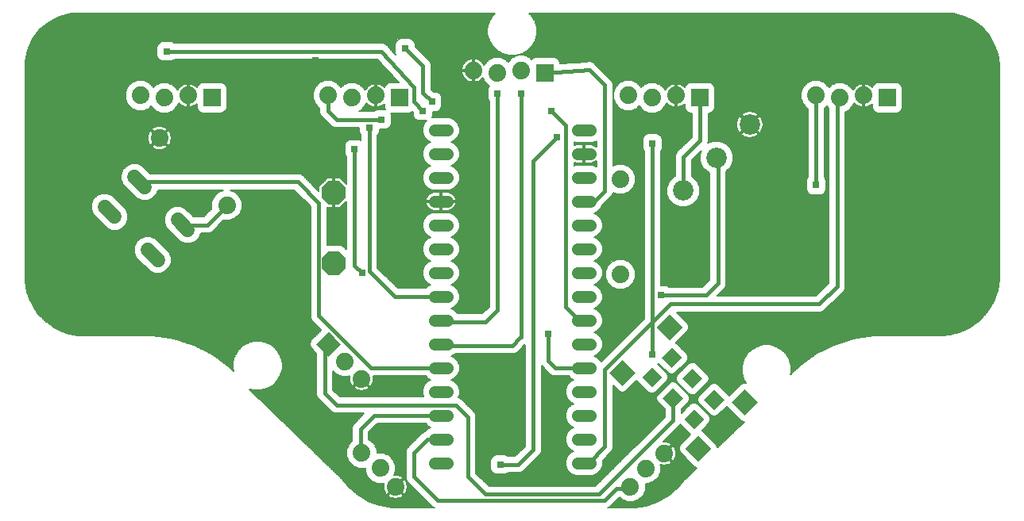
<source format=gbl>
G75*
%MOIN*%
%OFA0B0*%
%FSLAX25Y25*%
%IPPOS*%
%LPD*%
%AMOC8*
5,1,8,0,0,1.08239X$1,22.5*
%
%ADD10C,0.08600*%
%ADD11C,0.07400*%
%ADD12OC8,0.10000*%
%ADD13R,0.07400X0.07400*%
%ADD14C,0.05150*%
%ADD15C,0.06000*%
%ADD16R,0.07400X0.07400*%
%ADD17R,0.07677X0.07677*%
%ADD18R,0.05937X0.05937*%
%ADD19C,0.01600*%
%ADD20R,0.02978X0.02978*%
%ADD21C,0.00600*%
D10*
X0300073Y0171870D03*
X0313993Y0185789D03*
X0327912Y0199708D03*
D11*
X0355690Y0211898D03*
X0365690Y0210898D03*
X0375690Y0211898D03*
X0296950Y0211898D03*
X0286950Y0210898D03*
X0276950Y0211898D03*
X0231989Y0222459D03*
X0221989Y0221459D03*
X0211989Y0222459D03*
X0170965Y0211898D03*
X0160965Y0210898D03*
X0150965Y0211898D03*
X0092225Y0211898D03*
X0082225Y0210898D03*
X0072225Y0211898D03*
X0080209Y0194044D03*
X0108493Y0165760D03*
X0158105Y0100050D03*
X0164988Y0092796D03*
X0165122Y0061585D03*
X0172900Y0055221D03*
X0179264Y0047443D03*
X0277813Y0047300D03*
X0284177Y0055079D03*
X0291955Y0061443D03*
X0273623Y0136743D03*
X0273623Y0176743D03*
D12*
X0153406Y0171080D03*
X0153406Y0141480D03*
D13*
X0180965Y0210898D03*
X0241989Y0221459D03*
X0306950Y0210898D03*
X0385690Y0210898D03*
X0102225Y0210898D03*
D14*
X0195792Y0197359D02*
X0200942Y0197359D01*
X0200942Y0187359D02*
X0195792Y0187359D01*
X0195792Y0177359D02*
X0200942Y0177359D01*
X0200942Y0167359D02*
X0195792Y0167359D01*
X0195792Y0157359D02*
X0200942Y0157359D01*
X0200942Y0147359D02*
X0195792Y0147359D01*
X0195792Y0137359D02*
X0200942Y0137359D01*
X0200942Y0127359D02*
X0195792Y0127359D01*
X0195792Y0117359D02*
X0200942Y0117359D01*
X0200942Y0107359D02*
X0195792Y0107359D01*
X0195792Y0097359D02*
X0200942Y0097359D01*
X0200942Y0087359D02*
X0195792Y0087359D01*
X0195792Y0077359D02*
X0200942Y0077359D01*
X0200942Y0067359D02*
X0195792Y0067359D01*
X0195792Y0057359D02*
X0200942Y0057359D01*
X0255792Y0057359D02*
X0260942Y0057359D01*
X0260942Y0067359D02*
X0255792Y0067359D01*
X0255792Y0077359D02*
X0260942Y0077359D01*
X0260942Y0087359D02*
X0255792Y0087359D01*
X0255792Y0097359D02*
X0260942Y0097359D01*
X0260942Y0107359D02*
X0255792Y0107359D01*
X0255792Y0117359D02*
X0260942Y0117359D01*
X0260942Y0127359D02*
X0255792Y0127359D01*
X0255792Y0137359D02*
X0260942Y0137359D01*
X0260942Y0147359D02*
X0255792Y0147359D01*
X0255792Y0157359D02*
X0260942Y0157359D01*
X0260942Y0167359D02*
X0255792Y0167359D01*
X0255792Y0177359D02*
X0260942Y0177359D01*
X0260942Y0187359D02*
X0255792Y0187359D01*
X0255792Y0197359D02*
X0260942Y0197359D01*
D15*
X0092132Y0155338D02*
X0087889Y0159581D01*
X0075303Y0146994D02*
X0079545Y0142752D01*
X0061443Y0160854D02*
X0057201Y0165096D01*
X0069787Y0177683D02*
X0074030Y0173440D01*
D16*
G36*
X0151085Y0102074D02*
X0145991Y0107440D01*
X0151357Y0112534D01*
X0156451Y0107168D01*
X0151085Y0102074D01*
G37*
D17*
G36*
X0279891Y0095259D02*
X0274464Y0089832D01*
X0269037Y0095259D01*
X0274464Y0100686D01*
X0279891Y0095259D01*
G37*
G36*
X0299690Y0114493D02*
X0294263Y0109066D01*
X0288836Y0114493D01*
X0294263Y0119920D01*
X0299690Y0114493D01*
G37*
G36*
X0331156Y0082885D02*
X0325729Y0077458D01*
X0320302Y0082885D01*
X0325729Y0088312D01*
X0331156Y0082885D01*
G37*
G36*
X0311711Y0063439D02*
X0306284Y0058012D01*
X0300857Y0063439D01*
X0306284Y0068866D01*
X0311711Y0063439D01*
G37*
D18*
G36*
X0308713Y0075814D02*
X0304516Y0071617D01*
X0300319Y0075814D01*
X0304516Y0080011D01*
X0308713Y0075814D01*
G37*
G36*
X0317198Y0084016D02*
X0313001Y0079819D01*
X0308804Y0084016D01*
X0313001Y0088213D01*
X0317198Y0084016D01*
G37*
G36*
X0308147Y0092926D02*
X0303950Y0088729D01*
X0299753Y0092926D01*
X0303950Y0097123D01*
X0308147Y0092926D01*
G37*
G36*
X0299874Y0084653D02*
X0295677Y0080456D01*
X0291480Y0084653D01*
X0295677Y0088850D01*
X0299874Y0084653D01*
G37*
G36*
X0291035Y0093491D02*
X0286838Y0089294D01*
X0282641Y0093491D01*
X0286838Y0097688D01*
X0291035Y0093491D01*
G37*
G36*
X0299379Y0101694D02*
X0295182Y0097497D01*
X0290985Y0101694D01*
X0295182Y0105891D01*
X0299379Y0101694D01*
G37*
D19*
X0287048Y0102983D02*
X0287048Y0191733D01*
X0300073Y0186009D02*
X0307048Y0192983D01*
X0307048Y0210800D01*
X0306950Y0210898D01*
X0300073Y0186009D02*
X0300073Y0171870D01*
X0313993Y0185789D02*
X0314548Y0185234D01*
X0314548Y0132983D01*
X0309548Y0127983D01*
X0290798Y0127983D01*
X0294548Y0124233D02*
X0267048Y0096733D01*
X0267048Y0064233D01*
X0260174Y0057359D01*
X0258367Y0057359D01*
X0272048Y0046733D02*
X0267048Y0041733D01*
X0197048Y0041733D01*
X0187048Y0051733D01*
X0187048Y0061733D01*
X0192674Y0067359D01*
X0198367Y0067359D01*
X0209548Y0076733D02*
X0209548Y0051733D01*
X0217048Y0044233D01*
X0264548Y0044233D01*
X0295677Y0075362D01*
X0295677Y0084653D01*
X0258367Y0097359D02*
X0246422Y0097359D01*
X0243298Y0100483D01*
X0243298Y0111733D01*
X0250798Y0122983D02*
X0256422Y0117359D01*
X0258367Y0117359D01*
X0250798Y0122983D02*
X0250798Y0199233D01*
X0244548Y0205483D01*
X0232048Y0212739D02*
X0232048Y0110483D01*
X0231423Y0109858D01*
X0228298Y0106733D01*
X0198993Y0106733D01*
X0198367Y0107359D01*
X0198993Y0116733D02*
X0198367Y0117359D01*
X0198993Y0116733D02*
X0217048Y0116733D01*
X0220173Y0119858D01*
X0221989Y0121674D01*
X0222048Y0121733D01*
X0222048Y0212739D01*
X0241989Y0221459D02*
X0260524Y0222709D01*
X0267048Y0216186D01*
X0267048Y0171733D01*
X0262674Y0167359D01*
X0258367Y0167359D01*
X0237048Y0184233D02*
X0237048Y0062983D01*
X0230798Y0056733D01*
X0223298Y0056733D01*
X0209548Y0076733D02*
X0204548Y0081733D01*
X0154548Y0081733D01*
X0149548Y0086733D01*
X0149548Y0105631D01*
X0151221Y0107304D01*
X0147048Y0119233D02*
X0168922Y0097359D01*
X0198367Y0097359D01*
X0198367Y0077359D02*
X0170174Y0077359D01*
X0164548Y0071733D01*
X0164548Y0062158D01*
X0165122Y0061585D01*
X0147048Y0119233D02*
X0147048Y0138788D01*
X0147006Y0138829D01*
X0147006Y0166775D01*
X0138220Y0175562D01*
X0071908Y0175562D01*
X0090010Y0157460D02*
X0100193Y0157460D01*
X0108493Y0165760D01*
X0153406Y0141480D02*
X0153659Y0141733D01*
X0162048Y0140483D02*
X0165172Y0137359D01*
X0168298Y0137983D02*
X0168298Y0198227D01*
X0173298Y0201733D02*
X0154548Y0201733D01*
X0150965Y0205316D01*
X0150965Y0211898D01*
X0173298Y0230483D02*
X0083298Y0230483D01*
X0162048Y0189233D02*
X0162048Y0140483D01*
X0168298Y0137983D02*
X0178922Y0127359D01*
X0198367Y0127359D01*
X0237048Y0184233D02*
X0247048Y0194233D01*
X0194548Y0209233D02*
X0190798Y0212983D01*
X0190798Y0224233D01*
X0183298Y0231733D01*
X0173298Y0230483D02*
X0187048Y0215483D01*
X0187048Y0209233D01*
X0190798Y0205483D01*
X0294548Y0124233D02*
X0357048Y0124233D01*
X0364548Y0131733D01*
X0364548Y0209757D01*
X0365690Y0210898D01*
X0355798Y0211790D02*
X0355690Y0211898D01*
X0355798Y0211790D02*
X0355798Y0174233D01*
X0277813Y0047300D02*
X0277246Y0046733D01*
X0272048Y0046733D01*
D20*
X0223298Y0056733D03*
X0287048Y0102983D03*
X0290798Y0127983D03*
X0243298Y0111733D03*
X0165172Y0137359D03*
X0153659Y0141733D03*
X0162048Y0189233D03*
X0168298Y0198227D03*
X0173298Y0201733D03*
X0190798Y0205483D03*
X0194548Y0209233D03*
X0222048Y0212739D03*
X0232048Y0212739D03*
X0244548Y0205483D03*
X0247048Y0194233D03*
X0287048Y0191733D03*
X0355798Y0174233D03*
X0352048Y0226733D03*
X0183298Y0231733D03*
X0145798Y0226733D03*
X0083298Y0230483D03*
X0062048Y0121733D03*
X0142048Y0091733D03*
X0409548Y0114233D03*
D21*
X0151611Y0079720D02*
X0127030Y0079720D01*
X0127643Y0079121D02*
X0152210Y0079121D01*
X0152565Y0078766D02*
X0153852Y0078233D01*
X0166098Y0078233D01*
X0161581Y0073716D01*
X0161048Y0072429D01*
X0161048Y0066562D01*
X0159696Y0065210D01*
X0158722Y0062858D01*
X0158722Y0060312D01*
X0159696Y0057959D01*
X0161496Y0056159D01*
X0163849Y0055185D01*
X0166395Y0055185D01*
X0166500Y0055228D01*
X0166500Y0053948D01*
X0167474Y0051595D01*
X0169274Y0049795D01*
X0171627Y0048821D01*
X0174173Y0048821D01*
X0174498Y0048955D01*
X0174387Y0048613D01*
X0174264Y0047836D01*
X0174264Y0047049D01*
X0174387Y0046272D01*
X0174630Y0045523D01*
X0174987Y0044822D01*
X0175450Y0044185D01*
X0175516Y0044119D01*
X0178839Y0047442D01*
X0179264Y0047018D01*
X0179688Y0047442D01*
X0183011Y0044119D01*
X0183078Y0044185D01*
X0183540Y0044822D01*
X0183897Y0045523D01*
X0184141Y0046272D01*
X0184264Y0047049D01*
X0184264Y0047836D01*
X0184141Y0048613D01*
X0183897Y0049362D01*
X0183540Y0050063D01*
X0183078Y0050700D01*
X0183011Y0050766D01*
X0179688Y0047443D01*
X0179264Y0047867D01*
X0182587Y0051190D01*
X0182521Y0051256D01*
X0181884Y0051719D01*
X0181183Y0052076D01*
X0180435Y0052319D01*
X0179657Y0052442D01*
X0178870Y0052442D01*
X0178663Y0052410D01*
X0179300Y0053948D01*
X0179300Y0056494D01*
X0178325Y0058846D01*
X0176525Y0060646D01*
X0174173Y0061621D01*
X0171627Y0061621D01*
X0171522Y0061577D01*
X0171522Y0062858D01*
X0170547Y0065210D01*
X0168747Y0067010D01*
X0168048Y0067300D01*
X0168048Y0070283D01*
X0171624Y0073859D01*
X0191832Y0073859D01*
X0192804Y0072887D01*
X0194079Y0072359D01*
X0192804Y0071831D01*
X0191730Y0070756D01*
X0190691Y0070326D01*
X0189707Y0069342D01*
X0189707Y0069342D01*
X0185065Y0064700D01*
X0184081Y0063716D01*
X0183548Y0062429D01*
X0183548Y0051037D01*
X0184081Y0049750D01*
X0185065Y0048766D01*
X0185065Y0048766D01*
X0195065Y0038766D01*
X0195623Y0038535D01*
X0181576Y0038535D01*
X0181543Y0038548D01*
X0180722Y0038535D01*
X0180670Y0038535D01*
X0178021Y0038618D01*
X0172769Y0039533D01*
X0167781Y0041415D01*
X0163234Y0044199D01*
X0159290Y0047785D01*
X0157865Y0049505D01*
X0157765Y0049737D01*
X0157395Y0050098D01*
X0157078Y0050521D01*
X0157078Y0050521D01*
X0156899Y0050759D01*
X0156576Y0050897D01*
X0118097Y0088434D01*
X0120068Y0087906D01*
X0122807Y0087906D01*
X0125453Y0088614D01*
X0127825Y0089984D01*
X0129762Y0091921D01*
X0131131Y0094293D01*
X0131840Y0096938D01*
X0131840Y0099677D01*
X0131131Y0102323D01*
X0129762Y0104695D01*
X0127825Y0106632D01*
X0125453Y0108001D01*
X0122807Y0108710D01*
X0120068Y0108710D01*
X0117423Y0108001D01*
X0115051Y0106632D01*
X0113114Y0104695D01*
X0111744Y0102323D01*
X0111035Y0099677D01*
X0111035Y0096938D01*
X0111242Y0096167D01*
X0109564Y0097845D01*
X0102519Y0102962D01*
X0094760Y0106914D01*
X0094760Y0106914D01*
X0086479Y0109604D01*
X0086479Y0109604D01*
X0077879Y0110966D01*
X0077879Y0110966D01*
X0074679Y0110966D01*
X0074678Y0110967D01*
X0072372Y0110967D01*
X0072370Y0110967D01*
X0049286Y0110967D01*
X0049285Y0110967D01*
X0048183Y0110967D01*
X0045766Y0111127D01*
X0040998Y0112163D01*
X0036525Y0114113D01*
X0032521Y0116903D01*
X0029141Y0120423D01*
X0026518Y0124537D01*
X0024751Y0129085D01*
X0023910Y0133892D01*
X0023850Y0136284D01*
X0023850Y0136386D01*
X0023869Y0137189D01*
X0023850Y0137240D01*
X0023850Y0222761D01*
X0023864Y0222796D01*
X0023850Y0223615D01*
X0023850Y0223667D01*
X0023947Y0226155D01*
X0024973Y0231051D01*
X0027058Y0235598D01*
X0030099Y0239571D01*
X0033943Y0242772D01*
X0038402Y0245041D01*
X0043252Y0246267D01*
X0045733Y0246467D01*
X0221007Y0246467D01*
X0219885Y0245345D01*
X0218516Y0242973D01*
X0217807Y0240327D01*
X0217807Y0237588D01*
X0218516Y0234942D01*
X0219885Y0232570D01*
X0221822Y0230634D01*
X0224194Y0229264D01*
X0226840Y0228555D01*
X0229579Y0228555D01*
X0232225Y0229264D01*
X0234597Y0230634D01*
X0236533Y0232570D01*
X0237903Y0234942D01*
X0238612Y0237588D01*
X0238612Y0240327D01*
X0237903Y0242973D01*
X0236533Y0245345D01*
X0235412Y0246467D01*
X0411302Y0246467D01*
X0413437Y0246239D01*
X0417719Y0245132D01*
X0421705Y0243215D01*
X0425243Y0240560D01*
X0428198Y0237269D01*
X0430457Y0233467D01*
X0431936Y0229298D01*
X0432577Y0224922D01*
X0432575Y0223363D01*
X0432569Y0223348D01*
X0432569Y0222600D01*
X0432532Y0221853D01*
X0432569Y0221748D01*
X0432569Y0138257D01*
X0432529Y0138143D01*
X0432569Y0137406D01*
X0432569Y0136667D01*
X0432579Y0136644D01*
X0432588Y0134824D01*
X0431888Y0129952D01*
X0430246Y0125311D01*
X0427726Y0121082D01*
X0424427Y0117429D01*
X0420475Y0114493D01*
X0416025Y0112390D01*
X0411248Y0111199D01*
X0408853Y0110967D01*
X0407845Y0110967D01*
X0407843Y0110967D01*
X0384843Y0110967D01*
X0384841Y0110967D01*
X0382535Y0110967D01*
X0382534Y0110967D01*
X0379488Y0110967D01*
X0371189Y0109661D01*
X0363193Y0107081D01*
X0355697Y0103288D01*
X0348881Y0098376D01*
X0345095Y0094625D01*
X0345313Y0095438D01*
X0345313Y0098177D01*
X0344604Y0100823D01*
X0343234Y0103195D01*
X0341297Y0105132D01*
X0338925Y0106501D01*
X0336280Y0107210D01*
X0333541Y0107210D01*
X0330895Y0106501D01*
X0328523Y0105132D01*
X0326586Y0103195D01*
X0325217Y0100823D01*
X0324508Y0098177D01*
X0324508Y0095438D01*
X0325217Y0092793D01*
X0326244Y0091013D01*
X0325192Y0091013D01*
X0324200Y0090602D01*
X0319316Y0085718D01*
X0314531Y0090503D01*
X0313538Y0090914D01*
X0312464Y0090914D01*
X0311472Y0090503D01*
X0306514Y0085546D01*
X0306103Y0084553D01*
X0306103Y0083479D01*
X0306514Y0082487D01*
X0311472Y0077529D01*
X0312464Y0077118D01*
X0313538Y0077118D01*
X0314531Y0077529D01*
X0318184Y0081183D01*
X0324200Y0075167D01*
X0325192Y0074756D01*
X0325603Y0074756D01*
X0314412Y0063879D01*
X0314412Y0063977D01*
X0314001Y0064969D01*
X0307844Y0071126D01*
X0311003Y0074284D01*
X0311414Y0075277D01*
X0311414Y0076351D01*
X0311003Y0077343D01*
X0306045Y0082301D01*
X0305053Y0082712D01*
X0303979Y0082712D01*
X0302986Y0082301D01*
X0299177Y0078491D01*
X0299177Y0080136D01*
X0302164Y0083123D01*
X0302575Y0084116D01*
X0302575Y0085190D01*
X0302164Y0086182D01*
X0297206Y0091140D01*
X0296214Y0091551D01*
X0295140Y0091551D01*
X0294148Y0091140D01*
X0289190Y0086182D01*
X0288779Y0085190D01*
X0288779Y0084116D01*
X0289190Y0083123D01*
X0292177Y0080136D01*
X0292177Y0076812D01*
X0263098Y0047733D01*
X0218498Y0047733D01*
X0213048Y0053183D01*
X0213048Y0077429D01*
X0212515Y0078716D01*
X0211531Y0079700D01*
X0206531Y0084700D01*
X0205693Y0085047D01*
X0206217Y0086310D01*
X0206217Y0088408D01*
X0205413Y0090347D01*
X0203930Y0091831D01*
X0202654Y0092359D01*
X0203930Y0092887D01*
X0205413Y0094371D01*
X0206217Y0096310D01*
X0206217Y0098408D01*
X0205413Y0100347D01*
X0203930Y0101831D01*
X0202654Y0102359D01*
X0203930Y0102887D01*
X0204275Y0103233D01*
X0228994Y0103233D01*
X0230281Y0103766D01*
X0231265Y0104750D01*
X0233406Y0106891D01*
X0233548Y0107033D01*
X0233548Y0064433D01*
X0229348Y0060233D01*
X0226594Y0060233D01*
X0226316Y0060511D01*
X0225324Y0060922D01*
X0221272Y0060922D01*
X0220280Y0060511D01*
X0219520Y0059751D01*
X0219109Y0058759D01*
X0219109Y0054707D01*
X0219520Y0053715D01*
X0220280Y0052955D01*
X0221272Y0052544D01*
X0225324Y0052544D01*
X0226316Y0052955D01*
X0226594Y0053233D01*
X0231494Y0053233D01*
X0232781Y0053766D01*
X0233765Y0054750D01*
X0239031Y0060016D01*
X0240015Y0061000D01*
X0240548Y0062287D01*
X0240548Y0098283D01*
X0243455Y0095376D01*
X0244439Y0094392D01*
X0245726Y0093859D01*
X0251832Y0093859D01*
X0252804Y0092887D01*
X0254079Y0092359D01*
X0252804Y0091831D01*
X0251320Y0090347D01*
X0250517Y0088408D01*
X0250517Y0086310D01*
X0251320Y0084371D01*
X0252804Y0082887D01*
X0254079Y0082359D01*
X0252804Y0081831D01*
X0251320Y0080347D01*
X0250517Y0078408D01*
X0250517Y0076310D01*
X0251320Y0074371D01*
X0252804Y0072887D01*
X0254079Y0072359D01*
X0252804Y0071831D01*
X0251320Y0070347D01*
X0250517Y0068408D01*
X0250517Y0066310D01*
X0251320Y0064371D01*
X0252804Y0062887D01*
X0254079Y0062359D01*
X0252804Y0061831D01*
X0251320Y0060347D01*
X0250517Y0058408D01*
X0250517Y0056310D01*
X0251320Y0054371D01*
X0252804Y0052887D01*
X0254743Y0052084D01*
X0261991Y0052084D01*
X0263930Y0052887D01*
X0265413Y0054371D01*
X0266217Y0056310D01*
X0266217Y0058408D01*
X0266204Y0058439D01*
X0269031Y0061266D01*
X0270015Y0062250D01*
X0270548Y0063537D01*
X0270548Y0089928D01*
X0272934Y0087542D01*
X0273927Y0087131D01*
X0275001Y0087131D01*
X0275993Y0087542D01*
X0280382Y0091931D01*
X0285309Y0087004D01*
X0286301Y0086593D01*
X0287375Y0086593D01*
X0288368Y0087004D01*
X0293325Y0091962D01*
X0293736Y0092954D01*
X0293736Y0094029D01*
X0293325Y0095021D01*
X0289412Y0098934D01*
X0289775Y0099084D01*
X0293653Y0095207D01*
X0294645Y0094796D01*
X0295719Y0094796D01*
X0296712Y0095207D01*
X0301669Y0100164D01*
X0302080Y0101157D01*
X0302080Y0102231D01*
X0301669Y0103223D01*
X0296955Y0107938D01*
X0301980Y0112963D01*
X0302391Y0113955D01*
X0302391Y0115030D01*
X0301980Y0116022D01*
X0297269Y0120733D01*
X0357744Y0120733D01*
X0359031Y0121266D01*
X0367515Y0129750D01*
X0368048Y0131037D01*
X0368048Y0204948D01*
X0369315Y0205473D01*
X0371115Y0207273D01*
X0371752Y0208811D01*
X0371876Y0208641D01*
X0372432Y0208085D01*
X0373069Y0207622D01*
X0373770Y0207265D01*
X0374519Y0207022D01*
X0375296Y0206898D01*
X0375390Y0206898D01*
X0375390Y0211598D01*
X0375990Y0211598D01*
X0375990Y0206898D01*
X0376083Y0206898D01*
X0376861Y0207022D01*
X0377609Y0207265D01*
X0378310Y0207622D01*
X0378947Y0208085D01*
X0379290Y0208427D01*
X0379290Y0206661D01*
X0379701Y0205669D01*
X0380460Y0204909D01*
X0381453Y0204498D01*
X0389927Y0204498D01*
X0390919Y0204909D01*
X0391679Y0205669D01*
X0392090Y0206661D01*
X0392090Y0215135D01*
X0391679Y0216128D01*
X0390919Y0216887D01*
X0389927Y0217298D01*
X0381453Y0217298D01*
X0380460Y0216887D01*
X0379701Y0216128D01*
X0379358Y0215301D01*
X0378947Y0215712D01*
X0378310Y0216175D01*
X0377609Y0216532D01*
X0376861Y0216775D01*
X0376083Y0216898D01*
X0375990Y0216898D01*
X0375990Y0212198D01*
X0375390Y0212198D01*
X0375390Y0216898D01*
X0375296Y0216898D01*
X0374519Y0216775D01*
X0373770Y0216532D01*
X0373069Y0216175D01*
X0372432Y0215712D01*
X0371876Y0215156D01*
X0371413Y0214519D01*
X0371250Y0214199D01*
X0371115Y0214524D01*
X0369315Y0216324D01*
X0366963Y0217298D01*
X0364417Y0217298D01*
X0362064Y0216324D01*
X0361159Y0215419D01*
X0361115Y0215524D01*
X0359315Y0217324D01*
X0356963Y0218298D01*
X0354417Y0218298D01*
X0352064Y0217324D01*
X0350264Y0215524D01*
X0349290Y0213171D01*
X0349290Y0210625D01*
X0350264Y0208273D01*
X0352064Y0206473D01*
X0352298Y0206376D01*
X0352298Y0177529D01*
X0352020Y0177251D01*
X0351609Y0176259D01*
X0351609Y0172207D01*
X0352020Y0171215D01*
X0352780Y0170455D01*
X0353772Y0170044D01*
X0357824Y0170044D01*
X0358816Y0170455D01*
X0359576Y0171215D01*
X0359987Y0172207D01*
X0359987Y0176259D01*
X0359576Y0177251D01*
X0359298Y0177529D01*
X0359298Y0206466D01*
X0359315Y0206473D01*
X0360221Y0207378D01*
X0360264Y0207273D01*
X0361048Y0206489D01*
X0361048Y0133183D01*
X0355598Y0127733D01*
X0314248Y0127733D01*
X0316531Y0130016D01*
X0317515Y0131000D01*
X0318048Y0132287D01*
X0318048Y0179945D01*
X0319927Y0181824D01*
X0320993Y0184397D01*
X0320993Y0187181D01*
X0319927Y0189754D01*
X0317958Y0191723D01*
X0315385Y0192789D01*
X0312601Y0192789D01*
X0310374Y0191867D01*
X0310548Y0192287D01*
X0310548Y0204498D01*
X0311187Y0204498D01*
X0312179Y0204909D01*
X0312939Y0205669D01*
X0313350Y0206661D01*
X0313350Y0215135D01*
X0312939Y0216128D01*
X0312179Y0216887D01*
X0311187Y0217298D01*
X0302713Y0217298D01*
X0301720Y0216887D01*
X0300961Y0216128D01*
X0300618Y0215301D01*
X0300207Y0215712D01*
X0299570Y0216175D01*
X0298869Y0216532D01*
X0298120Y0216775D01*
X0297343Y0216898D01*
X0297250Y0216898D01*
X0297250Y0212198D01*
X0296650Y0212198D01*
X0296650Y0216898D01*
X0296556Y0216898D01*
X0295779Y0216775D01*
X0295030Y0216532D01*
X0294329Y0216175D01*
X0293692Y0215712D01*
X0293136Y0215156D01*
X0292673Y0214519D01*
X0292510Y0214199D01*
X0292375Y0214524D01*
X0290575Y0216324D01*
X0288223Y0217298D01*
X0285677Y0217298D01*
X0283324Y0216324D01*
X0282419Y0215419D01*
X0282375Y0215524D01*
X0280575Y0217324D01*
X0278223Y0218298D01*
X0275677Y0218298D01*
X0273324Y0217324D01*
X0271524Y0215524D01*
X0270550Y0213171D01*
X0270550Y0210625D01*
X0271524Y0208273D01*
X0273324Y0206473D01*
X0275677Y0205498D01*
X0278223Y0205498D01*
X0280575Y0206473D01*
X0281480Y0207378D01*
X0281524Y0207273D01*
X0283324Y0205473D01*
X0285677Y0204498D01*
X0288223Y0204498D01*
X0290575Y0205473D01*
X0292375Y0207273D01*
X0293012Y0208811D01*
X0293136Y0208641D01*
X0293692Y0208085D01*
X0294329Y0207622D01*
X0295030Y0207265D01*
X0295779Y0207022D01*
X0296556Y0206898D01*
X0296650Y0206898D01*
X0296650Y0211598D01*
X0297250Y0211598D01*
X0297250Y0206898D01*
X0297343Y0206898D01*
X0298120Y0207022D01*
X0298869Y0207265D01*
X0299570Y0207622D01*
X0300207Y0208085D01*
X0300550Y0208427D01*
X0300550Y0206661D01*
X0300961Y0205669D01*
X0301720Y0204909D01*
X0302713Y0204498D01*
X0303548Y0204498D01*
X0303548Y0194433D01*
X0297106Y0187991D01*
X0296573Y0186705D01*
X0296573Y0177997D01*
X0296108Y0177804D01*
X0294139Y0175835D01*
X0293073Y0173262D01*
X0293073Y0170477D01*
X0294139Y0167904D01*
X0296108Y0165935D01*
X0298681Y0164870D01*
X0301466Y0164870D01*
X0304039Y0165935D01*
X0306008Y0167904D01*
X0307073Y0170477D01*
X0307073Y0173262D01*
X0306008Y0175835D01*
X0304039Y0177804D01*
X0303573Y0177997D01*
X0303573Y0184559D01*
X0307556Y0188542D01*
X0306993Y0187181D01*
X0306993Y0184397D01*
X0308059Y0181824D01*
X0310028Y0179855D01*
X0311048Y0179432D01*
X0311048Y0134433D01*
X0308098Y0131483D01*
X0294094Y0131483D01*
X0293816Y0131761D01*
X0292824Y0132172D01*
X0290548Y0132172D01*
X0290548Y0188437D01*
X0290826Y0188715D01*
X0291237Y0189707D01*
X0291237Y0193759D01*
X0290826Y0194751D01*
X0290066Y0195511D01*
X0289074Y0195922D01*
X0285022Y0195922D01*
X0284030Y0195511D01*
X0283270Y0194751D01*
X0282859Y0193759D01*
X0282859Y0189707D01*
X0283270Y0188715D01*
X0283548Y0188437D01*
X0283548Y0118183D01*
X0265501Y0100136D01*
X0265413Y0100347D01*
X0263930Y0101831D01*
X0262654Y0102359D01*
X0263930Y0102887D01*
X0265413Y0104371D01*
X0266217Y0106310D01*
X0266217Y0108408D01*
X0265413Y0110347D01*
X0263930Y0111831D01*
X0262654Y0112359D01*
X0263930Y0112887D01*
X0265413Y0114371D01*
X0266217Y0116310D01*
X0266217Y0118408D01*
X0265413Y0120347D01*
X0263930Y0121831D01*
X0262654Y0122359D01*
X0263930Y0122887D01*
X0265413Y0124371D01*
X0266217Y0126310D01*
X0266217Y0128408D01*
X0265413Y0130347D01*
X0263930Y0131831D01*
X0262654Y0132359D01*
X0263930Y0132887D01*
X0265413Y0134371D01*
X0266217Y0136310D01*
X0266217Y0138408D01*
X0265413Y0140347D01*
X0263930Y0141831D01*
X0262654Y0142359D01*
X0263930Y0142887D01*
X0265413Y0144371D01*
X0266217Y0146310D01*
X0266217Y0148408D01*
X0265413Y0150347D01*
X0263930Y0151831D01*
X0262654Y0152359D01*
X0263930Y0152887D01*
X0265413Y0154371D01*
X0266217Y0156310D01*
X0266217Y0158408D01*
X0265413Y0160347D01*
X0263930Y0161831D01*
X0262654Y0162359D01*
X0263930Y0162887D01*
X0265413Y0164371D01*
X0265963Y0165699D01*
X0269031Y0168766D01*
X0270015Y0169750D01*
X0270548Y0171037D01*
X0270548Y0171089D01*
X0272350Y0170343D01*
X0274896Y0170343D01*
X0277248Y0171317D01*
X0279048Y0173118D01*
X0280023Y0175470D01*
X0280023Y0178016D01*
X0279048Y0180368D01*
X0277248Y0182169D01*
X0274896Y0183143D01*
X0272350Y0183143D01*
X0270548Y0182397D01*
X0270548Y0216882D01*
X0270015Y0218168D01*
X0263405Y0224778D01*
X0263351Y0224887D01*
X0262916Y0225268D01*
X0262507Y0225677D01*
X0262395Y0225723D01*
X0262303Y0225803D01*
X0261755Y0225988D01*
X0261221Y0226209D01*
X0261099Y0226209D01*
X0260984Y0226248D01*
X0260406Y0226209D01*
X0259828Y0226209D01*
X0259716Y0226163D01*
X0248389Y0225399D01*
X0248389Y0225697D01*
X0247978Y0226689D01*
X0247218Y0227448D01*
X0246226Y0227859D01*
X0237752Y0227859D01*
X0236760Y0227448D01*
X0236405Y0227094D01*
X0235614Y0227885D01*
X0233262Y0228859D01*
X0230716Y0228859D01*
X0228364Y0227885D01*
X0226563Y0226085D01*
X0226520Y0225980D01*
X0225614Y0226885D01*
X0223262Y0227859D01*
X0220716Y0227859D01*
X0218364Y0226885D01*
X0216563Y0225085D01*
X0216429Y0224760D01*
X0216265Y0225080D01*
X0215803Y0225717D01*
X0215246Y0226273D01*
X0214610Y0226736D01*
X0213908Y0227093D01*
X0213160Y0227336D01*
X0212382Y0227459D01*
X0212289Y0227459D01*
X0212289Y0222759D01*
X0211689Y0222759D01*
X0211689Y0222159D01*
X0212289Y0222159D01*
X0212289Y0217459D01*
X0212382Y0217459D01*
X0213160Y0217583D01*
X0213908Y0217826D01*
X0214610Y0218183D01*
X0215246Y0218646D01*
X0215803Y0219202D01*
X0215926Y0219372D01*
X0216563Y0217834D01*
X0218364Y0216034D01*
X0218493Y0215980D01*
X0218270Y0215757D01*
X0217859Y0214765D01*
X0217859Y0210713D01*
X0218270Y0209720D01*
X0218548Y0209442D01*
X0218548Y0123183D01*
X0218190Y0122825D01*
X0215598Y0120233D01*
X0205461Y0120233D01*
X0205413Y0120347D01*
X0203930Y0121831D01*
X0202654Y0122359D01*
X0203930Y0122887D01*
X0205413Y0124371D01*
X0206217Y0126310D01*
X0206217Y0128408D01*
X0205413Y0130347D01*
X0203930Y0131831D01*
X0202654Y0132359D01*
X0203930Y0132887D01*
X0205413Y0134371D01*
X0206217Y0136310D01*
X0206217Y0138408D01*
X0205413Y0140347D01*
X0203930Y0141831D01*
X0202654Y0142359D01*
X0203930Y0142887D01*
X0205413Y0144371D01*
X0206217Y0146310D01*
X0206217Y0148408D01*
X0205413Y0150347D01*
X0203930Y0151831D01*
X0202654Y0152359D01*
X0203930Y0152887D01*
X0205413Y0154371D01*
X0206217Y0156310D01*
X0206217Y0158408D01*
X0205413Y0160347D01*
X0203930Y0161831D01*
X0201991Y0162634D01*
X0194743Y0162634D01*
X0192804Y0161831D01*
X0191320Y0160347D01*
X0190517Y0158408D01*
X0190517Y0156310D01*
X0191320Y0154371D01*
X0192804Y0152887D01*
X0194079Y0152359D01*
X0192804Y0151831D01*
X0191320Y0150347D01*
X0190517Y0148408D01*
X0190517Y0146310D01*
X0191320Y0144371D01*
X0192804Y0142887D01*
X0194079Y0142359D01*
X0192804Y0141831D01*
X0191320Y0140347D01*
X0190517Y0138408D01*
X0190517Y0136310D01*
X0191320Y0134371D01*
X0192804Y0132887D01*
X0194079Y0132359D01*
X0192804Y0131831D01*
X0191832Y0130859D01*
X0180372Y0130859D01*
X0171798Y0139433D01*
X0171798Y0194931D01*
X0172076Y0195209D01*
X0172487Y0196201D01*
X0172487Y0197544D01*
X0175324Y0197544D01*
X0176316Y0197955D01*
X0177076Y0198715D01*
X0177487Y0199707D01*
X0177487Y0203759D01*
X0177181Y0204498D01*
X0185202Y0204498D01*
X0186195Y0204909D01*
X0186308Y0205023D01*
X0186609Y0204722D01*
X0186609Y0203457D01*
X0187020Y0202465D01*
X0187780Y0201705D01*
X0188772Y0201294D01*
X0192267Y0201294D01*
X0191320Y0200347D01*
X0190517Y0198408D01*
X0190517Y0196310D01*
X0191320Y0194371D01*
X0192804Y0192887D01*
X0194079Y0192359D01*
X0192804Y0191831D01*
X0191320Y0190347D01*
X0190517Y0188408D01*
X0190517Y0186310D01*
X0191320Y0184371D01*
X0192804Y0182887D01*
X0194079Y0182359D01*
X0192804Y0181831D01*
X0191320Y0180347D01*
X0190517Y0178408D01*
X0190517Y0176310D01*
X0191320Y0174371D01*
X0192804Y0172887D01*
X0194743Y0172084D01*
X0201991Y0172084D01*
X0203930Y0172887D01*
X0205413Y0174371D01*
X0206217Y0176310D01*
X0206217Y0178408D01*
X0205413Y0180347D01*
X0203930Y0181831D01*
X0202654Y0182359D01*
X0203930Y0182887D01*
X0205413Y0184371D01*
X0206217Y0186310D01*
X0206217Y0188408D01*
X0205413Y0190347D01*
X0203930Y0191831D01*
X0202654Y0192359D01*
X0203930Y0192887D01*
X0205413Y0194371D01*
X0206217Y0196310D01*
X0206217Y0198408D01*
X0205413Y0200347D01*
X0203930Y0201831D01*
X0201991Y0202634D01*
X0194743Y0202634D01*
X0194626Y0202585D01*
X0194987Y0203457D01*
X0194987Y0205044D01*
X0196574Y0205044D01*
X0197566Y0205455D01*
X0198326Y0206215D01*
X0198737Y0207207D01*
X0198737Y0211259D01*
X0198326Y0212251D01*
X0197566Y0213011D01*
X0196574Y0213422D01*
X0195309Y0213422D01*
X0194298Y0214433D01*
X0194298Y0224929D01*
X0193765Y0226216D01*
X0187487Y0232494D01*
X0187487Y0233759D01*
X0187076Y0234751D01*
X0186316Y0235511D01*
X0185324Y0235922D01*
X0181272Y0235922D01*
X0180280Y0235511D01*
X0179520Y0234751D01*
X0179109Y0233759D01*
X0179109Y0229707D01*
X0179399Y0229007D01*
X0176295Y0232393D01*
X0176265Y0232466D01*
X0175827Y0232904D01*
X0175408Y0233361D01*
X0175336Y0233395D01*
X0175281Y0233450D01*
X0174708Y0233688D01*
X0174146Y0233950D01*
X0174067Y0233953D01*
X0173994Y0233983D01*
X0173374Y0233983D01*
X0172755Y0234010D01*
X0172681Y0233983D01*
X0086594Y0233983D01*
X0086316Y0234261D01*
X0085324Y0234672D01*
X0081272Y0234672D01*
X0080280Y0234261D01*
X0079520Y0233501D01*
X0079109Y0232509D01*
X0079109Y0228457D01*
X0079520Y0227465D01*
X0080280Y0226705D01*
X0081272Y0226294D01*
X0085324Y0226294D01*
X0086316Y0226705D01*
X0086594Y0226983D01*
X0171758Y0226983D01*
X0180636Y0217298D01*
X0176728Y0217298D01*
X0175736Y0216887D01*
X0174976Y0216128D01*
X0174634Y0215301D01*
X0174223Y0215712D01*
X0173586Y0216175D01*
X0172885Y0216532D01*
X0172136Y0216775D01*
X0171359Y0216898D01*
X0171265Y0216898D01*
X0171265Y0212198D01*
X0170665Y0212198D01*
X0170665Y0216898D01*
X0170572Y0216898D01*
X0169795Y0216775D01*
X0169046Y0216532D01*
X0168345Y0216175D01*
X0167708Y0215712D01*
X0167152Y0215156D01*
X0166689Y0214519D01*
X0166526Y0214199D01*
X0166391Y0214524D01*
X0164591Y0216324D01*
X0162238Y0217298D01*
X0159692Y0217298D01*
X0157340Y0216324D01*
X0156435Y0215419D01*
X0156391Y0215524D01*
X0154591Y0217324D01*
X0152238Y0218298D01*
X0149692Y0218298D01*
X0147340Y0217324D01*
X0145540Y0215524D01*
X0144565Y0213171D01*
X0144565Y0210625D01*
X0145540Y0208273D01*
X0147340Y0206473D01*
X0147465Y0206421D01*
X0147465Y0204620D01*
X0147998Y0203333D01*
X0151581Y0199750D01*
X0152565Y0198766D01*
X0153852Y0198233D01*
X0164109Y0198233D01*
X0164109Y0196201D01*
X0164520Y0195209D01*
X0164798Y0194931D01*
X0164798Y0193122D01*
X0164074Y0193422D01*
X0160022Y0193422D01*
X0159030Y0193011D01*
X0158270Y0192251D01*
X0157859Y0191259D01*
X0157859Y0187207D01*
X0158270Y0186215D01*
X0158548Y0185937D01*
X0158548Y0174848D01*
X0156016Y0177380D01*
X0153706Y0177380D01*
X0153706Y0171380D01*
X0153106Y0171380D01*
X0153106Y0177380D01*
X0150797Y0177380D01*
X0147106Y0173690D01*
X0147106Y0171625D01*
X0140202Y0178529D01*
X0138916Y0179062D01*
X0076469Y0179062D01*
X0073016Y0182515D01*
X0070921Y0183383D01*
X0068653Y0183383D01*
X0066558Y0182515D01*
X0064955Y0180912D01*
X0064087Y0178817D01*
X0064087Y0176549D01*
X0064955Y0174454D01*
X0070801Y0168608D01*
X0072896Y0167740D01*
X0075164Y0167740D01*
X0077259Y0168608D01*
X0078862Y0170211D01*
X0079628Y0172062D01*
X0106982Y0172062D01*
X0104868Y0171186D01*
X0103068Y0169386D01*
X0102093Y0167033D01*
X0102093Y0164487D01*
X0102145Y0164362D01*
X0098743Y0160960D01*
X0094571Y0160960D01*
X0091118Y0164413D01*
X0089023Y0165281D01*
X0086755Y0165281D01*
X0084660Y0164413D01*
X0083057Y0162810D01*
X0082189Y0160715D01*
X0082189Y0158447D01*
X0083057Y0156352D01*
X0088903Y0150506D01*
X0090998Y0149638D01*
X0093265Y0149638D01*
X0095360Y0150506D01*
X0096964Y0152109D01*
X0097730Y0153960D01*
X0100889Y0153960D01*
X0102175Y0154492D01*
X0107095Y0159412D01*
X0107220Y0159360D01*
X0109766Y0159360D01*
X0112119Y0160335D01*
X0113919Y0162135D01*
X0114893Y0164487D01*
X0114893Y0167033D01*
X0113919Y0169386D01*
X0112119Y0171186D01*
X0110005Y0172062D01*
X0136770Y0172062D01*
X0143506Y0165325D01*
X0143506Y0138133D01*
X0143548Y0138032D01*
X0143548Y0118537D01*
X0144081Y0117250D01*
X0148134Y0113197D01*
X0143742Y0109030D01*
X0143305Y0108048D01*
X0143277Y0106975D01*
X0143662Y0105972D01*
X0146048Y0103458D01*
X0146048Y0086037D01*
X0146581Y0084750D01*
X0151581Y0079750D01*
X0152565Y0078766D01*
X0153152Y0078523D02*
X0128257Y0078523D01*
X0128870Y0077924D02*
X0165790Y0077924D01*
X0165191Y0077326D02*
X0129484Y0077326D01*
X0130097Y0076727D02*
X0164593Y0076727D01*
X0163994Y0076129D02*
X0130711Y0076129D01*
X0131324Y0075530D02*
X0163396Y0075530D01*
X0162797Y0074932D02*
X0131938Y0074932D01*
X0132552Y0074333D02*
X0162199Y0074333D01*
X0161600Y0073735D02*
X0133165Y0073735D01*
X0133779Y0073136D02*
X0161341Y0073136D01*
X0161093Y0072538D02*
X0134392Y0072538D01*
X0135006Y0071939D02*
X0161048Y0071939D01*
X0161048Y0071341D02*
X0135619Y0071341D01*
X0136233Y0070742D02*
X0161048Y0070742D01*
X0161048Y0070144D02*
X0136846Y0070144D01*
X0137460Y0069545D02*
X0161048Y0069545D01*
X0161048Y0068947D02*
X0138073Y0068947D01*
X0138687Y0068348D02*
X0161048Y0068348D01*
X0161048Y0067750D02*
X0139300Y0067750D01*
X0139914Y0067151D02*
X0161048Y0067151D01*
X0161039Y0066553D02*
X0140527Y0066553D01*
X0141141Y0065954D02*
X0160440Y0065954D01*
X0159842Y0065356D02*
X0141754Y0065356D01*
X0142368Y0064757D02*
X0159508Y0064757D01*
X0159261Y0064159D02*
X0142981Y0064159D01*
X0143595Y0063560D02*
X0159013Y0063560D01*
X0158765Y0062962D02*
X0144209Y0062962D01*
X0144822Y0062363D02*
X0158722Y0062363D01*
X0158722Y0061765D02*
X0145436Y0061765D01*
X0146049Y0061166D02*
X0158722Y0061166D01*
X0158722Y0060568D02*
X0146663Y0060568D01*
X0147276Y0059969D02*
X0158864Y0059969D01*
X0159111Y0059371D02*
X0147890Y0059371D01*
X0148503Y0058772D02*
X0159359Y0058772D01*
X0159607Y0058174D02*
X0149117Y0058174D01*
X0149730Y0057575D02*
X0160080Y0057575D01*
X0160679Y0056977D02*
X0150344Y0056977D01*
X0150957Y0056378D02*
X0161277Y0056378D01*
X0162412Y0055779D02*
X0151571Y0055779D01*
X0152184Y0055181D02*
X0166500Y0055181D01*
X0166500Y0054582D02*
X0152798Y0054582D01*
X0153411Y0053984D02*
X0166500Y0053984D01*
X0166733Y0053385D02*
X0154025Y0053385D01*
X0154638Y0052787D02*
X0166981Y0052787D01*
X0167228Y0052188D02*
X0155252Y0052188D01*
X0155866Y0051590D02*
X0167480Y0051590D01*
X0168078Y0050991D02*
X0156479Y0050991D01*
X0156899Y0050759D02*
X0156899Y0050759D01*
X0156899Y0050759D01*
X0157174Y0050393D02*
X0168677Y0050393D01*
X0169276Y0049794D02*
X0157706Y0049794D01*
X0158121Y0049196D02*
X0170721Y0049196D01*
X0174384Y0048597D02*
X0158616Y0048597D01*
X0159112Y0047999D02*
X0174290Y0047999D01*
X0174264Y0047400D02*
X0159712Y0047400D01*
X0160371Y0046802D02*
X0174303Y0046802D01*
X0174409Y0046203D02*
X0161029Y0046203D01*
X0161688Y0045605D02*
X0174604Y0045605D01*
X0174893Y0045006D02*
X0162346Y0045006D01*
X0163004Y0044408D02*
X0175288Y0044408D01*
X0175805Y0044408D02*
X0176653Y0044408D01*
X0176403Y0045006D02*
X0177252Y0045006D01*
X0177002Y0045605D02*
X0177850Y0045605D01*
X0177600Y0046203D02*
X0178449Y0046203D01*
X0178199Y0046802D02*
X0179047Y0046802D01*
X0179264Y0047018D02*
X0175940Y0043695D01*
X0176006Y0043629D01*
X0176643Y0043166D01*
X0177344Y0042809D01*
X0178093Y0042566D01*
X0178870Y0042443D01*
X0179657Y0042443D01*
X0180435Y0042566D01*
X0181183Y0042809D01*
X0181884Y0043166D01*
X0182521Y0043629D01*
X0182587Y0043695D01*
X0179264Y0047018D01*
X0179480Y0046802D02*
X0180329Y0046802D01*
X0180079Y0046203D02*
X0180927Y0046203D01*
X0180677Y0045605D02*
X0181526Y0045605D01*
X0181276Y0045006D02*
X0182124Y0045006D01*
X0181874Y0044408D02*
X0182723Y0044408D01*
X0183239Y0044408D02*
X0189424Y0044408D01*
X0190022Y0043809D02*
X0182473Y0043809D01*
X0181946Y0043211D02*
X0190621Y0043211D01*
X0191219Y0042612D02*
X0180578Y0042612D01*
X0177949Y0042612D02*
X0165826Y0042612D01*
X0166803Y0042014D02*
X0191818Y0042014D01*
X0192416Y0041415D02*
X0167781Y0041415D01*
X0169367Y0040817D02*
X0193015Y0040817D01*
X0193613Y0040218D02*
X0170952Y0040218D01*
X0172538Y0039620D02*
X0194212Y0039620D01*
X0194810Y0039021D02*
X0175705Y0039021D01*
X0176582Y0043211D02*
X0164848Y0043211D01*
X0163871Y0043809D02*
X0176055Y0043809D01*
X0178797Y0047400D02*
X0178882Y0047400D01*
X0179646Y0047400D02*
X0179730Y0047400D01*
X0179396Y0047999D02*
X0180244Y0047999D01*
X0179994Y0048597D02*
X0180843Y0048597D01*
X0180593Y0049196D02*
X0181441Y0049196D01*
X0181191Y0049794D02*
X0182040Y0049794D01*
X0181790Y0050393D02*
X0182638Y0050393D01*
X0182388Y0050991D02*
X0183567Y0050991D01*
X0183548Y0051590D02*
X0182062Y0051590D01*
X0180838Y0052188D02*
X0183548Y0052188D01*
X0183548Y0052787D02*
X0178819Y0052787D01*
X0179067Y0053385D02*
X0183548Y0053385D01*
X0183548Y0053984D02*
X0179300Y0053984D01*
X0179300Y0054582D02*
X0183548Y0054582D01*
X0183548Y0055181D02*
X0179300Y0055181D01*
X0179300Y0055779D02*
X0183548Y0055779D01*
X0183548Y0056378D02*
X0179300Y0056378D01*
X0179100Y0056977D02*
X0183548Y0056977D01*
X0183548Y0057575D02*
X0178852Y0057575D01*
X0178604Y0058174D02*
X0183548Y0058174D01*
X0183548Y0058772D02*
X0178356Y0058772D01*
X0177801Y0059371D02*
X0183548Y0059371D01*
X0183548Y0059969D02*
X0177202Y0059969D01*
X0176604Y0060568D02*
X0183548Y0060568D01*
X0183548Y0061166D02*
X0175270Y0061166D01*
X0171522Y0061765D02*
X0183548Y0061765D01*
X0183548Y0062363D02*
X0171522Y0062363D01*
X0171479Y0062962D02*
X0183769Y0062962D01*
X0184016Y0063560D02*
X0171231Y0063560D01*
X0170983Y0064159D02*
X0184524Y0064159D01*
X0185065Y0064700D02*
X0185065Y0064700D01*
X0185122Y0064757D02*
X0170735Y0064757D01*
X0170402Y0065356D02*
X0185721Y0065356D01*
X0186319Y0065954D02*
X0169803Y0065954D01*
X0169205Y0066553D02*
X0186918Y0066553D01*
X0187516Y0067151D02*
X0168407Y0067151D01*
X0168048Y0067750D02*
X0188115Y0067750D01*
X0188713Y0068348D02*
X0168048Y0068348D01*
X0168048Y0068947D02*
X0189312Y0068947D01*
X0189910Y0069545D02*
X0168048Y0069545D01*
X0168048Y0070144D02*
X0190509Y0070144D01*
X0191696Y0070742D02*
X0168507Y0070742D01*
X0169105Y0071341D02*
X0192314Y0071341D01*
X0193066Y0071939D02*
X0169704Y0071939D01*
X0170302Y0072538D02*
X0193648Y0072538D01*
X0192555Y0073136D02*
X0170901Y0073136D01*
X0171500Y0073735D02*
X0191957Y0073735D01*
X0190963Y0085233D02*
X0155998Y0085233D01*
X0153048Y0088183D01*
X0153048Y0096056D01*
X0154479Y0094625D01*
X0156832Y0093650D01*
X0159378Y0093650D01*
X0160109Y0093953D01*
X0159988Y0093190D01*
X0159988Y0092403D01*
X0160111Y0091626D01*
X0160355Y0090877D01*
X0160712Y0090176D01*
X0161152Y0089570D01*
X0164564Y0092807D01*
X0164977Y0092372D01*
X0161572Y0089141D01*
X0161731Y0088983D01*
X0162368Y0088520D01*
X0163069Y0088163D01*
X0163818Y0087920D01*
X0164595Y0087796D01*
X0165382Y0087796D01*
X0166159Y0087920D01*
X0166908Y0088163D01*
X0167609Y0088520D01*
X0168215Y0088960D01*
X0164977Y0092372D01*
X0165412Y0092785D01*
X0168643Y0089381D01*
X0168802Y0089539D01*
X0169265Y0090176D01*
X0169622Y0090877D01*
X0169865Y0091626D01*
X0169988Y0092403D01*
X0169988Y0093190D01*
X0169882Y0093859D01*
X0191832Y0093859D01*
X0192804Y0092887D01*
X0194079Y0092359D01*
X0192804Y0091831D01*
X0191320Y0090347D01*
X0190517Y0088408D01*
X0190517Y0086310D01*
X0190963Y0085233D01*
X0190768Y0085705D02*
X0155526Y0085705D01*
X0154927Y0086304D02*
X0190520Y0086304D01*
X0190517Y0086902D02*
X0154329Y0086902D01*
X0153730Y0087501D02*
X0190517Y0087501D01*
X0190517Y0088099D02*
X0166712Y0088099D01*
X0167853Y0088698D02*
X0190637Y0088698D01*
X0190885Y0089296D02*
X0167896Y0089296D01*
X0168156Y0089895D02*
X0167328Y0089895D01*
X0167588Y0090493D02*
X0166761Y0090493D01*
X0167020Y0091092D02*
X0166193Y0091092D01*
X0166452Y0091690D02*
X0165625Y0091690D01*
X0165884Y0092289D02*
X0165057Y0092289D01*
X0164889Y0092289D02*
X0164017Y0092289D01*
X0164258Y0091690D02*
X0163387Y0091690D01*
X0163628Y0091092D02*
X0162756Y0091092D01*
X0162997Y0090493D02*
X0162125Y0090493D01*
X0162366Y0089895D02*
X0161495Y0089895D01*
X0160916Y0089895D02*
X0153048Y0089895D01*
X0153048Y0090493D02*
X0160550Y0090493D01*
X0160285Y0091092D02*
X0153048Y0091092D01*
X0153048Y0091690D02*
X0160101Y0091690D01*
X0160006Y0092289D02*
X0153048Y0092289D01*
X0153048Y0092887D02*
X0159988Y0092887D01*
X0160035Y0093486D02*
X0153048Y0093486D01*
X0153048Y0094084D02*
X0155784Y0094084D01*
X0154421Y0094683D02*
X0153048Y0094683D01*
X0153048Y0095281D02*
X0153823Y0095281D01*
X0153224Y0095880D02*
X0153048Y0095880D01*
X0153048Y0089296D02*
X0161736Y0089296D01*
X0162123Y0088698D02*
X0153048Y0088698D01*
X0153132Y0088099D02*
X0163265Y0088099D01*
X0169060Y0089895D02*
X0191133Y0089895D01*
X0191467Y0090493D02*
X0169426Y0090493D01*
X0169692Y0091092D02*
X0192065Y0091092D01*
X0192664Y0091690D02*
X0169875Y0091690D01*
X0169970Y0092289D02*
X0193910Y0092289D01*
X0192804Y0092887D02*
X0169988Y0092887D01*
X0169941Y0093486D02*
X0192206Y0093486D01*
X0202824Y0092289D02*
X0233548Y0092289D01*
X0233548Y0092887D02*
X0203929Y0092887D01*
X0204528Y0093486D02*
X0233548Y0093486D01*
X0233548Y0094084D02*
X0205127Y0094084D01*
X0205543Y0094683D02*
X0233548Y0094683D01*
X0233548Y0095281D02*
X0205790Y0095281D01*
X0206038Y0095880D02*
X0233548Y0095880D01*
X0233548Y0096478D02*
X0206217Y0096478D01*
X0206217Y0097077D02*
X0233548Y0097077D01*
X0233548Y0097675D02*
X0206217Y0097675D01*
X0206217Y0098274D02*
X0233548Y0098274D01*
X0233548Y0098872D02*
X0206024Y0098872D01*
X0205776Y0099471D02*
X0233548Y0099471D01*
X0233548Y0100069D02*
X0205529Y0100069D01*
X0205093Y0100668D02*
X0233548Y0100668D01*
X0233548Y0101266D02*
X0204494Y0101266D01*
X0203847Y0101865D02*
X0233548Y0101865D01*
X0233548Y0102463D02*
X0202906Y0102463D01*
X0204104Y0103062D02*
X0233548Y0103062D01*
X0233548Y0103660D02*
X0230026Y0103660D01*
X0230774Y0104259D02*
X0233548Y0104259D01*
X0233548Y0104857D02*
X0231372Y0104857D01*
X0231971Y0105456D02*
X0233548Y0105456D01*
X0233548Y0106054D02*
X0232569Y0106054D01*
X0233168Y0106653D02*
X0233548Y0106653D01*
X0240548Y0098274D02*
X0240558Y0098274D01*
X0240548Y0097675D02*
X0241156Y0097675D01*
X0241755Y0097077D02*
X0240548Y0097077D01*
X0240548Y0096478D02*
X0242353Y0096478D01*
X0242952Y0095880D02*
X0240548Y0095880D01*
X0240548Y0095281D02*
X0243550Y0095281D01*
X0244149Y0094683D02*
X0240548Y0094683D01*
X0240548Y0094084D02*
X0245182Y0094084D01*
X0240548Y0093486D02*
X0252206Y0093486D01*
X0252804Y0092887D02*
X0240548Y0092887D01*
X0240548Y0092289D02*
X0253910Y0092289D01*
X0252664Y0091690D02*
X0240548Y0091690D01*
X0240548Y0091092D02*
X0252065Y0091092D01*
X0251467Y0090493D02*
X0240548Y0090493D01*
X0240548Y0089895D02*
X0251133Y0089895D01*
X0250885Y0089296D02*
X0240548Y0089296D01*
X0240548Y0088698D02*
X0250637Y0088698D01*
X0250517Y0088099D02*
X0240548Y0088099D01*
X0240548Y0087501D02*
X0250517Y0087501D01*
X0250517Y0086902D02*
X0240548Y0086902D01*
X0240548Y0086304D02*
X0250520Y0086304D01*
X0250768Y0085705D02*
X0240548Y0085705D01*
X0240548Y0085107D02*
X0251016Y0085107D01*
X0251264Y0084508D02*
X0240548Y0084508D01*
X0240548Y0083910D02*
X0251782Y0083910D01*
X0252380Y0083311D02*
X0240548Y0083311D01*
X0240548Y0082712D02*
X0253226Y0082712D01*
X0253488Y0082114D02*
X0240548Y0082114D01*
X0240548Y0081515D02*
X0252489Y0081515D01*
X0251890Y0080917D02*
X0240548Y0080917D01*
X0240548Y0080318D02*
X0251309Y0080318D01*
X0251061Y0079720D02*
X0240548Y0079720D01*
X0240548Y0079121D02*
X0250813Y0079121D01*
X0250565Y0078523D02*
X0240548Y0078523D01*
X0240548Y0077924D02*
X0250517Y0077924D01*
X0250517Y0077326D02*
X0240548Y0077326D01*
X0240548Y0076727D02*
X0250517Y0076727D01*
X0250592Y0076129D02*
X0240548Y0076129D01*
X0240548Y0075530D02*
X0250840Y0075530D01*
X0251088Y0074932D02*
X0240548Y0074932D01*
X0240548Y0074333D02*
X0251358Y0074333D01*
X0251957Y0073735D02*
X0240548Y0073735D01*
X0240548Y0073136D02*
X0252555Y0073136D01*
X0253648Y0072538D02*
X0240548Y0072538D01*
X0240548Y0071939D02*
X0253066Y0071939D01*
X0252314Y0071341D02*
X0240548Y0071341D01*
X0240548Y0070742D02*
X0251716Y0070742D01*
X0251236Y0070144D02*
X0240548Y0070144D01*
X0240548Y0069545D02*
X0250988Y0069545D01*
X0250740Y0068947D02*
X0240548Y0068947D01*
X0240548Y0068348D02*
X0250517Y0068348D01*
X0250517Y0067750D02*
X0240548Y0067750D01*
X0240548Y0067151D02*
X0250517Y0067151D01*
X0250517Y0066553D02*
X0240548Y0066553D01*
X0240548Y0065954D02*
X0250665Y0065954D01*
X0250913Y0065356D02*
X0240548Y0065356D01*
X0240548Y0064757D02*
X0251160Y0064757D01*
X0251533Y0064159D02*
X0240548Y0064159D01*
X0240548Y0063560D02*
X0252131Y0063560D01*
X0252730Y0062962D02*
X0240548Y0062962D01*
X0240548Y0062363D02*
X0254070Y0062363D01*
X0252738Y0061765D02*
X0240332Y0061765D01*
X0240084Y0061166D02*
X0252139Y0061166D01*
X0251541Y0060568D02*
X0239582Y0060568D01*
X0238984Y0059969D02*
X0251164Y0059969D01*
X0250916Y0059371D02*
X0238385Y0059371D01*
X0237787Y0058772D02*
X0250668Y0058772D01*
X0250517Y0058174D02*
X0237188Y0058174D01*
X0236590Y0057575D02*
X0250517Y0057575D01*
X0250517Y0056977D02*
X0235991Y0056977D01*
X0235393Y0056378D02*
X0250517Y0056378D01*
X0250737Y0055779D02*
X0234794Y0055779D01*
X0234196Y0055181D02*
X0250985Y0055181D01*
X0251233Y0054582D02*
X0233597Y0054582D01*
X0232999Y0053984D02*
X0251708Y0053984D01*
X0252306Y0053385D02*
X0231862Y0053385D01*
X0225910Y0052787D02*
X0253046Y0052787D01*
X0254491Y0052188D02*
X0214042Y0052188D01*
X0213444Y0052787D02*
X0220686Y0052787D01*
X0219849Y0053385D02*
X0213048Y0053385D01*
X0213048Y0053984D02*
X0219409Y0053984D01*
X0219161Y0054582D02*
X0213048Y0054582D01*
X0213048Y0055181D02*
X0219109Y0055181D01*
X0219109Y0055779D02*
X0213048Y0055779D01*
X0213048Y0056378D02*
X0219109Y0056378D01*
X0219109Y0056977D02*
X0213048Y0056977D01*
X0213048Y0057575D02*
X0219109Y0057575D01*
X0219109Y0058174D02*
X0213048Y0058174D01*
X0213048Y0058772D02*
X0219114Y0058772D01*
X0219362Y0059371D02*
X0213048Y0059371D01*
X0213048Y0059969D02*
X0219738Y0059969D01*
X0220416Y0060568D02*
X0213048Y0060568D01*
X0213048Y0061166D02*
X0230281Y0061166D01*
X0229683Y0060568D02*
X0226180Y0060568D01*
X0230880Y0061765D02*
X0213048Y0061765D01*
X0213048Y0062363D02*
X0231478Y0062363D01*
X0232077Y0062962D02*
X0213048Y0062962D01*
X0213048Y0063560D02*
X0232675Y0063560D01*
X0233274Y0064159D02*
X0213048Y0064159D01*
X0213048Y0064757D02*
X0233548Y0064757D01*
X0233548Y0065356D02*
X0213048Y0065356D01*
X0213048Y0065954D02*
X0233548Y0065954D01*
X0233548Y0066553D02*
X0213048Y0066553D01*
X0213048Y0067151D02*
X0233548Y0067151D01*
X0233548Y0067750D02*
X0213048Y0067750D01*
X0213048Y0068348D02*
X0233548Y0068348D01*
X0233548Y0068947D02*
X0213048Y0068947D01*
X0213048Y0069545D02*
X0233548Y0069545D01*
X0233548Y0070144D02*
X0213048Y0070144D01*
X0213048Y0070742D02*
X0233548Y0070742D01*
X0233548Y0071341D02*
X0213048Y0071341D01*
X0213048Y0071939D02*
X0233548Y0071939D01*
X0233548Y0072538D02*
X0213048Y0072538D01*
X0213048Y0073136D02*
X0233548Y0073136D01*
X0233548Y0073735D02*
X0213048Y0073735D01*
X0213048Y0074333D02*
X0233548Y0074333D01*
X0233548Y0074932D02*
X0213048Y0074932D01*
X0213048Y0075530D02*
X0233548Y0075530D01*
X0233548Y0076129D02*
X0213048Y0076129D01*
X0213048Y0076727D02*
X0233548Y0076727D01*
X0233548Y0077326D02*
X0213048Y0077326D01*
X0212843Y0077924D02*
X0233548Y0077924D01*
X0233548Y0078523D02*
X0212595Y0078523D01*
X0212109Y0079121D02*
X0233548Y0079121D01*
X0233548Y0079720D02*
X0211511Y0079720D01*
X0210912Y0080318D02*
X0233548Y0080318D01*
X0233548Y0080917D02*
X0210314Y0080917D01*
X0209715Y0081515D02*
X0233548Y0081515D01*
X0233548Y0082114D02*
X0209117Y0082114D01*
X0208518Y0082712D02*
X0233548Y0082712D01*
X0233548Y0083311D02*
X0207920Y0083311D01*
X0207321Y0083910D02*
X0233548Y0083910D01*
X0233548Y0084508D02*
X0206723Y0084508D01*
X0205718Y0085107D02*
X0233548Y0085107D01*
X0233548Y0085705D02*
X0205966Y0085705D01*
X0206214Y0086304D02*
X0233548Y0086304D01*
X0233548Y0086902D02*
X0206217Y0086902D01*
X0206217Y0087501D02*
X0233548Y0087501D01*
X0233548Y0088099D02*
X0206217Y0088099D01*
X0206097Y0088698D02*
X0233548Y0088698D01*
X0233548Y0089296D02*
X0205849Y0089296D01*
X0205601Y0089895D02*
X0233548Y0089895D01*
X0233548Y0090493D02*
X0205267Y0090493D01*
X0204669Y0091092D02*
X0233548Y0091092D01*
X0233548Y0091690D02*
X0204070Y0091690D01*
X0205342Y0120419D02*
X0215784Y0120419D01*
X0216382Y0121017D02*
X0204743Y0121017D01*
X0204145Y0121616D02*
X0216981Y0121616D01*
X0217579Y0122214D02*
X0203004Y0122214D01*
X0203750Y0122813D02*
X0218178Y0122813D01*
X0218548Y0123411D02*
X0204454Y0123411D01*
X0205052Y0124010D02*
X0218548Y0124010D01*
X0218548Y0124608D02*
X0205512Y0124608D01*
X0205760Y0125207D02*
X0218548Y0125207D01*
X0218548Y0125805D02*
X0206008Y0125805D01*
X0206217Y0126404D02*
X0218548Y0126404D01*
X0218548Y0127002D02*
X0206217Y0127002D01*
X0206217Y0127601D02*
X0218548Y0127601D01*
X0218548Y0128199D02*
X0206217Y0128199D01*
X0206055Y0128798D02*
X0218548Y0128798D01*
X0218548Y0129396D02*
X0205807Y0129396D01*
X0205559Y0129995D02*
X0218548Y0129995D01*
X0218548Y0130593D02*
X0205167Y0130593D01*
X0204569Y0131192D02*
X0218548Y0131192D01*
X0218548Y0131790D02*
X0203970Y0131790D01*
X0204030Y0132987D02*
X0218548Y0132987D01*
X0218548Y0132389D02*
X0202726Y0132389D01*
X0204628Y0133586D02*
X0218548Y0133586D01*
X0218548Y0134184D02*
X0205227Y0134184D01*
X0205584Y0134783D02*
X0218548Y0134783D01*
X0218548Y0135381D02*
X0205832Y0135381D01*
X0206080Y0135980D02*
X0218548Y0135980D01*
X0218548Y0136579D02*
X0206217Y0136579D01*
X0206217Y0137177D02*
X0218548Y0137177D01*
X0218548Y0137776D02*
X0206217Y0137776D01*
X0206217Y0138374D02*
X0218548Y0138374D01*
X0218548Y0138973D02*
X0205983Y0138973D01*
X0205735Y0139571D02*
X0218548Y0139571D01*
X0218548Y0140170D02*
X0205487Y0140170D01*
X0204992Y0140768D02*
X0218548Y0140768D01*
X0218548Y0141367D02*
X0204394Y0141367D01*
X0203605Y0141965D02*
X0218548Y0141965D01*
X0218548Y0142564D02*
X0203148Y0142564D01*
X0204205Y0143162D02*
X0218548Y0143162D01*
X0218548Y0143761D02*
X0204803Y0143761D01*
X0205402Y0144359D02*
X0218548Y0144359D01*
X0218548Y0144958D02*
X0205656Y0144958D01*
X0205904Y0145556D02*
X0218548Y0145556D01*
X0218548Y0146155D02*
X0206152Y0146155D01*
X0206217Y0146753D02*
X0218548Y0146753D01*
X0218548Y0147352D02*
X0206217Y0147352D01*
X0206217Y0147950D02*
X0218548Y0147950D01*
X0218548Y0148549D02*
X0206158Y0148549D01*
X0205910Y0149147D02*
X0218548Y0149147D01*
X0218548Y0149746D02*
X0205663Y0149746D01*
X0205415Y0150344D02*
X0218548Y0150344D01*
X0218548Y0150943D02*
X0204818Y0150943D01*
X0204219Y0151541D02*
X0218548Y0151541D01*
X0218548Y0152140D02*
X0203184Y0152140D01*
X0203570Y0152738D02*
X0218548Y0152738D01*
X0218548Y0153337D02*
X0204379Y0153337D01*
X0204978Y0153935D02*
X0218548Y0153935D01*
X0218548Y0154534D02*
X0205481Y0154534D01*
X0205729Y0155132D02*
X0218548Y0155132D01*
X0218548Y0155731D02*
X0205977Y0155731D01*
X0206217Y0156329D02*
X0218548Y0156329D01*
X0218548Y0156928D02*
X0206217Y0156928D01*
X0206217Y0157526D02*
X0218548Y0157526D01*
X0218548Y0158125D02*
X0206217Y0158125D01*
X0206086Y0158723D02*
X0218548Y0158723D01*
X0218548Y0159322D02*
X0205838Y0159322D01*
X0205590Y0159920D02*
X0218548Y0159920D01*
X0218548Y0160519D02*
X0205242Y0160519D01*
X0204643Y0161117D02*
X0218548Y0161117D01*
X0218548Y0161716D02*
X0204044Y0161716D01*
X0202762Y0162314D02*
X0218548Y0162314D01*
X0218548Y0162913D02*
X0171798Y0162913D01*
X0171798Y0163512D02*
X0195273Y0163512D01*
X0195410Y0163484D02*
X0198067Y0163484D01*
X0198067Y0167059D01*
X0198667Y0167059D01*
X0198667Y0167659D01*
X0204817Y0167659D01*
X0204817Y0167741D01*
X0204668Y0168489D01*
X0204376Y0169194D01*
X0203951Y0169829D01*
X0203412Y0170369D01*
X0202777Y0170793D01*
X0202072Y0171085D01*
X0201323Y0171234D01*
X0198667Y0171234D01*
X0198667Y0167659D01*
X0198067Y0167659D01*
X0198067Y0171234D01*
X0195410Y0171234D01*
X0194662Y0171085D01*
X0193957Y0170793D01*
X0193322Y0170369D01*
X0192782Y0169829D01*
X0192358Y0169194D01*
X0192066Y0168489D01*
X0191917Y0167741D01*
X0191917Y0167659D01*
X0198067Y0167659D01*
X0198067Y0167059D01*
X0191917Y0167059D01*
X0191917Y0166977D01*
X0192066Y0166229D01*
X0192358Y0165524D01*
X0192782Y0164889D01*
X0193322Y0164349D01*
X0193957Y0163925D01*
X0194662Y0163633D01*
X0195410Y0163484D01*
X0193680Y0164110D02*
X0171798Y0164110D01*
X0171798Y0164709D02*
X0192963Y0164709D01*
X0192503Y0165307D02*
X0171798Y0165307D01*
X0171798Y0165906D02*
X0192200Y0165906D01*
X0192011Y0166504D02*
X0171798Y0166504D01*
X0171798Y0167103D02*
X0198067Y0167103D01*
X0198067Y0167701D02*
X0198667Y0167701D01*
X0198667Y0167103D02*
X0218548Y0167103D01*
X0218548Y0167701D02*
X0204817Y0167701D01*
X0204705Y0168300D02*
X0218548Y0168300D01*
X0218548Y0168898D02*
X0204498Y0168898D01*
X0204174Y0169497D02*
X0218548Y0169497D01*
X0218548Y0170095D02*
X0203685Y0170095D01*
X0202926Y0170694D02*
X0218548Y0170694D01*
X0218548Y0171292D02*
X0171798Y0171292D01*
X0171798Y0170694D02*
X0193808Y0170694D01*
X0193048Y0170095D02*
X0171798Y0170095D01*
X0171798Y0169497D02*
X0192560Y0169497D01*
X0192236Y0168898D02*
X0171798Y0168898D01*
X0171798Y0168300D02*
X0192029Y0168300D01*
X0191917Y0167701D02*
X0171798Y0167701D01*
X0171798Y0171891D02*
X0218548Y0171891D01*
X0218548Y0172489D02*
X0202969Y0172489D01*
X0204130Y0173088D02*
X0218548Y0173088D01*
X0218548Y0173686D02*
X0204729Y0173686D01*
X0205327Y0174285D02*
X0218548Y0174285D01*
X0218548Y0174883D02*
X0205626Y0174883D01*
X0205874Y0175482D02*
X0218548Y0175482D01*
X0218548Y0176080D02*
X0206121Y0176080D01*
X0206217Y0176679D02*
X0218548Y0176679D01*
X0218548Y0177277D02*
X0206217Y0177277D01*
X0206217Y0177876D02*
X0218548Y0177876D01*
X0218548Y0178474D02*
X0206189Y0178474D01*
X0205941Y0179073D02*
X0218548Y0179073D01*
X0218548Y0179671D02*
X0205693Y0179671D01*
X0205445Y0180270D02*
X0218548Y0180270D01*
X0218548Y0180868D02*
X0204892Y0180868D01*
X0204294Y0181467D02*
X0218548Y0181467D01*
X0218548Y0182065D02*
X0203363Y0182065D01*
X0203390Y0182664D02*
X0218548Y0182664D01*
X0218548Y0183262D02*
X0204305Y0183262D01*
X0204903Y0183861D02*
X0218548Y0183861D01*
X0218548Y0184459D02*
X0205450Y0184459D01*
X0205698Y0185058D02*
X0218548Y0185058D01*
X0218548Y0185656D02*
X0205946Y0185656D01*
X0206194Y0186255D02*
X0218548Y0186255D01*
X0218548Y0186853D02*
X0206217Y0186853D01*
X0206217Y0187452D02*
X0218548Y0187452D01*
X0218548Y0188050D02*
X0206217Y0188050D01*
X0206117Y0188649D02*
X0218548Y0188649D01*
X0218548Y0189248D02*
X0205869Y0189248D01*
X0205621Y0189846D02*
X0218548Y0189846D01*
X0218548Y0190445D02*
X0205316Y0190445D01*
X0204717Y0191043D02*
X0218548Y0191043D01*
X0218548Y0191642D02*
X0204119Y0191642D01*
X0203812Y0192839D02*
X0218548Y0192839D01*
X0218548Y0193437D02*
X0204479Y0193437D01*
X0205078Y0194036D02*
X0218548Y0194036D01*
X0218548Y0194634D02*
X0205522Y0194634D01*
X0205770Y0195233D02*
X0218548Y0195233D01*
X0218548Y0195831D02*
X0206018Y0195831D01*
X0206217Y0196430D02*
X0218548Y0196430D01*
X0218548Y0197028D02*
X0206217Y0197028D01*
X0206217Y0197627D02*
X0218548Y0197627D01*
X0218548Y0198225D02*
X0206217Y0198225D01*
X0206044Y0198824D02*
X0218548Y0198824D01*
X0218548Y0199422D02*
X0205797Y0199422D01*
X0205549Y0200021D02*
X0218548Y0200021D01*
X0218548Y0200619D02*
X0205141Y0200619D01*
X0204543Y0201218D02*
X0218548Y0201218D01*
X0218548Y0201816D02*
X0203944Y0201816D01*
X0202520Y0202415D02*
X0218548Y0202415D01*
X0218548Y0203013D02*
X0194803Y0203013D01*
X0194987Y0203612D02*
X0218548Y0203612D01*
X0218548Y0204210D02*
X0194987Y0204210D01*
X0194987Y0204809D02*
X0218548Y0204809D01*
X0218548Y0205407D02*
X0197451Y0205407D01*
X0198117Y0206006D02*
X0218548Y0206006D01*
X0218548Y0206604D02*
X0198487Y0206604D01*
X0198735Y0207203D02*
X0218548Y0207203D01*
X0218548Y0207801D02*
X0198737Y0207801D01*
X0198737Y0208400D02*
X0218548Y0208400D01*
X0218548Y0208998D02*
X0198737Y0208998D01*
X0198737Y0209597D02*
X0218394Y0209597D01*
X0218073Y0210195D02*
X0198737Y0210195D01*
X0198737Y0210794D02*
X0217859Y0210794D01*
X0217859Y0211392D02*
X0198682Y0211392D01*
X0198434Y0211991D02*
X0217859Y0211991D01*
X0217859Y0212589D02*
X0197988Y0212589D01*
X0197139Y0213188D02*
X0217859Y0213188D01*
X0217859Y0213786D02*
X0194944Y0213786D01*
X0194346Y0214385D02*
X0217859Y0214385D01*
X0217950Y0214983D02*
X0194298Y0214983D01*
X0194298Y0215582D02*
X0218198Y0215582D01*
X0218217Y0216181D02*
X0194298Y0216181D01*
X0194298Y0216779D02*
X0217618Y0216779D01*
X0217020Y0217378D02*
X0194298Y0217378D01*
X0194298Y0217976D02*
X0209775Y0217976D01*
X0210070Y0217826D02*
X0210818Y0217583D01*
X0211595Y0217459D01*
X0211689Y0217459D01*
X0211689Y0222159D01*
X0206989Y0222159D01*
X0206989Y0222066D01*
X0207112Y0221289D01*
X0207355Y0220540D01*
X0207713Y0219839D01*
X0208175Y0219202D01*
X0208732Y0218646D01*
X0209368Y0218183D01*
X0210070Y0217826D01*
X0208830Y0218575D02*
X0194298Y0218575D01*
X0194298Y0219173D02*
X0208204Y0219173D01*
X0207761Y0219772D02*
X0194298Y0219772D01*
X0194298Y0220370D02*
X0207442Y0220370D01*
X0207216Y0220969D02*
X0194298Y0220969D01*
X0194298Y0221567D02*
X0207068Y0221567D01*
X0206989Y0222759D02*
X0211689Y0222759D01*
X0211689Y0227459D01*
X0211595Y0227459D01*
X0210818Y0227336D01*
X0210070Y0227093D01*
X0209368Y0226736D01*
X0208732Y0226273D01*
X0208175Y0225717D01*
X0207713Y0225080D01*
X0207355Y0224379D01*
X0207112Y0223630D01*
X0206989Y0222853D01*
X0206989Y0222759D01*
X0206989Y0222764D02*
X0194298Y0222764D01*
X0194298Y0222166D02*
X0211689Y0222166D01*
X0211689Y0222764D02*
X0212289Y0222764D01*
X0212289Y0223363D02*
X0211689Y0223363D01*
X0211689Y0223961D02*
X0212289Y0223961D01*
X0212289Y0224560D02*
X0211689Y0224560D01*
X0211689Y0225158D02*
X0212289Y0225158D01*
X0212289Y0225757D02*
X0211689Y0225757D01*
X0211689Y0226355D02*
X0212289Y0226355D01*
X0212289Y0226954D02*
X0211689Y0226954D01*
X0209796Y0226954D02*
X0193027Y0226954D01*
X0192429Y0227552D02*
X0219974Y0227552D01*
X0218529Y0226954D02*
X0214182Y0226954D01*
X0215133Y0226355D02*
X0217834Y0226355D01*
X0217235Y0225757D02*
X0215763Y0225757D01*
X0216209Y0225158D02*
X0216637Y0225158D01*
X0212289Y0221567D02*
X0211689Y0221567D01*
X0211689Y0220969D02*
X0212289Y0220969D01*
X0212289Y0220370D02*
X0211689Y0220370D01*
X0211689Y0219772D02*
X0212289Y0219772D01*
X0212289Y0219173D02*
X0211689Y0219173D01*
X0211689Y0218575D02*
X0212289Y0218575D01*
X0212289Y0217976D02*
X0211689Y0217976D01*
X0214203Y0217976D02*
X0216505Y0217976D01*
X0216257Y0218575D02*
X0215148Y0218575D01*
X0215774Y0219173D02*
X0216009Y0219173D01*
X0207070Y0223363D02*
X0194298Y0223363D01*
X0194298Y0223961D02*
X0207220Y0223961D01*
X0207447Y0224560D02*
X0194298Y0224560D01*
X0194203Y0225158D02*
X0207769Y0225158D01*
X0208215Y0225757D02*
X0193955Y0225757D01*
X0193626Y0226355D02*
X0208845Y0226355D01*
X0219673Y0232939D02*
X0187487Y0232939D01*
X0187487Y0233537D02*
X0219327Y0233537D01*
X0218982Y0234136D02*
X0187331Y0234136D01*
X0187083Y0234734D02*
X0218636Y0234734D01*
X0218411Y0235333D02*
X0186495Y0235333D01*
X0187641Y0232340D02*
X0220115Y0232340D01*
X0220714Y0231742D02*
X0188239Y0231742D01*
X0188838Y0231143D02*
X0221312Y0231143D01*
X0221976Y0230545D02*
X0189436Y0230545D01*
X0190035Y0229946D02*
X0223013Y0229946D01*
X0224049Y0229348D02*
X0190633Y0229348D01*
X0191232Y0228749D02*
X0226115Y0228749D01*
X0225449Y0226954D02*
X0227432Y0226954D01*
X0228031Y0227552D02*
X0224004Y0227552D01*
X0226144Y0226355D02*
X0226834Y0226355D01*
X0229005Y0228151D02*
X0191830Y0228151D01*
X0179258Y0229348D02*
X0179087Y0229348D01*
X0179109Y0229946D02*
X0178538Y0229946D01*
X0177989Y0230545D02*
X0179109Y0230545D01*
X0179109Y0231143D02*
X0177441Y0231143D01*
X0176892Y0231742D02*
X0179109Y0231742D01*
X0179109Y0232340D02*
X0176344Y0232340D01*
X0175795Y0232939D02*
X0179109Y0232939D01*
X0179109Y0233537D02*
X0175070Y0233537D01*
X0179265Y0234136D02*
X0086442Y0234136D01*
X0080154Y0234136D02*
X0026388Y0234136D01*
X0026662Y0234734D02*
X0179513Y0234734D01*
X0180102Y0235333D02*
X0026937Y0235333D01*
X0027313Y0235931D02*
X0218251Y0235931D01*
X0218091Y0236530D02*
X0027771Y0236530D01*
X0028229Y0237128D02*
X0217930Y0237128D01*
X0217807Y0237727D02*
X0028687Y0237727D01*
X0029145Y0238325D02*
X0217807Y0238325D01*
X0217807Y0238924D02*
X0029603Y0238924D01*
X0030061Y0239522D02*
X0217807Y0239522D01*
X0217807Y0240121D02*
X0030759Y0240121D01*
X0031478Y0240719D02*
X0217912Y0240719D01*
X0218073Y0241318D02*
X0032197Y0241318D01*
X0032916Y0241916D02*
X0218233Y0241916D01*
X0218393Y0242515D02*
X0033635Y0242515D01*
X0034615Y0243114D02*
X0218597Y0243114D01*
X0218943Y0243712D02*
X0035790Y0243712D01*
X0036966Y0244311D02*
X0219288Y0244311D01*
X0219634Y0244909D02*
X0038141Y0244909D01*
X0040246Y0245508D02*
X0220048Y0245508D01*
X0220647Y0246106D02*
X0042613Y0246106D01*
X0026113Y0233537D02*
X0079556Y0233537D01*
X0079287Y0232939D02*
X0025839Y0232939D01*
X0025564Y0232340D02*
X0079109Y0232340D01*
X0079109Y0231742D02*
X0025290Y0231742D01*
X0025016Y0231143D02*
X0079109Y0231143D01*
X0079109Y0230545D02*
X0024867Y0230545D01*
X0024742Y0229946D02*
X0079109Y0229946D01*
X0079109Y0229348D02*
X0024616Y0229348D01*
X0024491Y0228749D02*
X0079109Y0228749D01*
X0079236Y0228151D02*
X0024366Y0228151D01*
X0024240Y0227552D02*
X0079484Y0227552D01*
X0080031Y0226954D02*
X0024115Y0226954D01*
X0023989Y0226355D02*
X0081124Y0226355D01*
X0085472Y0226355D02*
X0172334Y0226355D01*
X0172883Y0225757D02*
X0023932Y0225757D01*
X0023908Y0225158D02*
X0173431Y0225158D01*
X0173980Y0224560D02*
X0023885Y0224560D01*
X0023861Y0223961D02*
X0174528Y0223961D01*
X0175077Y0223363D02*
X0023854Y0223363D01*
X0023851Y0222764D02*
X0175626Y0222764D01*
X0176174Y0222166D02*
X0023850Y0222166D01*
X0023850Y0221567D02*
X0176723Y0221567D01*
X0177272Y0220969D02*
X0023850Y0220969D01*
X0023850Y0220370D02*
X0177820Y0220370D01*
X0178369Y0219772D02*
X0023850Y0219772D01*
X0023850Y0219173D02*
X0178918Y0219173D01*
X0179466Y0218575D02*
X0023850Y0218575D01*
X0023850Y0217976D02*
X0070174Y0217976D01*
X0070952Y0218298D02*
X0068600Y0217324D01*
X0066800Y0215524D01*
X0065825Y0213171D01*
X0065825Y0210625D01*
X0066800Y0208273D01*
X0068600Y0206473D01*
X0070952Y0205498D01*
X0073498Y0205498D01*
X0075851Y0206473D01*
X0076756Y0207378D01*
X0076800Y0207273D01*
X0078600Y0205473D01*
X0080952Y0204498D01*
X0083498Y0204498D01*
X0085851Y0205473D01*
X0087651Y0207273D01*
X0088288Y0208811D01*
X0088411Y0208641D01*
X0088968Y0208085D01*
X0089605Y0207622D01*
X0090306Y0207265D01*
X0091054Y0207022D01*
X0091832Y0206898D01*
X0091925Y0206898D01*
X0091925Y0211598D01*
X0092525Y0211598D01*
X0092525Y0206898D01*
X0092619Y0206898D01*
X0093396Y0207022D01*
X0094145Y0207265D01*
X0094846Y0207622D01*
X0095482Y0208085D01*
X0095825Y0208427D01*
X0095825Y0206661D01*
X0096236Y0205669D01*
X0096996Y0204909D01*
X0097988Y0204498D01*
X0106462Y0204498D01*
X0107455Y0204909D01*
X0108214Y0205669D01*
X0108625Y0206661D01*
X0108625Y0215135D01*
X0108214Y0216128D01*
X0107455Y0216887D01*
X0106462Y0217298D01*
X0097988Y0217298D01*
X0096996Y0216887D01*
X0096236Y0216128D01*
X0095894Y0215301D01*
X0095482Y0215712D01*
X0094846Y0216175D01*
X0094145Y0216532D01*
X0093396Y0216775D01*
X0092619Y0216898D01*
X0092525Y0216898D01*
X0092525Y0212198D01*
X0091925Y0212198D01*
X0091925Y0216898D01*
X0091832Y0216898D01*
X0091054Y0216775D01*
X0090306Y0216532D01*
X0089605Y0216175D01*
X0088968Y0215712D01*
X0088411Y0215156D01*
X0087949Y0214519D01*
X0087786Y0214199D01*
X0087651Y0214524D01*
X0085851Y0216324D01*
X0083498Y0217298D01*
X0080952Y0217298D01*
X0078600Y0216324D01*
X0077694Y0215419D01*
X0077651Y0215524D01*
X0075851Y0217324D01*
X0073498Y0218298D01*
X0070952Y0218298D01*
X0068729Y0217378D02*
X0023850Y0217378D01*
X0023850Y0216779D02*
X0068055Y0216779D01*
X0067456Y0216181D02*
X0023850Y0216181D01*
X0023850Y0215582D02*
X0066858Y0215582D01*
X0066576Y0214983D02*
X0023850Y0214983D01*
X0023850Y0214385D02*
X0066328Y0214385D01*
X0066080Y0213786D02*
X0023850Y0213786D01*
X0023850Y0213188D02*
X0065832Y0213188D01*
X0065825Y0212589D02*
X0023850Y0212589D01*
X0023850Y0211991D02*
X0065825Y0211991D01*
X0065825Y0211392D02*
X0023850Y0211392D01*
X0023850Y0210794D02*
X0065825Y0210794D01*
X0066003Y0210195D02*
X0023850Y0210195D01*
X0023850Y0209597D02*
X0066251Y0209597D01*
X0066499Y0208998D02*
X0023850Y0208998D01*
X0023850Y0208400D02*
X0066747Y0208400D01*
X0067271Y0207801D02*
X0023850Y0207801D01*
X0023850Y0207203D02*
X0067870Y0207203D01*
X0068468Y0206604D02*
X0023850Y0206604D01*
X0023850Y0206006D02*
X0069727Y0206006D01*
X0074723Y0206006D02*
X0078067Y0206006D01*
X0077468Y0206604D02*
X0075982Y0206604D01*
X0076581Y0207203D02*
X0076870Y0207203D01*
X0078758Y0205407D02*
X0023850Y0205407D01*
X0023850Y0204809D02*
X0080203Y0204809D01*
X0084248Y0204809D02*
X0097239Y0204809D01*
X0096498Y0205407D02*
X0085692Y0205407D01*
X0086384Y0206006D02*
X0096097Y0206006D01*
X0095849Y0206604D02*
X0086982Y0206604D01*
X0087581Y0207203D02*
X0090496Y0207203D01*
X0089358Y0207801D02*
X0087870Y0207801D01*
X0088118Y0208400D02*
X0088653Y0208400D01*
X0091925Y0208400D02*
X0092525Y0208400D01*
X0092525Y0208998D02*
X0091925Y0208998D01*
X0091925Y0209597D02*
X0092525Y0209597D01*
X0092525Y0210195D02*
X0091925Y0210195D01*
X0091925Y0210794D02*
X0092525Y0210794D01*
X0092525Y0211392D02*
X0091925Y0211392D01*
X0091925Y0212589D02*
X0092525Y0212589D01*
X0092525Y0213188D02*
X0091925Y0213188D01*
X0091925Y0213786D02*
X0092525Y0213786D01*
X0092525Y0214385D02*
X0091925Y0214385D01*
X0091925Y0214983D02*
X0092525Y0214983D01*
X0092525Y0215582D02*
X0091925Y0215582D01*
X0091925Y0216181D02*
X0092525Y0216181D01*
X0092525Y0216779D02*
X0091925Y0216779D01*
X0091078Y0216779D02*
X0084752Y0216779D01*
X0085994Y0216181D02*
X0089616Y0216181D01*
X0088838Y0215582D02*
X0086593Y0215582D01*
X0087191Y0214983D02*
X0088286Y0214983D01*
X0087881Y0214385D02*
X0087708Y0214385D01*
X0093372Y0216779D02*
X0096887Y0216779D01*
X0096289Y0216181D02*
X0094835Y0216181D01*
X0095613Y0215582D02*
X0096010Y0215582D01*
X0095825Y0208400D02*
X0095798Y0208400D01*
X0095825Y0207801D02*
X0095093Y0207801D01*
X0095825Y0207203D02*
X0093954Y0207203D01*
X0092525Y0207203D02*
X0091925Y0207203D01*
X0091925Y0207801D02*
X0092525Y0207801D01*
X0083466Y0197858D02*
X0082830Y0198321D01*
X0082128Y0198678D01*
X0081380Y0198921D01*
X0080603Y0199044D01*
X0079816Y0199044D01*
X0079038Y0198921D01*
X0078290Y0198678D01*
X0077588Y0198321D01*
X0076952Y0197858D01*
X0076886Y0197792D01*
X0080209Y0194469D01*
X0079785Y0194045D01*
X0076461Y0197368D01*
X0076395Y0197302D01*
X0075933Y0196665D01*
X0075575Y0195964D01*
X0075332Y0195215D01*
X0075209Y0194438D01*
X0075209Y0193651D01*
X0075332Y0192874D01*
X0075575Y0192125D01*
X0075933Y0191424D01*
X0076395Y0190787D01*
X0076461Y0190721D01*
X0079785Y0194044D01*
X0080209Y0193620D01*
X0080633Y0194044D01*
X0083957Y0190721D01*
X0084023Y0190787D01*
X0084485Y0191424D01*
X0084843Y0192125D01*
X0085086Y0192874D01*
X0085209Y0193651D01*
X0085209Y0194438D01*
X0085086Y0195215D01*
X0084843Y0195964D01*
X0084485Y0196665D01*
X0084023Y0197302D01*
X0083957Y0197368D01*
X0080633Y0194045D01*
X0080209Y0194469D01*
X0083532Y0197792D01*
X0083466Y0197858D01*
X0083367Y0197627D02*
X0164109Y0197627D01*
X0164109Y0198225D02*
X0082961Y0198225D01*
X0082768Y0197028D02*
X0083617Y0197028D01*
X0084222Y0197028D02*
X0164109Y0197028D01*
X0164109Y0196430D02*
X0084605Y0196430D01*
X0084886Y0195831D02*
X0164262Y0195831D01*
X0164510Y0195233D02*
X0085080Y0195233D01*
X0085178Y0194634D02*
X0164798Y0194634D01*
X0164798Y0194036D02*
X0085209Y0194036D01*
X0085175Y0193437D02*
X0164798Y0193437D01*
X0158857Y0192839D02*
X0085075Y0192839D01*
X0084880Y0192240D02*
X0158265Y0192240D01*
X0158017Y0191642D02*
X0084596Y0191642D01*
X0084209Y0191043D02*
X0157859Y0191043D01*
X0157859Y0190445D02*
X0083385Y0190445D01*
X0083532Y0190297D02*
X0080209Y0193620D01*
X0076886Y0190297D01*
X0076952Y0190231D01*
X0077588Y0189768D01*
X0078290Y0189411D01*
X0079038Y0189168D01*
X0079816Y0189044D01*
X0080603Y0189044D01*
X0081380Y0189168D01*
X0082128Y0189411D01*
X0082830Y0189768D01*
X0083466Y0190231D01*
X0083532Y0190297D01*
X0082937Y0189846D02*
X0157859Y0189846D01*
X0157859Y0189248D02*
X0081626Y0189248D01*
X0082786Y0191043D02*
X0083635Y0191043D01*
X0083036Y0191642D02*
X0082188Y0191642D01*
X0082438Y0192240D02*
X0081589Y0192240D01*
X0081839Y0192839D02*
X0080991Y0192839D01*
X0081241Y0193437D02*
X0080392Y0193437D01*
X0080026Y0193437D02*
X0079177Y0193437D01*
X0079427Y0192839D02*
X0078579Y0192839D01*
X0078829Y0192240D02*
X0077980Y0192240D01*
X0078230Y0191642D02*
X0077382Y0191642D01*
X0077632Y0191043D02*
X0076783Y0191043D01*
X0076209Y0191043D02*
X0023850Y0191043D01*
X0023850Y0190445D02*
X0077033Y0190445D01*
X0077481Y0189846D02*
X0023850Y0189846D01*
X0023850Y0189248D02*
X0078792Y0189248D01*
X0075822Y0191642D02*
X0023850Y0191642D01*
X0023850Y0192240D02*
X0075538Y0192240D01*
X0075344Y0192839D02*
X0023850Y0192839D01*
X0023850Y0193437D02*
X0075243Y0193437D01*
X0075209Y0194036D02*
X0023850Y0194036D01*
X0023850Y0194634D02*
X0075240Y0194634D01*
X0075338Y0195233D02*
X0023850Y0195233D01*
X0023850Y0195831D02*
X0075532Y0195831D01*
X0075813Y0196430D02*
X0023850Y0196430D01*
X0023850Y0197028D02*
X0076196Y0197028D01*
X0076801Y0197028D02*
X0077650Y0197028D01*
X0077400Y0196430D02*
X0078248Y0196430D01*
X0077998Y0195831D02*
X0078847Y0195831D01*
X0078597Y0195233D02*
X0079445Y0195233D01*
X0079195Y0194634D02*
X0080044Y0194634D01*
X0080374Y0194634D02*
X0081223Y0194634D01*
X0080973Y0195233D02*
X0081821Y0195233D01*
X0081571Y0195831D02*
X0082420Y0195831D01*
X0082170Y0196430D02*
X0083018Y0196430D01*
X0081680Y0198824D02*
X0152508Y0198824D01*
X0151909Y0199422D02*
X0023850Y0199422D01*
X0023850Y0198824D02*
X0078738Y0198824D01*
X0077457Y0198225D02*
X0023850Y0198225D01*
X0023850Y0197627D02*
X0077051Y0197627D01*
X0079776Y0194036D02*
X0079794Y0194036D01*
X0080624Y0194036D02*
X0080642Y0194036D01*
X0072657Y0182664D02*
X0158548Y0182664D01*
X0158548Y0183262D02*
X0071212Y0183262D01*
X0073466Y0182065D02*
X0158548Y0182065D01*
X0158548Y0181467D02*
X0074064Y0181467D01*
X0074663Y0180868D02*
X0158548Y0180868D01*
X0158548Y0180270D02*
X0075261Y0180270D01*
X0075860Y0179671D02*
X0158548Y0179671D01*
X0158548Y0179073D02*
X0076458Y0179073D01*
X0079557Y0171891D02*
X0106570Y0171891D01*
X0105125Y0171292D02*
X0079310Y0171292D01*
X0079062Y0170694D02*
X0104376Y0170694D01*
X0103777Y0170095D02*
X0078746Y0170095D01*
X0078147Y0169497D02*
X0103179Y0169497D01*
X0102866Y0168898D02*
X0077549Y0168898D01*
X0076514Y0168300D02*
X0102618Y0168300D01*
X0102370Y0167701D02*
X0062657Y0167701D01*
X0063255Y0167103D02*
X0102122Y0167103D01*
X0102093Y0166504D02*
X0063854Y0166504D01*
X0064452Y0165906D02*
X0102093Y0165906D01*
X0102093Y0165307D02*
X0065051Y0165307D01*
X0065649Y0164709D02*
X0085373Y0164709D01*
X0084357Y0164110D02*
X0066248Y0164110D01*
X0066275Y0164083D02*
X0067143Y0161988D01*
X0067143Y0159720D01*
X0066275Y0157625D01*
X0064672Y0156021D01*
X0062577Y0155154D01*
X0060309Y0155154D01*
X0058214Y0156021D01*
X0052368Y0161868D01*
X0051501Y0163963D01*
X0051501Y0166230D01*
X0052368Y0168325D01*
X0053972Y0169929D01*
X0056067Y0170796D01*
X0058334Y0170796D01*
X0060429Y0169929D01*
X0066275Y0164083D01*
X0066512Y0163512D02*
X0083759Y0163512D01*
X0083160Y0162913D02*
X0066760Y0162913D01*
X0067008Y0162314D02*
X0082852Y0162314D01*
X0082604Y0161716D02*
X0067143Y0161716D01*
X0067143Y0161117D02*
X0082356Y0161117D01*
X0082189Y0160519D02*
X0067143Y0160519D01*
X0067143Y0159920D02*
X0082189Y0159920D01*
X0082189Y0159322D02*
X0066978Y0159322D01*
X0066730Y0158723D02*
X0082189Y0158723D01*
X0082322Y0158125D02*
X0066483Y0158125D01*
X0066177Y0157526D02*
X0082570Y0157526D01*
X0082818Y0156928D02*
X0065578Y0156928D01*
X0064980Y0156329D02*
X0083080Y0156329D01*
X0083678Y0155731D02*
X0063970Y0155731D01*
X0058916Y0155731D02*
X0023850Y0155731D01*
X0023850Y0156329D02*
X0057907Y0156329D01*
X0057308Y0156928D02*
X0023850Y0156928D01*
X0023850Y0157526D02*
X0056710Y0157526D01*
X0056111Y0158125D02*
X0023850Y0158125D01*
X0023850Y0158723D02*
X0055512Y0158723D01*
X0054914Y0159322D02*
X0023850Y0159322D01*
X0023850Y0159920D02*
X0054315Y0159920D01*
X0053717Y0160519D02*
X0023850Y0160519D01*
X0023850Y0161117D02*
X0053118Y0161117D01*
X0052520Y0161716D02*
X0023850Y0161716D01*
X0023850Y0162314D02*
X0052183Y0162314D01*
X0051935Y0162913D02*
X0023850Y0162913D01*
X0023850Y0163512D02*
X0051687Y0163512D01*
X0051501Y0164110D02*
X0023850Y0164110D01*
X0023850Y0164709D02*
X0051501Y0164709D01*
X0051501Y0165307D02*
X0023850Y0165307D01*
X0023850Y0165906D02*
X0051501Y0165906D01*
X0051614Y0166504D02*
X0023850Y0166504D01*
X0023850Y0167103D02*
X0051862Y0167103D01*
X0052110Y0167701D02*
X0023850Y0167701D01*
X0023850Y0168300D02*
X0052358Y0168300D01*
X0052941Y0168898D02*
X0023850Y0168898D01*
X0023850Y0169497D02*
X0053540Y0169497D01*
X0054374Y0170095D02*
X0023850Y0170095D01*
X0023850Y0170694D02*
X0055819Y0170694D01*
X0058582Y0170694D02*
X0068715Y0170694D01*
X0068117Y0171292D02*
X0023850Y0171292D01*
X0023850Y0171891D02*
X0067518Y0171891D01*
X0066920Y0172489D02*
X0023850Y0172489D01*
X0023850Y0173088D02*
X0066321Y0173088D01*
X0065723Y0173686D02*
X0023850Y0173686D01*
X0023850Y0174285D02*
X0065124Y0174285D01*
X0064777Y0174883D02*
X0023850Y0174883D01*
X0023850Y0175482D02*
X0064529Y0175482D01*
X0064281Y0176080D02*
X0023850Y0176080D01*
X0023850Y0176679D02*
X0064087Y0176679D01*
X0064087Y0177277D02*
X0023850Y0177277D01*
X0023850Y0177876D02*
X0064087Y0177876D01*
X0064087Y0178474D02*
X0023850Y0178474D01*
X0023850Y0179073D02*
X0064193Y0179073D01*
X0064441Y0179671D02*
X0023850Y0179671D01*
X0023850Y0180270D02*
X0064689Y0180270D01*
X0064937Y0180868D02*
X0023850Y0180868D01*
X0023850Y0181467D02*
X0065510Y0181467D01*
X0066109Y0182065D02*
X0023850Y0182065D01*
X0023850Y0182664D02*
X0066918Y0182664D01*
X0068363Y0183262D02*
X0023850Y0183262D01*
X0023850Y0183861D02*
X0158548Y0183861D01*
X0158548Y0184459D02*
X0023850Y0184459D01*
X0023850Y0185058D02*
X0158548Y0185058D01*
X0158548Y0185656D02*
X0023850Y0185656D01*
X0023850Y0186255D02*
X0158253Y0186255D01*
X0158005Y0186853D02*
X0023850Y0186853D01*
X0023850Y0187452D02*
X0157859Y0187452D01*
X0157859Y0188050D02*
X0023850Y0188050D01*
X0023850Y0188649D02*
X0157859Y0188649D01*
X0171798Y0188649D02*
X0190617Y0188649D01*
X0190517Y0188050D02*
X0171798Y0188050D01*
X0171798Y0187452D02*
X0190517Y0187452D01*
X0190517Y0186853D02*
X0171798Y0186853D01*
X0171798Y0186255D02*
X0190540Y0186255D01*
X0190788Y0185656D02*
X0171798Y0185656D01*
X0171798Y0185058D02*
X0191036Y0185058D01*
X0191284Y0184459D02*
X0171798Y0184459D01*
X0171798Y0183861D02*
X0191831Y0183861D01*
X0192429Y0183262D02*
X0171798Y0183262D01*
X0171798Y0182664D02*
X0193344Y0182664D01*
X0193370Y0182065D02*
X0171798Y0182065D01*
X0171798Y0181467D02*
X0192440Y0181467D01*
X0191842Y0180868D02*
X0171798Y0180868D01*
X0171798Y0180270D02*
X0191288Y0180270D01*
X0191041Y0179671D02*
X0171798Y0179671D01*
X0171798Y0179073D02*
X0190793Y0179073D01*
X0190545Y0178474D02*
X0171798Y0178474D01*
X0171798Y0177876D02*
X0190517Y0177876D01*
X0190517Y0177277D02*
X0171798Y0177277D01*
X0171798Y0176679D02*
X0190517Y0176679D01*
X0190612Y0176080D02*
X0171798Y0176080D01*
X0171798Y0175482D02*
X0190860Y0175482D01*
X0191108Y0174883D02*
X0171798Y0174883D01*
X0171798Y0174285D02*
X0191407Y0174285D01*
X0192005Y0173686D02*
X0171798Y0173686D01*
X0171798Y0173088D02*
X0192604Y0173088D01*
X0193765Y0172489D02*
X0171798Y0172489D01*
X0158548Y0174883D02*
X0158513Y0174883D01*
X0158548Y0175482D02*
X0157914Y0175482D01*
X0157316Y0176080D02*
X0158548Y0176080D01*
X0158548Y0176679D02*
X0156717Y0176679D01*
X0156119Y0177277D02*
X0158548Y0177277D01*
X0158548Y0177876D02*
X0140855Y0177876D01*
X0140257Y0178474D02*
X0158548Y0178474D01*
X0153706Y0177277D02*
X0153106Y0177277D01*
X0153106Y0176679D02*
X0153706Y0176679D01*
X0153706Y0176080D02*
X0153106Y0176080D01*
X0153106Y0175482D02*
X0153706Y0175482D01*
X0153706Y0174883D02*
X0153106Y0174883D01*
X0153106Y0174285D02*
X0153706Y0174285D01*
X0153706Y0173686D02*
X0153106Y0173686D01*
X0153106Y0173088D02*
X0153706Y0173088D01*
X0153706Y0172489D02*
X0153106Y0172489D01*
X0153106Y0171891D02*
X0153706Y0171891D01*
X0153706Y0170780D02*
X0153706Y0164780D01*
X0156016Y0164780D01*
X0158548Y0167313D01*
X0158548Y0147228D01*
X0156596Y0149180D01*
X0150506Y0149180D01*
X0150506Y0165071D01*
X0150797Y0164780D01*
X0153106Y0164780D01*
X0153106Y0170780D01*
X0153706Y0170780D01*
X0153706Y0170694D02*
X0153106Y0170694D01*
X0153106Y0170095D02*
X0153706Y0170095D01*
X0153706Y0169497D02*
X0153106Y0169497D01*
X0153106Y0168898D02*
X0153706Y0168898D01*
X0153706Y0168300D02*
X0153106Y0168300D01*
X0153106Y0167701D02*
X0153706Y0167701D01*
X0153706Y0167103D02*
X0153106Y0167103D01*
X0153106Y0166504D02*
X0153706Y0166504D01*
X0153706Y0165906D02*
X0153106Y0165906D01*
X0153106Y0165307D02*
X0153706Y0165307D01*
X0156543Y0165307D02*
X0158548Y0165307D01*
X0158548Y0164709D02*
X0150506Y0164709D01*
X0150506Y0164110D02*
X0158548Y0164110D01*
X0158548Y0163512D02*
X0150506Y0163512D01*
X0150506Y0162913D02*
X0158548Y0162913D01*
X0158548Y0162314D02*
X0150506Y0162314D01*
X0150506Y0161716D02*
X0158548Y0161716D01*
X0158548Y0161117D02*
X0150506Y0161117D01*
X0150506Y0160519D02*
X0158548Y0160519D01*
X0158548Y0159920D02*
X0150506Y0159920D01*
X0150506Y0159322D02*
X0158548Y0159322D01*
X0158548Y0158723D02*
X0150506Y0158723D01*
X0150506Y0158125D02*
X0158548Y0158125D01*
X0158548Y0157526D02*
X0150506Y0157526D01*
X0150506Y0156928D02*
X0158548Y0156928D01*
X0158548Y0156329D02*
X0150506Y0156329D01*
X0150506Y0155731D02*
X0158548Y0155731D01*
X0158548Y0155132D02*
X0150506Y0155132D01*
X0150506Y0154534D02*
X0158548Y0154534D01*
X0158548Y0153935D02*
X0150506Y0153935D01*
X0150506Y0153337D02*
X0158548Y0153337D01*
X0158548Y0152738D02*
X0150506Y0152738D01*
X0150506Y0152140D02*
X0158548Y0152140D01*
X0158548Y0151541D02*
X0150506Y0151541D01*
X0150506Y0150943D02*
X0158548Y0150943D01*
X0158548Y0150344D02*
X0150506Y0150344D01*
X0150506Y0149746D02*
X0158548Y0149746D01*
X0158548Y0149147D02*
X0156629Y0149147D01*
X0157227Y0148549D02*
X0158548Y0148549D01*
X0158548Y0147950D02*
X0157826Y0147950D01*
X0158424Y0147352D02*
X0158548Y0147352D01*
X0171798Y0147352D02*
X0190517Y0147352D01*
X0190517Y0147950D02*
X0171798Y0147950D01*
X0171798Y0148549D02*
X0190576Y0148549D01*
X0190823Y0149147D02*
X0171798Y0149147D01*
X0171798Y0149746D02*
X0191071Y0149746D01*
X0191319Y0150344D02*
X0171798Y0150344D01*
X0171798Y0150943D02*
X0191916Y0150943D01*
X0192515Y0151541D02*
X0171798Y0151541D01*
X0171798Y0152140D02*
X0193550Y0152140D01*
X0193164Y0152738D02*
X0171798Y0152738D01*
X0171798Y0153337D02*
X0192355Y0153337D01*
X0191756Y0153935D02*
X0171798Y0153935D01*
X0171798Y0154534D02*
X0191253Y0154534D01*
X0191005Y0155132D02*
X0171798Y0155132D01*
X0171798Y0155731D02*
X0190757Y0155731D01*
X0190517Y0156329D02*
X0171798Y0156329D01*
X0171798Y0156928D02*
X0190517Y0156928D01*
X0190517Y0157526D02*
X0171798Y0157526D01*
X0171798Y0158125D02*
X0190517Y0158125D01*
X0190648Y0158723D02*
X0171798Y0158723D01*
X0171798Y0159322D02*
X0190896Y0159322D01*
X0191144Y0159920D02*
X0171798Y0159920D01*
X0171798Y0160519D02*
X0191492Y0160519D01*
X0192091Y0161117D02*
X0171798Y0161117D01*
X0171798Y0161716D02*
X0192689Y0161716D01*
X0193972Y0162314D02*
X0171798Y0162314D01*
X0158548Y0165906D02*
X0157141Y0165906D01*
X0157740Y0166504D02*
X0158548Y0166504D01*
X0158548Y0167103D02*
X0158338Y0167103D01*
X0147106Y0171891D02*
X0146840Y0171891D01*
X0147106Y0172489D02*
X0146242Y0172489D01*
X0145643Y0173088D02*
X0147106Y0173088D01*
X0147106Y0173686D02*
X0145045Y0173686D01*
X0144446Y0174285D02*
X0147701Y0174285D01*
X0148300Y0174883D02*
X0143848Y0174883D01*
X0143249Y0175482D02*
X0148898Y0175482D01*
X0149497Y0176080D02*
X0142651Y0176080D01*
X0142052Y0176679D02*
X0150095Y0176679D01*
X0150694Y0177277D02*
X0141454Y0177277D01*
X0136941Y0171891D02*
X0110417Y0171891D01*
X0111862Y0171292D02*
X0137539Y0171292D01*
X0138138Y0170694D02*
X0112611Y0170694D01*
X0113209Y0170095D02*
X0138736Y0170095D01*
X0139335Y0169497D02*
X0113808Y0169497D01*
X0114121Y0168898D02*
X0139933Y0168898D01*
X0140532Y0168300D02*
X0114369Y0168300D01*
X0114617Y0167701D02*
X0141130Y0167701D01*
X0141729Y0167103D02*
X0114865Y0167103D01*
X0114893Y0166504D02*
X0142327Y0166504D01*
X0142926Y0165906D02*
X0114893Y0165906D01*
X0114893Y0165307D02*
X0143506Y0165307D01*
X0143506Y0164709D02*
X0114893Y0164709D01*
X0114737Y0164110D02*
X0143506Y0164110D01*
X0143506Y0163512D02*
X0114489Y0163512D01*
X0114241Y0162913D02*
X0143506Y0162913D01*
X0143506Y0162314D02*
X0113993Y0162314D01*
X0113500Y0161716D02*
X0143506Y0161716D01*
X0143506Y0161117D02*
X0112902Y0161117D01*
X0112303Y0160519D02*
X0143506Y0160519D01*
X0143506Y0159920D02*
X0111119Y0159920D01*
X0107005Y0159322D02*
X0143506Y0159322D01*
X0143506Y0158723D02*
X0106406Y0158723D01*
X0105808Y0158125D02*
X0143506Y0158125D01*
X0143506Y0157526D02*
X0105209Y0157526D01*
X0104611Y0156928D02*
X0143506Y0156928D01*
X0143506Y0156329D02*
X0104012Y0156329D01*
X0103414Y0155731D02*
X0143506Y0155731D01*
X0143506Y0155132D02*
X0102815Y0155132D01*
X0102217Y0154534D02*
X0143506Y0154534D01*
X0143506Y0153935D02*
X0097720Y0153935D01*
X0097472Y0153337D02*
X0143506Y0153337D01*
X0143506Y0152738D02*
X0097224Y0152738D01*
X0096976Y0152140D02*
X0143506Y0152140D01*
X0143506Y0151541D02*
X0096396Y0151541D01*
X0095797Y0150943D02*
X0143506Y0150943D01*
X0143506Y0150344D02*
X0094970Y0150344D01*
X0093525Y0149746D02*
X0143506Y0149746D01*
X0143506Y0149147D02*
X0081211Y0149147D01*
X0081809Y0148549D02*
X0143506Y0148549D01*
X0143506Y0147950D02*
X0082408Y0147950D01*
X0083006Y0147352D02*
X0143506Y0147352D01*
X0143506Y0146753D02*
X0083605Y0146753D01*
X0084203Y0146155D02*
X0143506Y0146155D01*
X0143506Y0145556D02*
X0084553Y0145556D01*
X0084377Y0145981D02*
X0085245Y0143886D01*
X0085245Y0141618D01*
X0084377Y0139523D01*
X0082774Y0137920D01*
X0080679Y0137052D01*
X0078411Y0137052D01*
X0076316Y0137920D01*
X0070470Y0143766D01*
X0069603Y0145861D01*
X0069603Y0148128D01*
X0070470Y0150223D01*
X0072074Y0151827D01*
X0074169Y0152694D01*
X0076436Y0152694D01*
X0078531Y0151827D01*
X0084377Y0145981D01*
X0084801Y0144958D02*
X0143506Y0144958D01*
X0143506Y0144359D02*
X0085049Y0144359D01*
X0085245Y0143761D02*
X0143506Y0143761D01*
X0143506Y0143162D02*
X0085245Y0143162D01*
X0085245Y0142564D02*
X0143506Y0142564D01*
X0143506Y0141965D02*
X0085245Y0141965D01*
X0085141Y0141367D02*
X0143506Y0141367D01*
X0143506Y0140768D02*
X0084893Y0140768D01*
X0084645Y0140170D02*
X0143506Y0140170D01*
X0143506Y0139571D02*
X0084397Y0139571D01*
X0083827Y0138973D02*
X0143506Y0138973D01*
X0143506Y0138374D02*
X0083228Y0138374D01*
X0082426Y0137776D02*
X0143548Y0137776D01*
X0143548Y0137177D02*
X0080981Y0137177D01*
X0078109Y0137177D02*
X0023869Y0137177D01*
X0023855Y0136579D02*
X0143548Y0136579D01*
X0143548Y0135980D02*
X0023858Y0135980D01*
X0023873Y0135381D02*
X0143548Y0135381D01*
X0143548Y0134783D02*
X0023888Y0134783D01*
X0023903Y0134184D02*
X0143548Y0134184D01*
X0143548Y0133586D02*
X0023964Y0133586D01*
X0024068Y0132987D02*
X0143548Y0132987D01*
X0143548Y0132389D02*
X0024173Y0132389D01*
X0024278Y0131790D02*
X0143548Y0131790D01*
X0143548Y0131192D02*
X0024383Y0131192D01*
X0024487Y0130593D02*
X0143548Y0130593D01*
X0143548Y0129995D02*
X0024592Y0129995D01*
X0024697Y0129396D02*
X0143548Y0129396D01*
X0143548Y0128798D02*
X0024863Y0128798D01*
X0025095Y0128199D02*
X0143548Y0128199D01*
X0143548Y0127601D02*
X0025328Y0127601D01*
X0025560Y0127002D02*
X0143548Y0127002D01*
X0143548Y0126404D02*
X0025792Y0126404D01*
X0026025Y0125805D02*
X0143548Y0125805D01*
X0143548Y0125207D02*
X0026257Y0125207D01*
X0026490Y0124608D02*
X0143548Y0124608D01*
X0143548Y0124010D02*
X0026854Y0124010D01*
X0027235Y0123411D02*
X0143548Y0123411D01*
X0143548Y0122813D02*
X0027617Y0122813D01*
X0027999Y0122214D02*
X0143548Y0122214D01*
X0143548Y0121616D02*
X0028380Y0121616D01*
X0028762Y0121017D02*
X0143548Y0121017D01*
X0143548Y0120419D02*
X0029145Y0120419D01*
X0029720Y0119820D02*
X0143548Y0119820D01*
X0143548Y0119222D02*
X0030294Y0119222D01*
X0030869Y0118623D02*
X0143548Y0118623D01*
X0143760Y0118025D02*
X0031444Y0118025D01*
X0032018Y0117426D02*
X0144008Y0117426D01*
X0144504Y0116828D02*
X0032628Y0116828D01*
X0033488Y0116229D02*
X0145102Y0116229D01*
X0145701Y0115631D02*
X0034347Y0115631D01*
X0035206Y0115032D02*
X0146299Y0115032D01*
X0146898Y0114434D02*
X0036065Y0114434D01*
X0037163Y0113835D02*
X0147496Y0113835D01*
X0148095Y0113237D02*
X0038535Y0113237D01*
X0039908Y0112638D02*
X0147545Y0112638D01*
X0146914Y0112040D02*
X0041565Y0112040D01*
X0044320Y0111441D02*
X0146283Y0111441D01*
X0145653Y0110843D02*
X0078660Y0110843D01*
X0082438Y0110244D02*
X0145022Y0110244D01*
X0144391Y0109645D02*
X0086217Y0109645D01*
X0088193Y0109047D02*
X0143761Y0109047D01*
X0143484Y0108448D02*
X0123784Y0108448D01*
X0125715Y0107850D02*
X0143300Y0107850D01*
X0143285Y0107251D02*
X0126752Y0107251D01*
X0127788Y0106653D02*
X0143401Y0106653D01*
X0143631Y0106054D02*
X0128402Y0106054D01*
X0129001Y0105456D02*
X0144152Y0105456D01*
X0144720Y0104857D02*
X0129599Y0104857D01*
X0130014Y0104259D02*
X0145288Y0104259D01*
X0145856Y0103660D02*
X0130359Y0103660D01*
X0130705Y0103062D02*
X0146048Y0103062D01*
X0146048Y0102463D02*
X0131050Y0102463D01*
X0131254Y0101865D02*
X0146048Y0101865D01*
X0146048Y0101266D02*
X0131414Y0101266D01*
X0131575Y0100668D02*
X0146048Y0100668D01*
X0146048Y0100069D02*
X0131735Y0100069D01*
X0131840Y0099471D02*
X0146048Y0099471D01*
X0146048Y0098872D02*
X0131840Y0098872D01*
X0131840Y0098274D02*
X0146048Y0098274D01*
X0146048Y0097675D02*
X0131840Y0097675D01*
X0131840Y0097077D02*
X0146048Y0097077D01*
X0146048Y0096478D02*
X0131717Y0096478D01*
X0131556Y0095880D02*
X0146048Y0095880D01*
X0146048Y0095281D02*
X0131396Y0095281D01*
X0131236Y0094683D02*
X0146048Y0094683D01*
X0146048Y0094084D02*
X0131011Y0094084D01*
X0130665Y0093486D02*
X0146048Y0093486D01*
X0146048Y0092887D02*
X0130320Y0092887D01*
X0129974Y0092289D02*
X0146048Y0092289D01*
X0146048Y0091690D02*
X0129531Y0091690D01*
X0128933Y0091092D02*
X0146048Y0091092D01*
X0146048Y0090493D02*
X0128334Y0090493D01*
X0127670Y0089895D02*
X0146048Y0089895D01*
X0146048Y0089296D02*
X0126634Y0089296D01*
X0125597Y0088698D02*
X0146048Y0088698D01*
X0146048Y0088099D02*
X0123530Y0088099D01*
X0120895Y0085705D02*
X0146185Y0085705D01*
X0146048Y0086304D02*
X0120281Y0086304D01*
X0119667Y0086902D02*
X0146048Y0086902D01*
X0146048Y0087501D02*
X0119054Y0087501D01*
X0119346Y0088099D02*
X0118440Y0088099D01*
X0121508Y0085107D02*
X0146433Y0085107D01*
X0146823Y0084508D02*
X0122122Y0084508D01*
X0122735Y0083910D02*
X0147422Y0083910D01*
X0148020Y0083311D02*
X0123349Y0083311D01*
X0123962Y0082712D02*
X0148619Y0082712D01*
X0149217Y0082114D02*
X0124576Y0082114D01*
X0125189Y0081515D02*
X0149816Y0081515D01*
X0150414Y0080917D02*
X0125803Y0080917D01*
X0126416Y0080318D02*
X0151013Y0080318D01*
X0151581Y0079750D02*
X0151581Y0079750D01*
X0111159Y0096478D02*
X0110931Y0096478D01*
X0111035Y0097077D02*
X0110332Y0097077D01*
X0109733Y0097675D02*
X0111035Y0097675D01*
X0111035Y0098274D02*
X0108973Y0098274D01*
X0109564Y0097845D02*
X0109564Y0097845D01*
X0108149Y0098872D02*
X0111035Y0098872D01*
X0111035Y0099471D02*
X0107325Y0099471D01*
X0106501Y0100069D02*
X0111140Y0100069D01*
X0111301Y0100668D02*
X0105677Y0100668D01*
X0104853Y0101266D02*
X0111461Y0101266D01*
X0111622Y0101865D02*
X0104029Y0101865D01*
X0103205Y0102463D02*
X0111825Y0102463D01*
X0112171Y0103062D02*
X0102322Y0103062D01*
X0102519Y0102962D02*
X0102519Y0102962D01*
X0101147Y0103660D02*
X0112516Y0103660D01*
X0112862Y0104259D02*
X0099972Y0104259D01*
X0098797Y0104857D02*
X0113276Y0104857D01*
X0113875Y0105456D02*
X0097622Y0105456D01*
X0096447Y0106054D02*
X0114473Y0106054D01*
X0115087Y0106653D02*
X0095272Y0106653D01*
X0093720Y0107251D02*
X0116124Y0107251D01*
X0117160Y0107850D02*
X0091878Y0107850D01*
X0090036Y0108448D02*
X0119091Y0108448D01*
X0076664Y0137776D02*
X0023850Y0137776D01*
X0023850Y0138374D02*
X0075862Y0138374D01*
X0075263Y0138973D02*
X0023850Y0138973D01*
X0023850Y0139571D02*
X0074665Y0139571D01*
X0074066Y0140170D02*
X0023850Y0140170D01*
X0023850Y0140768D02*
X0073468Y0140768D01*
X0072869Y0141367D02*
X0023850Y0141367D01*
X0023850Y0141965D02*
X0072271Y0141965D01*
X0071672Y0142564D02*
X0023850Y0142564D01*
X0023850Y0143162D02*
X0071074Y0143162D01*
X0070475Y0143761D02*
X0023850Y0143761D01*
X0023850Y0144359D02*
X0070224Y0144359D01*
X0069977Y0144958D02*
X0023850Y0144958D01*
X0023850Y0145556D02*
X0069729Y0145556D01*
X0069603Y0146155D02*
X0023850Y0146155D01*
X0023850Y0146753D02*
X0069603Y0146753D01*
X0069603Y0147352D02*
X0023850Y0147352D01*
X0023850Y0147950D02*
X0069603Y0147950D01*
X0069777Y0148549D02*
X0023850Y0148549D01*
X0023850Y0149147D02*
X0070025Y0149147D01*
X0070273Y0149746D02*
X0023850Y0149746D01*
X0023850Y0150344D02*
X0070591Y0150344D01*
X0071190Y0150943D02*
X0023850Y0150943D01*
X0023850Y0151541D02*
X0071788Y0151541D01*
X0072830Y0152140D02*
X0023850Y0152140D01*
X0023850Y0152738D02*
X0086671Y0152738D01*
X0087269Y0152140D02*
X0077775Y0152140D01*
X0078817Y0151541D02*
X0087868Y0151541D01*
X0088466Y0150943D02*
X0079415Y0150943D01*
X0080014Y0150344D02*
X0089293Y0150344D01*
X0090738Y0149746D02*
X0080612Y0149746D01*
X0085474Y0153935D02*
X0023850Y0153935D01*
X0023850Y0153337D02*
X0086072Y0153337D01*
X0084875Y0154534D02*
X0023850Y0154534D01*
X0023850Y0155132D02*
X0084277Y0155132D01*
X0093216Y0162314D02*
X0100098Y0162314D01*
X0099499Y0161716D02*
X0093815Y0161716D01*
X0094413Y0161117D02*
X0098901Y0161117D01*
X0100696Y0162913D02*
X0092618Y0162913D01*
X0092019Y0163512D02*
X0101295Y0163512D01*
X0101893Y0164110D02*
X0091421Y0164110D01*
X0090405Y0164709D02*
X0102093Y0164709D01*
X0071545Y0168300D02*
X0062058Y0168300D01*
X0061460Y0168898D02*
X0070511Y0168898D01*
X0069912Y0169497D02*
X0060861Y0169497D01*
X0060027Y0170095D02*
X0069314Y0170095D01*
X0023850Y0200021D02*
X0151311Y0200021D01*
X0150712Y0200619D02*
X0023850Y0200619D01*
X0023850Y0201218D02*
X0150114Y0201218D01*
X0149515Y0201816D02*
X0023850Y0201816D01*
X0023850Y0202415D02*
X0148917Y0202415D01*
X0148318Y0203013D02*
X0023850Y0203013D01*
X0023850Y0203612D02*
X0147883Y0203612D01*
X0147635Y0204210D02*
X0023850Y0204210D01*
X0074277Y0217976D02*
X0148914Y0217976D01*
X0147469Y0217378D02*
X0075721Y0217378D01*
X0076396Y0216779D02*
X0079698Y0216779D01*
X0078456Y0216181D02*
X0076994Y0216181D01*
X0077593Y0215582D02*
X0077858Y0215582D01*
X0086565Y0226954D02*
X0171785Y0226954D01*
X0172113Y0216779D02*
X0175628Y0216779D01*
X0175029Y0216181D02*
X0173575Y0216181D01*
X0174353Y0215582D02*
X0174750Y0215582D01*
X0171265Y0215582D02*
X0170665Y0215582D01*
X0170665Y0216181D02*
X0171265Y0216181D01*
X0171265Y0216779D02*
X0170665Y0216779D01*
X0169818Y0216779D02*
X0163492Y0216779D01*
X0164734Y0216181D02*
X0168356Y0216181D01*
X0167578Y0215582D02*
X0165333Y0215582D01*
X0165931Y0214983D02*
X0167026Y0214983D01*
X0166621Y0214385D02*
X0166448Y0214385D01*
X0170665Y0214385D02*
X0171265Y0214385D01*
X0171265Y0214983D02*
X0170665Y0214983D01*
X0170665Y0213786D02*
X0171265Y0213786D01*
X0171265Y0213188D02*
X0170665Y0213188D01*
X0170665Y0212589D02*
X0171265Y0212589D01*
X0171265Y0211598D02*
X0171265Y0206898D01*
X0171359Y0206898D01*
X0172136Y0207022D01*
X0172885Y0207265D01*
X0173586Y0207622D01*
X0174223Y0208085D01*
X0174565Y0208427D01*
X0174565Y0206661D01*
X0174872Y0205922D01*
X0171272Y0205922D01*
X0170280Y0205511D01*
X0170002Y0205233D01*
X0164012Y0205233D01*
X0164591Y0205473D01*
X0166391Y0207273D01*
X0167028Y0208811D01*
X0167152Y0208641D01*
X0167708Y0208085D01*
X0168345Y0207622D01*
X0169046Y0207265D01*
X0169795Y0207022D01*
X0170572Y0206898D01*
X0170665Y0206898D01*
X0170665Y0211598D01*
X0171265Y0211598D01*
X0171265Y0211392D02*
X0170665Y0211392D01*
X0170665Y0210794D02*
X0171265Y0210794D01*
X0171265Y0210195D02*
X0170665Y0210195D01*
X0170665Y0209597D02*
X0171265Y0209597D01*
X0171265Y0208998D02*
X0170665Y0208998D01*
X0170665Y0208400D02*
X0171265Y0208400D01*
X0171265Y0207801D02*
X0170665Y0207801D01*
X0170665Y0207203D02*
X0171265Y0207203D01*
X0172694Y0207203D02*
X0174565Y0207203D01*
X0174565Y0207801D02*
X0173833Y0207801D01*
X0174538Y0208400D02*
X0174565Y0208400D01*
X0174589Y0206604D02*
X0165722Y0206604D01*
X0165124Y0206006D02*
X0174837Y0206006D01*
X0177300Y0204210D02*
X0186609Y0204210D01*
X0186609Y0203612D02*
X0177487Y0203612D01*
X0177487Y0203013D02*
X0186793Y0203013D01*
X0187070Y0202415D02*
X0177487Y0202415D01*
X0177487Y0201816D02*
X0187669Y0201816D01*
X0186523Y0204809D02*
X0185952Y0204809D01*
X0191593Y0200619D02*
X0177487Y0200619D01*
X0177487Y0200021D02*
X0191185Y0200021D01*
X0190937Y0199422D02*
X0177369Y0199422D01*
X0177121Y0198824D02*
X0190689Y0198824D01*
X0190517Y0198225D02*
X0176586Y0198225D01*
X0175523Y0197627D02*
X0190517Y0197627D01*
X0190517Y0197028D02*
X0172487Y0197028D01*
X0172487Y0196430D02*
X0190517Y0196430D01*
X0190716Y0195831D02*
X0172334Y0195831D01*
X0172086Y0195233D02*
X0190964Y0195233D01*
X0191211Y0194634D02*
X0171798Y0194634D01*
X0171798Y0194036D02*
X0191656Y0194036D01*
X0192254Y0193437D02*
X0171798Y0193437D01*
X0171798Y0192839D02*
X0192922Y0192839D01*
X0193792Y0192240D02*
X0171798Y0192240D01*
X0171798Y0191642D02*
X0192615Y0191642D01*
X0192016Y0191043D02*
X0171798Y0191043D01*
X0171798Y0190445D02*
X0191418Y0190445D01*
X0191113Y0189846D02*
X0171798Y0189846D01*
X0171798Y0189248D02*
X0190865Y0189248D01*
X0202942Y0192240D02*
X0218548Y0192240D01*
X0192191Y0201218D02*
X0177487Y0201218D01*
X0170176Y0205407D02*
X0164433Y0205407D01*
X0166321Y0207203D02*
X0169237Y0207203D01*
X0168098Y0207801D02*
X0166610Y0207801D01*
X0166858Y0208400D02*
X0167393Y0208400D01*
X0157196Y0216181D02*
X0155734Y0216181D01*
X0155136Y0216779D02*
X0158438Y0216779D01*
X0156598Y0215582D02*
X0156333Y0215582D01*
X0154462Y0217378D02*
X0180563Y0217378D01*
X0180015Y0217976D02*
X0153017Y0217976D01*
X0146795Y0216779D02*
X0107563Y0216779D01*
X0108161Y0216181D02*
X0146196Y0216181D01*
X0145598Y0215582D02*
X0108440Y0215582D01*
X0108625Y0214983D02*
X0145316Y0214983D01*
X0145068Y0214385D02*
X0108625Y0214385D01*
X0108625Y0213786D02*
X0144820Y0213786D01*
X0144572Y0213188D02*
X0108625Y0213188D01*
X0108625Y0212589D02*
X0144565Y0212589D01*
X0144565Y0211991D02*
X0108625Y0211991D01*
X0108625Y0211392D02*
X0144565Y0211392D01*
X0144565Y0210794D02*
X0108625Y0210794D01*
X0108625Y0210195D02*
X0144743Y0210195D01*
X0144991Y0209597D02*
X0108625Y0209597D01*
X0108625Y0208998D02*
X0145239Y0208998D01*
X0145487Y0208400D02*
X0108625Y0208400D01*
X0108625Y0207801D02*
X0146011Y0207801D01*
X0146610Y0207203D02*
X0108625Y0207203D01*
X0108602Y0206604D02*
X0147208Y0206604D01*
X0147465Y0206006D02*
X0108354Y0206006D01*
X0107952Y0205407D02*
X0147465Y0205407D01*
X0147465Y0204809D02*
X0107212Y0204809D01*
X0198067Y0170694D02*
X0198667Y0170694D01*
X0198667Y0170095D02*
X0198067Y0170095D01*
X0198067Y0169497D02*
X0198667Y0169497D01*
X0198667Y0168898D02*
X0198067Y0168898D01*
X0198067Y0168300D02*
X0198667Y0168300D01*
X0198667Y0167059D02*
X0204817Y0167059D01*
X0204817Y0166977D01*
X0204668Y0166229D01*
X0204376Y0165524D01*
X0203951Y0164889D01*
X0203412Y0164349D01*
X0202777Y0163925D01*
X0202072Y0163633D01*
X0201323Y0163484D01*
X0198667Y0163484D01*
X0198667Y0167059D01*
X0198667Y0166504D02*
X0198067Y0166504D01*
X0198067Y0165906D02*
X0198667Y0165906D01*
X0198667Y0165307D02*
X0198067Y0165307D01*
X0198067Y0164709D02*
X0198667Y0164709D01*
X0198667Y0164110D02*
X0198067Y0164110D01*
X0198067Y0163512D02*
X0198667Y0163512D01*
X0201460Y0163512D02*
X0218548Y0163512D01*
X0218548Y0164110D02*
X0203054Y0164110D01*
X0203771Y0164709D02*
X0218548Y0164709D01*
X0218548Y0165307D02*
X0204231Y0165307D01*
X0204534Y0165906D02*
X0218548Y0165906D01*
X0218548Y0166504D02*
X0204722Y0166504D01*
X0190517Y0146753D02*
X0171798Y0146753D01*
X0171798Y0146155D02*
X0190582Y0146155D01*
X0190829Y0145556D02*
X0171798Y0145556D01*
X0171798Y0144958D02*
X0191077Y0144958D01*
X0191332Y0144359D02*
X0171798Y0144359D01*
X0171798Y0143761D02*
X0191931Y0143761D01*
X0192529Y0143162D02*
X0171798Y0143162D01*
X0171798Y0142564D02*
X0193586Y0142564D01*
X0193128Y0141965D02*
X0171798Y0141965D01*
X0171798Y0141367D02*
X0192340Y0141367D01*
X0191741Y0140768D02*
X0171798Y0140768D01*
X0171798Y0140170D02*
X0191247Y0140170D01*
X0190999Y0139571D02*
X0171798Y0139571D01*
X0172258Y0138973D02*
X0190751Y0138973D01*
X0190517Y0138374D02*
X0172857Y0138374D01*
X0173455Y0137776D02*
X0190517Y0137776D01*
X0190517Y0137177D02*
X0174054Y0137177D01*
X0174652Y0136579D02*
X0190517Y0136579D01*
X0190654Y0135980D02*
X0175251Y0135980D01*
X0175849Y0135381D02*
X0190902Y0135381D01*
X0191150Y0134783D02*
X0176448Y0134783D01*
X0177046Y0134184D02*
X0191507Y0134184D01*
X0192106Y0133586D02*
X0177645Y0133586D01*
X0178243Y0132987D02*
X0192704Y0132987D01*
X0192764Y0131790D02*
X0179440Y0131790D01*
X0178842Y0132389D02*
X0194007Y0132389D01*
X0192165Y0131192D02*
X0180039Y0131192D01*
X0254298Y0182450D02*
X0254298Y0183784D01*
X0254662Y0183633D01*
X0255410Y0183484D01*
X0258067Y0183484D01*
X0258067Y0187059D01*
X0258667Y0187059D01*
X0258667Y0183484D01*
X0261323Y0183484D01*
X0262072Y0183633D01*
X0262777Y0183925D01*
X0263412Y0184349D01*
X0263548Y0184486D01*
X0263548Y0181989D01*
X0261991Y0182634D01*
X0254743Y0182634D01*
X0254298Y0182450D01*
X0254298Y0182664D02*
X0263548Y0182664D01*
X0263548Y0183262D02*
X0254298Y0183262D01*
X0258067Y0183861D02*
X0258667Y0183861D01*
X0258667Y0184459D02*
X0258067Y0184459D01*
X0258067Y0185058D02*
X0258667Y0185058D01*
X0258667Y0185656D02*
X0258067Y0185656D01*
X0258067Y0186255D02*
X0258667Y0186255D01*
X0258667Y0186853D02*
X0258067Y0186853D01*
X0258067Y0187659D02*
X0258067Y0191234D01*
X0255410Y0191234D01*
X0254662Y0191085D01*
X0254298Y0190934D01*
X0254298Y0192269D01*
X0254743Y0192084D01*
X0261991Y0192084D01*
X0263548Y0192729D01*
X0263548Y0190233D01*
X0263412Y0190369D01*
X0262777Y0190793D01*
X0262072Y0191085D01*
X0261323Y0191234D01*
X0258667Y0191234D01*
X0258667Y0187659D01*
X0258067Y0187659D01*
X0258067Y0188050D02*
X0258667Y0188050D01*
X0258667Y0188649D02*
X0258067Y0188649D01*
X0258067Y0189248D02*
X0258667Y0189248D01*
X0258667Y0189846D02*
X0258067Y0189846D01*
X0258067Y0190445D02*
X0258667Y0190445D01*
X0258667Y0191043D02*
X0258067Y0191043D01*
X0254561Y0191043D02*
X0254298Y0191043D01*
X0254298Y0191642D02*
X0263548Y0191642D01*
X0263548Y0192240D02*
X0262367Y0192240D01*
X0262173Y0191043D02*
X0263548Y0191043D01*
X0263548Y0190445D02*
X0263298Y0190445D01*
X0270548Y0190445D02*
X0282859Y0190445D01*
X0282859Y0191043D02*
X0270548Y0191043D01*
X0270548Y0191642D02*
X0282859Y0191642D01*
X0282859Y0192240D02*
X0270548Y0192240D01*
X0270548Y0192839D02*
X0282859Y0192839D01*
X0282859Y0193437D02*
X0270548Y0193437D01*
X0270548Y0194036D02*
X0282974Y0194036D01*
X0283221Y0194634D02*
X0270548Y0194634D01*
X0270548Y0195233D02*
X0283751Y0195233D01*
X0284803Y0195831D02*
X0270548Y0195831D01*
X0270548Y0196430D02*
X0303548Y0196430D01*
X0303548Y0197028D02*
X0270548Y0197028D01*
X0270548Y0197627D02*
X0303548Y0197627D01*
X0303548Y0198225D02*
X0270548Y0198225D01*
X0270548Y0198824D02*
X0303548Y0198824D01*
X0303548Y0199422D02*
X0270548Y0199422D01*
X0270548Y0200021D02*
X0303548Y0200021D01*
X0303548Y0200619D02*
X0270548Y0200619D01*
X0270548Y0201218D02*
X0303548Y0201218D01*
X0303548Y0201816D02*
X0270548Y0201816D01*
X0270548Y0202415D02*
X0303548Y0202415D01*
X0303548Y0203013D02*
X0270548Y0203013D01*
X0270548Y0203612D02*
X0303548Y0203612D01*
X0303548Y0204210D02*
X0270548Y0204210D01*
X0270548Y0204809D02*
X0284927Y0204809D01*
X0283482Y0205407D02*
X0270548Y0205407D01*
X0270548Y0206006D02*
X0274452Y0206006D01*
X0273193Y0206604D02*
X0270548Y0206604D01*
X0270548Y0207203D02*
X0272594Y0207203D01*
X0271996Y0207801D02*
X0270548Y0207801D01*
X0270548Y0208400D02*
X0271471Y0208400D01*
X0271224Y0208998D02*
X0270548Y0208998D01*
X0270548Y0209597D02*
X0270976Y0209597D01*
X0270728Y0210195D02*
X0270548Y0210195D01*
X0270548Y0210794D02*
X0270550Y0210794D01*
X0270548Y0211392D02*
X0270550Y0211392D01*
X0270548Y0211991D02*
X0270550Y0211991D01*
X0270548Y0212589D02*
X0270550Y0212589D01*
X0270548Y0213188D02*
X0270556Y0213188D01*
X0270548Y0213786D02*
X0270804Y0213786D01*
X0271052Y0214385D02*
X0270548Y0214385D01*
X0270548Y0214983D02*
X0271300Y0214983D01*
X0271582Y0215582D02*
X0270548Y0215582D01*
X0270548Y0216181D02*
X0272181Y0216181D01*
X0272779Y0216779D02*
X0270548Y0216779D01*
X0270343Y0217378D02*
X0273453Y0217378D01*
X0274898Y0217976D02*
X0270095Y0217976D01*
X0269609Y0218575D02*
X0432569Y0218575D01*
X0432569Y0219173D02*
X0269011Y0219173D01*
X0268412Y0219772D02*
X0432569Y0219772D01*
X0432569Y0220370D02*
X0267813Y0220370D01*
X0267215Y0220969D02*
X0432569Y0220969D01*
X0432569Y0221567D02*
X0266616Y0221567D01*
X0266018Y0222166D02*
X0432547Y0222166D01*
X0432569Y0222764D02*
X0265419Y0222764D01*
X0264821Y0223363D02*
X0432575Y0223363D01*
X0432576Y0223961D02*
X0264222Y0223961D01*
X0263624Y0224560D02*
X0432576Y0224560D01*
X0432542Y0225158D02*
X0263041Y0225158D01*
X0262356Y0225757D02*
X0432455Y0225757D01*
X0432367Y0226355D02*
X0248116Y0226355D01*
X0248364Y0225757D02*
X0253693Y0225757D01*
X0247713Y0226954D02*
X0432279Y0226954D01*
X0432192Y0227552D02*
X0246968Y0227552D01*
X0237010Y0227552D02*
X0235947Y0227552D01*
X0234973Y0228151D02*
X0432104Y0228151D01*
X0432016Y0228749D02*
X0233528Y0228749D01*
X0233406Y0229946D02*
X0431706Y0229946D01*
X0431918Y0229348D02*
X0232370Y0229348D01*
X0230450Y0228749D02*
X0230303Y0228749D01*
X0234443Y0230545D02*
X0431494Y0230545D01*
X0431281Y0231143D02*
X0235106Y0231143D01*
X0235705Y0231742D02*
X0431069Y0231742D01*
X0430857Y0232340D02*
X0236303Y0232340D01*
X0236746Y0232939D02*
X0430645Y0232939D01*
X0430415Y0233537D02*
X0237092Y0233537D01*
X0237437Y0234136D02*
X0430060Y0234136D01*
X0429704Y0234734D02*
X0237783Y0234734D01*
X0238008Y0235333D02*
X0429348Y0235333D01*
X0428993Y0235931D02*
X0238168Y0235931D01*
X0238328Y0236530D02*
X0428637Y0236530D01*
X0428281Y0237128D02*
X0238489Y0237128D01*
X0238612Y0237727D02*
X0427786Y0237727D01*
X0427249Y0238325D02*
X0238612Y0238325D01*
X0238612Y0238924D02*
X0426712Y0238924D01*
X0426174Y0239522D02*
X0238612Y0239522D01*
X0238612Y0240121D02*
X0425637Y0240121D01*
X0425030Y0240719D02*
X0238507Y0240719D01*
X0238346Y0241318D02*
X0424233Y0241318D01*
X0423435Y0241916D02*
X0238186Y0241916D01*
X0238026Y0242515D02*
X0422637Y0242515D01*
X0421840Y0243114D02*
X0237822Y0243114D01*
X0237476Y0243712D02*
X0420671Y0243712D01*
X0419426Y0244311D02*
X0237130Y0244311D01*
X0236785Y0244909D02*
X0418182Y0244909D01*
X0416265Y0245508D02*
X0236371Y0245508D01*
X0235772Y0246106D02*
X0413949Y0246106D01*
X0432569Y0217976D02*
X0357741Y0217976D01*
X0359186Y0217378D02*
X0432569Y0217378D01*
X0432569Y0216779D02*
X0391028Y0216779D01*
X0391626Y0216181D02*
X0432569Y0216181D01*
X0432569Y0215582D02*
X0391905Y0215582D01*
X0392090Y0214983D02*
X0432569Y0214983D01*
X0432569Y0214385D02*
X0392090Y0214385D01*
X0392090Y0213786D02*
X0432569Y0213786D01*
X0432569Y0213188D02*
X0392090Y0213188D01*
X0392090Y0212589D02*
X0432569Y0212589D01*
X0432569Y0211991D02*
X0392090Y0211991D01*
X0392090Y0211392D02*
X0432569Y0211392D01*
X0432569Y0210794D02*
X0392090Y0210794D01*
X0392090Y0210195D02*
X0432569Y0210195D01*
X0432569Y0209597D02*
X0392090Y0209597D01*
X0392090Y0208998D02*
X0432569Y0208998D01*
X0432569Y0208400D02*
X0392090Y0208400D01*
X0392090Y0207801D02*
X0432569Y0207801D01*
X0432569Y0207203D02*
X0392090Y0207203D01*
X0392066Y0206604D02*
X0432569Y0206604D01*
X0432569Y0206006D02*
X0391818Y0206006D01*
X0391417Y0205407D02*
X0432569Y0205407D01*
X0432569Y0204809D02*
X0390676Y0204809D01*
X0380703Y0204809D02*
X0368048Y0204809D01*
X0368048Y0204210D02*
X0432569Y0204210D01*
X0432569Y0203612D02*
X0368048Y0203612D01*
X0368048Y0203013D02*
X0432569Y0203013D01*
X0432569Y0202415D02*
X0368048Y0202415D01*
X0368048Y0201816D02*
X0432569Y0201816D01*
X0432569Y0201218D02*
X0368048Y0201218D01*
X0368048Y0200619D02*
X0432569Y0200619D01*
X0432569Y0200021D02*
X0368048Y0200021D01*
X0368048Y0199422D02*
X0432569Y0199422D01*
X0432569Y0198824D02*
X0368048Y0198824D01*
X0368048Y0198225D02*
X0432569Y0198225D01*
X0432569Y0197627D02*
X0368048Y0197627D01*
X0368048Y0197028D02*
X0432569Y0197028D01*
X0432569Y0196430D02*
X0368048Y0196430D01*
X0368048Y0195831D02*
X0432569Y0195831D01*
X0432569Y0195233D02*
X0368048Y0195233D01*
X0368048Y0194634D02*
X0432569Y0194634D01*
X0432569Y0194036D02*
X0368048Y0194036D01*
X0368048Y0193437D02*
X0432569Y0193437D01*
X0432569Y0192839D02*
X0368048Y0192839D01*
X0368048Y0192240D02*
X0432569Y0192240D01*
X0432569Y0191642D02*
X0368048Y0191642D01*
X0368048Y0191043D02*
X0432569Y0191043D01*
X0432569Y0190445D02*
X0368048Y0190445D01*
X0368048Y0189846D02*
X0432569Y0189846D01*
X0432569Y0189248D02*
X0368048Y0189248D01*
X0368048Y0188649D02*
X0432569Y0188649D01*
X0432569Y0188050D02*
X0368048Y0188050D01*
X0368048Y0187452D02*
X0432569Y0187452D01*
X0432569Y0186853D02*
X0368048Y0186853D01*
X0368048Y0186255D02*
X0432569Y0186255D01*
X0432569Y0185656D02*
X0368048Y0185656D01*
X0368048Y0185058D02*
X0432569Y0185058D01*
X0432569Y0184459D02*
X0368048Y0184459D01*
X0368048Y0183861D02*
X0432569Y0183861D01*
X0432569Y0183262D02*
X0368048Y0183262D01*
X0368048Y0182664D02*
X0432569Y0182664D01*
X0432569Y0182065D02*
X0368048Y0182065D01*
X0368048Y0181467D02*
X0432569Y0181467D01*
X0432569Y0180868D02*
X0368048Y0180868D01*
X0368048Y0180270D02*
X0432569Y0180270D01*
X0432569Y0179671D02*
X0368048Y0179671D01*
X0368048Y0179073D02*
X0432569Y0179073D01*
X0432569Y0178474D02*
X0368048Y0178474D01*
X0368048Y0177876D02*
X0432569Y0177876D01*
X0432569Y0177277D02*
X0368048Y0177277D01*
X0368048Y0176679D02*
X0432569Y0176679D01*
X0432569Y0176080D02*
X0368048Y0176080D01*
X0368048Y0175482D02*
X0432569Y0175482D01*
X0432569Y0174883D02*
X0368048Y0174883D01*
X0368048Y0174285D02*
X0432569Y0174285D01*
X0432569Y0173686D02*
X0368048Y0173686D01*
X0368048Y0173088D02*
X0432569Y0173088D01*
X0432569Y0172489D02*
X0368048Y0172489D01*
X0368048Y0171891D02*
X0432569Y0171891D01*
X0432569Y0171292D02*
X0368048Y0171292D01*
X0368048Y0170694D02*
X0432569Y0170694D01*
X0432569Y0170095D02*
X0368048Y0170095D01*
X0368048Y0169497D02*
X0432569Y0169497D01*
X0432569Y0168898D02*
X0368048Y0168898D01*
X0368048Y0168300D02*
X0432569Y0168300D01*
X0432569Y0167701D02*
X0368048Y0167701D01*
X0368048Y0167103D02*
X0432569Y0167103D01*
X0432569Y0166504D02*
X0368048Y0166504D01*
X0368048Y0165906D02*
X0432569Y0165906D01*
X0432569Y0165307D02*
X0368048Y0165307D01*
X0368048Y0164709D02*
X0432569Y0164709D01*
X0432569Y0164110D02*
X0368048Y0164110D01*
X0368048Y0163512D02*
X0432569Y0163512D01*
X0432569Y0162913D02*
X0368048Y0162913D01*
X0368048Y0162314D02*
X0432569Y0162314D01*
X0432569Y0161716D02*
X0368048Y0161716D01*
X0368048Y0161117D02*
X0432569Y0161117D01*
X0432569Y0160519D02*
X0368048Y0160519D01*
X0368048Y0159920D02*
X0432569Y0159920D01*
X0432569Y0159322D02*
X0368048Y0159322D01*
X0368048Y0158723D02*
X0432569Y0158723D01*
X0432569Y0158125D02*
X0368048Y0158125D01*
X0368048Y0157526D02*
X0432569Y0157526D01*
X0432569Y0156928D02*
X0368048Y0156928D01*
X0368048Y0156329D02*
X0432569Y0156329D01*
X0432569Y0155731D02*
X0368048Y0155731D01*
X0368048Y0155132D02*
X0432569Y0155132D01*
X0432569Y0154534D02*
X0368048Y0154534D01*
X0368048Y0153935D02*
X0432569Y0153935D01*
X0432569Y0153337D02*
X0368048Y0153337D01*
X0368048Y0152738D02*
X0432569Y0152738D01*
X0432569Y0152140D02*
X0368048Y0152140D01*
X0368048Y0151541D02*
X0432569Y0151541D01*
X0432569Y0150943D02*
X0368048Y0150943D01*
X0368048Y0150344D02*
X0432569Y0150344D01*
X0432569Y0149746D02*
X0368048Y0149746D01*
X0368048Y0149147D02*
X0432569Y0149147D01*
X0432569Y0148549D02*
X0368048Y0148549D01*
X0368048Y0147950D02*
X0432569Y0147950D01*
X0432569Y0147352D02*
X0368048Y0147352D01*
X0368048Y0146753D02*
X0432569Y0146753D01*
X0432569Y0146155D02*
X0368048Y0146155D01*
X0368048Y0145556D02*
X0432569Y0145556D01*
X0432569Y0144958D02*
X0368048Y0144958D01*
X0368048Y0144359D02*
X0432569Y0144359D01*
X0432569Y0143761D02*
X0368048Y0143761D01*
X0368048Y0143162D02*
X0432569Y0143162D01*
X0432569Y0142564D02*
X0368048Y0142564D01*
X0368048Y0141965D02*
X0432569Y0141965D01*
X0432569Y0141367D02*
X0368048Y0141367D01*
X0368048Y0140768D02*
X0432569Y0140768D01*
X0432569Y0140170D02*
X0368048Y0140170D01*
X0368048Y0139571D02*
X0432569Y0139571D01*
X0432569Y0138973D02*
X0368048Y0138973D01*
X0368048Y0138374D02*
X0432569Y0138374D01*
X0432549Y0137776D02*
X0368048Y0137776D01*
X0368048Y0137177D02*
X0432569Y0137177D01*
X0432579Y0136579D02*
X0368048Y0136579D01*
X0368048Y0135980D02*
X0432582Y0135980D01*
X0432585Y0135381D02*
X0368048Y0135381D01*
X0368048Y0134783D02*
X0432582Y0134783D01*
X0432496Y0134184D02*
X0368048Y0134184D01*
X0368048Y0133586D02*
X0432410Y0133586D01*
X0432324Y0132987D02*
X0368048Y0132987D01*
X0368048Y0132389D02*
X0432238Y0132389D01*
X0432152Y0131790D02*
X0368048Y0131790D01*
X0368048Y0131192D02*
X0432066Y0131192D01*
X0431980Y0130593D02*
X0367864Y0130593D01*
X0367616Y0129995D02*
X0431894Y0129995D01*
X0431691Y0129396D02*
X0367161Y0129396D01*
X0366563Y0128798D02*
X0431480Y0128798D01*
X0431268Y0128199D02*
X0365964Y0128199D01*
X0365366Y0127601D02*
X0431056Y0127601D01*
X0430844Y0127002D02*
X0364767Y0127002D01*
X0364169Y0126404D02*
X0430633Y0126404D01*
X0430421Y0125805D02*
X0363570Y0125805D01*
X0362971Y0125207D02*
X0430184Y0125207D01*
X0429827Y0124608D02*
X0362373Y0124608D01*
X0361774Y0124010D02*
X0429471Y0124010D01*
X0429114Y0123411D02*
X0361176Y0123411D01*
X0360577Y0122813D02*
X0428758Y0122813D01*
X0428401Y0122214D02*
X0359979Y0122214D01*
X0359380Y0121616D02*
X0428044Y0121616D01*
X0427668Y0121017D02*
X0358430Y0121017D01*
X0356065Y0128199D02*
X0314714Y0128199D01*
X0315313Y0128798D02*
X0356663Y0128798D01*
X0357262Y0129396D02*
X0315911Y0129396D01*
X0316510Y0129995D02*
X0357860Y0129995D01*
X0358459Y0130593D02*
X0317108Y0130593D01*
X0317594Y0131192D02*
X0359057Y0131192D01*
X0359656Y0131790D02*
X0317842Y0131790D01*
X0318048Y0132389D02*
X0360254Y0132389D01*
X0360853Y0132987D02*
X0318048Y0132987D01*
X0318048Y0133586D02*
X0361048Y0133586D01*
X0361048Y0134184D02*
X0318048Y0134184D01*
X0318048Y0134783D02*
X0361048Y0134783D01*
X0361048Y0135381D02*
X0318048Y0135381D01*
X0318048Y0135980D02*
X0361048Y0135980D01*
X0361048Y0136579D02*
X0318048Y0136579D01*
X0318048Y0137177D02*
X0361048Y0137177D01*
X0361048Y0137776D02*
X0318048Y0137776D01*
X0318048Y0138374D02*
X0361048Y0138374D01*
X0361048Y0138973D02*
X0318048Y0138973D01*
X0318048Y0139571D02*
X0361048Y0139571D01*
X0361048Y0140170D02*
X0318048Y0140170D01*
X0318048Y0140768D02*
X0361048Y0140768D01*
X0361048Y0141367D02*
X0318048Y0141367D01*
X0318048Y0141965D02*
X0361048Y0141965D01*
X0361048Y0142564D02*
X0318048Y0142564D01*
X0318048Y0143162D02*
X0361048Y0143162D01*
X0361048Y0143761D02*
X0318048Y0143761D01*
X0318048Y0144359D02*
X0361048Y0144359D01*
X0361048Y0144958D02*
X0318048Y0144958D01*
X0318048Y0145556D02*
X0361048Y0145556D01*
X0361048Y0146155D02*
X0318048Y0146155D01*
X0318048Y0146753D02*
X0361048Y0146753D01*
X0361048Y0147352D02*
X0318048Y0147352D01*
X0318048Y0147950D02*
X0361048Y0147950D01*
X0361048Y0148549D02*
X0318048Y0148549D01*
X0318048Y0149147D02*
X0361048Y0149147D01*
X0361048Y0149746D02*
X0318048Y0149746D01*
X0318048Y0150344D02*
X0361048Y0150344D01*
X0361048Y0150943D02*
X0318048Y0150943D01*
X0318048Y0151541D02*
X0361048Y0151541D01*
X0361048Y0152140D02*
X0318048Y0152140D01*
X0318048Y0152738D02*
X0361048Y0152738D01*
X0361048Y0153337D02*
X0318048Y0153337D01*
X0318048Y0153935D02*
X0361048Y0153935D01*
X0361048Y0154534D02*
X0318048Y0154534D01*
X0318048Y0155132D02*
X0361048Y0155132D01*
X0361048Y0155731D02*
X0318048Y0155731D01*
X0318048Y0156329D02*
X0361048Y0156329D01*
X0361048Y0156928D02*
X0318048Y0156928D01*
X0318048Y0157526D02*
X0361048Y0157526D01*
X0361048Y0158125D02*
X0318048Y0158125D01*
X0318048Y0158723D02*
X0361048Y0158723D01*
X0361048Y0159322D02*
X0318048Y0159322D01*
X0318048Y0159920D02*
X0361048Y0159920D01*
X0361048Y0160519D02*
X0318048Y0160519D01*
X0318048Y0161117D02*
X0361048Y0161117D01*
X0361048Y0161716D02*
X0318048Y0161716D01*
X0318048Y0162314D02*
X0361048Y0162314D01*
X0361048Y0162913D02*
X0318048Y0162913D01*
X0318048Y0163512D02*
X0361048Y0163512D01*
X0361048Y0164110D02*
X0318048Y0164110D01*
X0318048Y0164709D02*
X0361048Y0164709D01*
X0361048Y0165307D02*
X0318048Y0165307D01*
X0318048Y0165906D02*
X0361048Y0165906D01*
X0361048Y0166504D02*
X0318048Y0166504D01*
X0318048Y0167103D02*
X0361048Y0167103D01*
X0361048Y0167701D02*
X0318048Y0167701D01*
X0318048Y0168300D02*
X0361048Y0168300D01*
X0361048Y0168898D02*
X0318048Y0168898D01*
X0318048Y0169497D02*
X0361048Y0169497D01*
X0361048Y0170095D02*
X0357947Y0170095D01*
X0359055Y0170694D02*
X0361048Y0170694D01*
X0361048Y0171292D02*
X0359608Y0171292D01*
X0359856Y0171891D02*
X0361048Y0171891D01*
X0361048Y0172489D02*
X0359987Y0172489D01*
X0359987Y0173088D02*
X0361048Y0173088D01*
X0361048Y0173686D02*
X0359987Y0173686D01*
X0359987Y0174285D02*
X0361048Y0174285D01*
X0361048Y0174883D02*
X0359987Y0174883D01*
X0359987Y0175482D02*
X0361048Y0175482D01*
X0361048Y0176080D02*
X0359987Y0176080D01*
X0359813Y0176679D02*
X0361048Y0176679D01*
X0361048Y0177277D02*
X0359550Y0177277D01*
X0359298Y0177876D02*
X0361048Y0177876D01*
X0361048Y0178474D02*
X0359298Y0178474D01*
X0359298Y0179073D02*
X0361048Y0179073D01*
X0361048Y0179671D02*
X0359298Y0179671D01*
X0359298Y0180270D02*
X0361048Y0180270D01*
X0361048Y0180868D02*
X0359298Y0180868D01*
X0359298Y0181467D02*
X0361048Y0181467D01*
X0361048Y0182065D02*
X0359298Y0182065D01*
X0359298Y0182664D02*
X0361048Y0182664D01*
X0361048Y0183262D02*
X0359298Y0183262D01*
X0359298Y0183861D02*
X0361048Y0183861D01*
X0361048Y0184459D02*
X0359298Y0184459D01*
X0359298Y0185058D02*
X0361048Y0185058D01*
X0361048Y0185656D02*
X0359298Y0185656D01*
X0359298Y0186255D02*
X0361048Y0186255D01*
X0361048Y0186853D02*
X0359298Y0186853D01*
X0359298Y0187452D02*
X0361048Y0187452D01*
X0361048Y0188050D02*
X0359298Y0188050D01*
X0359298Y0188649D02*
X0361048Y0188649D01*
X0361048Y0189248D02*
X0359298Y0189248D01*
X0359298Y0189846D02*
X0361048Y0189846D01*
X0361048Y0190445D02*
X0359298Y0190445D01*
X0359298Y0191043D02*
X0361048Y0191043D01*
X0361048Y0191642D02*
X0359298Y0191642D01*
X0359298Y0192240D02*
X0361048Y0192240D01*
X0361048Y0192839D02*
X0359298Y0192839D01*
X0359298Y0193437D02*
X0361048Y0193437D01*
X0361048Y0194036D02*
X0359298Y0194036D01*
X0359298Y0194634D02*
X0361048Y0194634D01*
X0361048Y0195233D02*
X0359298Y0195233D01*
X0359298Y0195831D02*
X0361048Y0195831D01*
X0361048Y0196430D02*
X0359298Y0196430D01*
X0359298Y0197028D02*
X0361048Y0197028D01*
X0361048Y0197627D02*
X0359298Y0197627D01*
X0359298Y0198225D02*
X0361048Y0198225D01*
X0361048Y0198824D02*
X0359298Y0198824D01*
X0359298Y0199422D02*
X0361048Y0199422D01*
X0361048Y0200021D02*
X0359298Y0200021D01*
X0359298Y0200619D02*
X0361048Y0200619D01*
X0361048Y0201218D02*
X0359298Y0201218D01*
X0359298Y0201816D02*
X0361048Y0201816D01*
X0361048Y0202415D02*
X0359298Y0202415D01*
X0359298Y0203013D02*
X0361048Y0203013D01*
X0361048Y0203612D02*
X0359298Y0203612D01*
X0359298Y0204210D02*
X0361048Y0204210D01*
X0361048Y0204809D02*
X0359298Y0204809D01*
X0359298Y0205407D02*
X0361048Y0205407D01*
X0361048Y0206006D02*
X0359298Y0206006D01*
X0359447Y0206604D02*
X0360933Y0206604D01*
X0360334Y0207203D02*
X0360045Y0207203D01*
X0352298Y0206006D02*
X0313078Y0206006D01*
X0313326Y0206604D02*
X0351933Y0206604D01*
X0351334Y0207203D02*
X0313350Y0207203D01*
X0313350Y0207801D02*
X0350736Y0207801D01*
X0350212Y0208400D02*
X0313350Y0208400D01*
X0313350Y0208998D02*
X0349964Y0208998D01*
X0349716Y0209597D02*
X0313350Y0209597D01*
X0313350Y0210195D02*
X0349468Y0210195D01*
X0349290Y0210794D02*
X0313350Y0210794D01*
X0313350Y0211392D02*
X0349290Y0211392D01*
X0349290Y0211991D02*
X0313350Y0211991D01*
X0313350Y0212589D02*
X0349290Y0212589D01*
X0349297Y0213188D02*
X0313350Y0213188D01*
X0313350Y0213786D02*
X0349545Y0213786D01*
X0349792Y0214385D02*
X0313350Y0214385D01*
X0313350Y0214983D02*
X0350040Y0214983D01*
X0350322Y0215582D02*
X0313165Y0215582D01*
X0312886Y0216181D02*
X0350921Y0216181D01*
X0351519Y0216779D02*
X0312287Y0216779D01*
X0301612Y0216779D02*
X0298097Y0216779D01*
X0297250Y0216779D02*
X0296650Y0216779D01*
X0296650Y0216181D02*
X0297250Y0216181D01*
X0297250Y0215582D02*
X0296650Y0215582D01*
X0296650Y0214983D02*
X0297250Y0214983D01*
X0297250Y0214385D02*
X0296650Y0214385D01*
X0296650Y0213786D02*
X0297250Y0213786D01*
X0297250Y0213188D02*
X0296650Y0213188D01*
X0296650Y0212589D02*
X0297250Y0212589D01*
X0297250Y0211392D02*
X0296650Y0211392D01*
X0296650Y0210794D02*
X0297250Y0210794D01*
X0297250Y0210195D02*
X0296650Y0210195D01*
X0296650Y0209597D02*
X0297250Y0209597D01*
X0297250Y0208998D02*
X0296650Y0208998D01*
X0296650Y0208400D02*
X0297250Y0208400D01*
X0297250Y0207801D02*
X0296650Y0207801D01*
X0296650Y0207203D02*
X0297250Y0207203D01*
X0298678Y0207203D02*
X0300550Y0207203D01*
X0300550Y0207801D02*
X0299817Y0207801D01*
X0300522Y0208400D02*
X0300550Y0208400D01*
X0300573Y0206604D02*
X0291706Y0206604D01*
X0291108Y0206006D02*
X0300821Y0206006D01*
X0301222Y0205407D02*
X0290417Y0205407D01*
X0288972Y0204809D02*
X0301963Y0204809D01*
X0295221Y0207203D02*
X0292305Y0207203D01*
X0292594Y0207801D02*
X0294082Y0207801D01*
X0293377Y0208400D02*
X0292842Y0208400D01*
X0292605Y0214385D02*
X0292433Y0214385D01*
X0291916Y0214983D02*
X0293011Y0214983D01*
X0293562Y0215582D02*
X0291317Y0215582D01*
X0290718Y0216181D02*
X0294340Y0216181D01*
X0295802Y0216779D02*
X0289477Y0216779D01*
X0284423Y0216779D02*
X0281120Y0216779D01*
X0281718Y0216181D02*
X0283181Y0216181D01*
X0282582Y0215582D02*
X0282317Y0215582D01*
X0280446Y0217378D02*
X0352194Y0217378D01*
X0353638Y0217976D02*
X0279001Y0217976D01*
X0281305Y0207203D02*
X0281594Y0207203D01*
X0282193Y0206604D02*
X0280706Y0206604D01*
X0279448Y0206006D02*
X0282791Y0206006D01*
X0289294Y0195831D02*
X0303548Y0195831D01*
X0303548Y0195233D02*
X0290345Y0195233D01*
X0290875Y0194634D02*
X0303548Y0194634D01*
X0303151Y0194036D02*
X0291122Y0194036D01*
X0291237Y0193437D02*
X0302552Y0193437D01*
X0301954Y0192839D02*
X0291237Y0192839D01*
X0291237Y0192240D02*
X0301355Y0192240D01*
X0300757Y0191642D02*
X0291237Y0191642D01*
X0291237Y0191043D02*
X0300158Y0191043D01*
X0299560Y0190445D02*
X0291237Y0190445D01*
X0291237Y0189846D02*
X0298961Y0189846D01*
X0298363Y0189248D02*
X0291047Y0189248D01*
X0290760Y0188649D02*
X0297764Y0188649D01*
X0297166Y0188050D02*
X0290548Y0188050D01*
X0290548Y0187452D02*
X0296883Y0187452D01*
X0296635Y0186853D02*
X0290548Y0186853D01*
X0290548Y0186255D02*
X0296573Y0186255D01*
X0296573Y0185656D02*
X0290548Y0185656D01*
X0290548Y0185058D02*
X0296573Y0185058D01*
X0296573Y0184459D02*
X0290548Y0184459D01*
X0290548Y0183861D02*
X0296573Y0183861D01*
X0296573Y0183262D02*
X0290548Y0183262D01*
X0290548Y0182664D02*
X0296573Y0182664D01*
X0296573Y0182065D02*
X0290548Y0182065D01*
X0290548Y0181467D02*
X0296573Y0181467D01*
X0296573Y0180868D02*
X0290548Y0180868D01*
X0290548Y0180270D02*
X0296573Y0180270D01*
X0296573Y0179671D02*
X0290548Y0179671D01*
X0290548Y0179073D02*
X0296573Y0179073D01*
X0296573Y0178474D02*
X0290548Y0178474D01*
X0290548Y0177876D02*
X0296282Y0177876D01*
X0295582Y0177277D02*
X0290548Y0177277D01*
X0290548Y0176679D02*
X0294983Y0176679D01*
X0294385Y0176080D02*
X0290548Y0176080D01*
X0290548Y0175482D02*
X0293993Y0175482D01*
X0293745Y0174883D02*
X0290548Y0174883D01*
X0290548Y0174285D02*
X0293497Y0174285D01*
X0293249Y0173686D02*
X0290548Y0173686D01*
X0290548Y0173088D02*
X0293073Y0173088D01*
X0293073Y0172489D02*
X0290548Y0172489D01*
X0290548Y0171891D02*
X0293073Y0171891D01*
X0293073Y0171292D02*
X0290548Y0171292D01*
X0290548Y0170694D02*
X0293073Y0170694D01*
X0293232Y0170095D02*
X0290548Y0170095D01*
X0290548Y0169497D02*
X0293480Y0169497D01*
X0293728Y0168898D02*
X0290548Y0168898D01*
X0290548Y0168300D02*
X0293975Y0168300D01*
X0294342Y0167701D02*
X0290548Y0167701D01*
X0290548Y0167103D02*
X0294941Y0167103D01*
X0295539Y0166504D02*
X0290548Y0166504D01*
X0290548Y0165906D02*
X0296180Y0165906D01*
X0297625Y0165307D02*
X0290548Y0165307D01*
X0290548Y0164709D02*
X0311048Y0164709D01*
X0311048Y0165307D02*
X0302522Y0165307D01*
X0303967Y0165906D02*
X0311048Y0165906D01*
X0311048Y0166504D02*
X0304607Y0166504D01*
X0305206Y0167103D02*
X0311048Y0167103D01*
X0311048Y0167701D02*
X0305805Y0167701D01*
X0306171Y0168300D02*
X0311048Y0168300D01*
X0311048Y0168898D02*
X0306419Y0168898D01*
X0306667Y0169497D02*
X0311048Y0169497D01*
X0311048Y0170095D02*
X0306915Y0170095D01*
X0307073Y0170694D02*
X0311048Y0170694D01*
X0311048Y0171292D02*
X0307073Y0171292D01*
X0307073Y0171891D02*
X0311048Y0171891D01*
X0311048Y0172489D02*
X0307073Y0172489D01*
X0307073Y0173088D02*
X0311048Y0173088D01*
X0311048Y0173686D02*
X0306898Y0173686D01*
X0306650Y0174285D02*
X0311048Y0174285D01*
X0311048Y0174883D02*
X0306402Y0174883D01*
X0306154Y0175482D02*
X0311048Y0175482D01*
X0311048Y0176080D02*
X0305762Y0176080D01*
X0305164Y0176679D02*
X0311048Y0176679D01*
X0311048Y0177277D02*
X0304565Y0177277D01*
X0303865Y0177876D02*
X0311048Y0177876D01*
X0311048Y0178474D02*
X0303573Y0178474D01*
X0303573Y0179073D02*
X0311048Y0179073D01*
X0310470Y0179671D02*
X0303573Y0179671D01*
X0303573Y0180270D02*
X0309613Y0180270D01*
X0309014Y0180868D02*
X0303573Y0180868D01*
X0303573Y0181467D02*
X0308416Y0181467D01*
X0307959Y0182065D02*
X0303573Y0182065D01*
X0303573Y0182664D02*
X0307711Y0182664D01*
X0307463Y0183262D02*
X0303573Y0183262D01*
X0303573Y0183861D02*
X0307215Y0183861D01*
X0306993Y0184459D02*
X0303573Y0184459D01*
X0304073Y0185058D02*
X0306993Y0185058D01*
X0306993Y0185656D02*
X0304671Y0185656D01*
X0305270Y0186255D02*
X0306993Y0186255D01*
X0306993Y0186853D02*
X0305868Y0186853D01*
X0306467Y0187452D02*
X0307105Y0187452D01*
X0307065Y0188050D02*
X0307353Y0188050D01*
X0310529Y0192240D02*
X0311275Y0192240D01*
X0310548Y0192839D02*
X0352298Y0192839D01*
X0352298Y0193437D02*
X0310548Y0193437D01*
X0310548Y0194036D02*
X0352298Y0194036D01*
X0352298Y0194634D02*
X0330289Y0194634D01*
X0330062Y0194519D02*
X0330847Y0194919D01*
X0331560Y0195437D01*
X0331660Y0195536D01*
X0327912Y0199284D01*
X0324165Y0195536D01*
X0324264Y0195437D01*
X0324977Y0194919D01*
X0325763Y0194519D01*
X0326601Y0194246D01*
X0327472Y0194108D01*
X0328353Y0194108D01*
X0329224Y0194246D01*
X0330062Y0194519D01*
X0331279Y0195233D02*
X0352298Y0195233D01*
X0352298Y0195831D02*
X0331365Y0195831D01*
X0331615Y0196430D02*
X0330767Y0196430D01*
X0331017Y0197028D02*
X0330168Y0197028D01*
X0330418Y0197627D02*
X0329570Y0197627D01*
X0329820Y0198225D02*
X0328971Y0198225D01*
X0329221Y0198824D02*
X0328373Y0198824D01*
X0328623Y0199422D02*
X0328050Y0199422D01*
X0327912Y0199284D02*
X0328337Y0199708D01*
X0332084Y0195961D01*
X0332184Y0196060D01*
X0332702Y0196773D01*
X0333102Y0197559D01*
X0333374Y0198397D01*
X0333512Y0199268D01*
X0333512Y0200149D01*
X0333374Y0201020D01*
X0333102Y0201858D01*
X0332702Y0202643D01*
X0332184Y0203357D01*
X0332084Y0203456D01*
X0328337Y0199708D01*
X0327912Y0200133D01*
X0327488Y0199708D01*
X0327912Y0199284D01*
X0327774Y0199422D02*
X0327202Y0199422D01*
X0327488Y0199708D02*
X0323740Y0195961D01*
X0323641Y0196060D01*
X0323123Y0196773D01*
X0322723Y0197559D01*
X0322450Y0198397D01*
X0322312Y0199268D01*
X0322312Y0200149D01*
X0322450Y0201020D01*
X0322723Y0201858D01*
X0323123Y0202643D01*
X0323641Y0203357D01*
X0323740Y0203456D01*
X0327488Y0199708D01*
X0327176Y0200021D02*
X0327800Y0200021D01*
X0327912Y0200133D02*
X0324165Y0203880D01*
X0324264Y0203980D01*
X0324977Y0204498D01*
X0325763Y0204898D01*
X0326601Y0205170D01*
X0327472Y0205308D01*
X0328353Y0205308D01*
X0329224Y0205170D01*
X0330062Y0204898D01*
X0330847Y0204498D01*
X0331560Y0203980D01*
X0331660Y0203880D01*
X0327912Y0200133D01*
X0328024Y0200021D02*
X0328649Y0200021D01*
X0328399Y0200619D02*
X0329247Y0200619D01*
X0328997Y0201218D02*
X0329846Y0201218D01*
X0329596Y0201816D02*
X0330444Y0201816D01*
X0330194Y0202415D02*
X0331043Y0202415D01*
X0330793Y0203013D02*
X0331641Y0203013D01*
X0331391Y0203612D02*
X0352298Y0203612D01*
X0352298Y0204210D02*
X0331243Y0204210D01*
X0330237Y0204809D02*
X0352298Y0204809D01*
X0352298Y0205407D02*
X0312677Y0205407D01*
X0311936Y0204809D02*
X0325587Y0204809D01*
X0324581Y0204210D02*
X0310548Y0204210D01*
X0310548Y0203612D02*
X0324433Y0203612D01*
X0324183Y0203013D02*
X0325032Y0203013D01*
X0324782Y0202415D02*
X0325630Y0202415D01*
X0325380Y0201816D02*
X0326229Y0201816D01*
X0325979Y0201218D02*
X0326827Y0201218D01*
X0326577Y0200619D02*
X0327426Y0200619D01*
X0327452Y0198824D02*
X0326603Y0198824D01*
X0326853Y0198225D02*
X0326005Y0198225D01*
X0326255Y0197627D02*
X0325406Y0197627D01*
X0325656Y0197028D02*
X0324808Y0197028D01*
X0325058Y0196430D02*
X0324209Y0196430D01*
X0324459Y0195831D02*
X0310548Y0195831D01*
X0310548Y0195233D02*
X0324545Y0195233D01*
X0325536Y0194634D02*
X0310548Y0194634D01*
X0310548Y0196430D02*
X0323372Y0196430D01*
X0322993Y0197028D02*
X0310548Y0197028D01*
X0310548Y0197627D02*
X0322701Y0197627D01*
X0322506Y0198225D02*
X0310548Y0198225D01*
X0310548Y0198824D02*
X0322383Y0198824D01*
X0322312Y0199422D02*
X0310548Y0199422D01*
X0310548Y0200021D02*
X0322312Y0200021D01*
X0322387Y0200619D02*
X0310548Y0200619D01*
X0310548Y0201218D02*
X0322515Y0201218D01*
X0322709Y0201816D02*
X0310548Y0201816D01*
X0310548Y0202415D02*
X0323006Y0202415D01*
X0323391Y0203013D02*
X0310548Y0203013D01*
X0316710Y0192240D02*
X0352298Y0192240D01*
X0352298Y0191642D02*
X0318040Y0191642D01*
X0318638Y0191043D02*
X0352298Y0191043D01*
X0352298Y0190445D02*
X0319237Y0190445D01*
X0319835Y0189846D02*
X0352298Y0189846D01*
X0352298Y0189248D02*
X0320137Y0189248D01*
X0320385Y0188649D02*
X0352298Y0188649D01*
X0352298Y0188050D02*
X0320633Y0188050D01*
X0320881Y0187452D02*
X0352298Y0187452D01*
X0352298Y0186853D02*
X0320993Y0186853D01*
X0320993Y0186255D02*
X0352298Y0186255D01*
X0352298Y0185656D02*
X0320993Y0185656D01*
X0320993Y0185058D02*
X0352298Y0185058D01*
X0352298Y0184459D02*
X0320993Y0184459D01*
X0320771Y0183861D02*
X0352298Y0183861D01*
X0352298Y0183262D02*
X0320523Y0183262D01*
X0320275Y0182664D02*
X0352298Y0182664D01*
X0352298Y0182065D02*
X0320027Y0182065D01*
X0319570Y0181467D02*
X0352298Y0181467D01*
X0352298Y0180868D02*
X0318972Y0180868D01*
X0318373Y0180270D02*
X0352298Y0180270D01*
X0352298Y0179671D02*
X0318048Y0179671D01*
X0318048Y0179073D02*
X0352298Y0179073D01*
X0352298Y0178474D02*
X0318048Y0178474D01*
X0318048Y0177876D02*
X0352298Y0177876D01*
X0352046Y0177277D02*
X0318048Y0177277D01*
X0318048Y0176679D02*
X0351783Y0176679D01*
X0351609Y0176080D02*
X0318048Y0176080D01*
X0318048Y0175482D02*
X0351609Y0175482D01*
X0351609Y0174883D02*
X0318048Y0174883D01*
X0318048Y0174285D02*
X0351609Y0174285D01*
X0351609Y0173686D02*
X0318048Y0173686D01*
X0318048Y0173088D02*
X0351609Y0173088D01*
X0351609Y0172489D02*
X0318048Y0172489D01*
X0318048Y0171891D02*
X0351740Y0171891D01*
X0351988Y0171292D02*
X0318048Y0171292D01*
X0318048Y0170694D02*
X0352541Y0170694D01*
X0353649Y0170095D02*
X0318048Y0170095D01*
X0311048Y0164110D02*
X0290548Y0164110D01*
X0290548Y0163512D02*
X0311048Y0163512D01*
X0311048Y0162913D02*
X0290548Y0162913D01*
X0290548Y0162314D02*
X0311048Y0162314D01*
X0311048Y0161716D02*
X0290548Y0161716D01*
X0290548Y0161117D02*
X0311048Y0161117D01*
X0311048Y0160519D02*
X0290548Y0160519D01*
X0290548Y0159920D02*
X0311048Y0159920D01*
X0311048Y0159322D02*
X0290548Y0159322D01*
X0290548Y0158723D02*
X0311048Y0158723D01*
X0311048Y0158125D02*
X0290548Y0158125D01*
X0290548Y0157526D02*
X0311048Y0157526D01*
X0311048Y0156928D02*
X0290548Y0156928D01*
X0290548Y0156329D02*
X0311048Y0156329D01*
X0311048Y0155731D02*
X0290548Y0155731D01*
X0290548Y0155132D02*
X0311048Y0155132D01*
X0311048Y0154534D02*
X0290548Y0154534D01*
X0290548Y0153935D02*
X0311048Y0153935D01*
X0311048Y0153337D02*
X0290548Y0153337D01*
X0290548Y0152738D02*
X0311048Y0152738D01*
X0311048Y0152140D02*
X0290548Y0152140D01*
X0290548Y0151541D02*
X0311048Y0151541D01*
X0311048Y0150943D02*
X0290548Y0150943D01*
X0290548Y0150344D02*
X0311048Y0150344D01*
X0311048Y0149746D02*
X0290548Y0149746D01*
X0290548Y0149147D02*
X0311048Y0149147D01*
X0311048Y0148549D02*
X0290548Y0148549D01*
X0290548Y0147950D02*
X0311048Y0147950D01*
X0311048Y0147352D02*
X0290548Y0147352D01*
X0290548Y0146753D02*
X0311048Y0146753D01*
X0311048Y0146155D02*
X0290548Y0146155D01*
X0290548Y0145556D02*
X0311048Y0145556D01*
X0311048Y0144958D02*
X0290548Y0144958D01*
X0290548Y0144359D02*
X0311048Y0144359D01*
X0311048Y0143761D02*
X0290548Y0143761D01*
X0290548Y0143162D02*
X0311048Y0143162D01*
X0311048Y0142564D02*
X0290548Y0142564D01*
X0290548Y0141965D02*
X0311048Y0141965D01*
X0311048Y0141367D02*
X0290548Y0141367D01*
X0290548Y0140768D02*
X0311048Y0140768D01*
X0311048Y0140170D02*
X0290548Y0140170D01*
X0290548Y0139571D02*
X0311048Y0139571D01*
X0311048Y0138973D02*
X0290548Y0138973D01*
X0290548Y0138374D02*
X0311048Y0138374D01*
X0311048Y0137776D02*
X0290548Y0137776D01*
X0290548Y0137177D02*
X0311048Y0137177D01*
X0311048Y0136579D02*
X0290548Y0136579D01*
X0290548Y0135980D02*
X0311048Y0135980D01*
X0311048Y0135381D02*
X0290548Y0135381D01*
X0290548Y0134783D02*
X0311048Y0134783D01*
X0310800Y0134184D02*
X0290548Y0134184D01*
X0290548Y0133586D02*
X0310201Y0133586D01*
X0309603Y0132987D02*
X0290548Y0132987D01*
X0290548Y0132389D02*
X0309004Y0132389D01*
X0308406Y0131790D02*
X0293745Y0131790D01*
X0283548Y0131790D02*
X0277721Y0131790D01*
X0277248Y0131317D02*
X0279048Y0133118D01*
X0280023Y0135470D01*
X0280023Y0138016D01*
X0279048Y0140368D01*
X0277248Y0142169D01*
X0274896Y0143143D01*
X0272350Y0143143D01*
X0269998Y0142169D01*
X0268197Y0140368D01*
X0267223Y0138016D01*
X0267223Y0135470D01*
X0268197Y0133118D01*
X0269998Y0131317D01*
X0272350Y0130343D01*
X0274896Y0130343D01*
X0277248Y0131317D01*
X0276946Y0131192D02*
X0283548Y0131192D01*
X0283548Y0130593D02*
X0275501Y0130593D01*
X0278320Y0132389D02*
X0283548Y0132389D01*
X0283548Y0132987D02*
X0278918Y0132987D01*
X0279242Y0133586D02*
X0283548Y0133586D01*
X0283548Y0134184D02*
X0279490Y0134184D01*
X0279738Y0134783D02*
X0283548Y0134783D01*
X0283548Y0135381D02*
X0279986Y0135381D01*
X0280023Y0135980D02*
X0283548Y0135980D01*
X0283548Y0136579D02*
X0280023Y0136579D01*
X0280023Y0137177D02*
X0283548Y0137177D01*
X0283548Y0137776D02*
X0280023Y0137776D01*
X0279875Y0138374D02*
X0283548Y0138374D01*
X0283548Y0138973D02*
X0279627Y0138973D01*
X0279379Y0139571D02*
X0283548Y0139571D01*
X0283548Y0140170D02*
X0279131Y0140170D01*
X0278649Y0140768D02*
X0283548Y0140768D01*
X0283548Y0141367D02*
X0278050Y0141367D01*
X0277452Y0141965D02*
X0283548Y0141965D01*
X0283548Y0142564D02*
X0276294Y0142564D01*
X0270951Y0142564D02*
X0263148Y0142564D01*
X0263605Y0141965D02*
X0269794Y0141965D01*
X0269196Y0141367D02*
X0264394Y0141367D01*
X0264992Y0140768D02*
X0268597Y0140768D01*
X0268115Y0140170D02*
X0265487Y0140170D01*
X0265735Y0139571D02*
X0267867Y0139571D01*
X0267619Y0138973D02*
X0265983Y0138973D01*
X0266217Y0138374D02*
X0267371Y0138374D01*
X0267223Y0137776D02*
X0266217Y0137776D01*
X0266217Y0137177D02*
X0267223Y0137177D01*
X0267223Y0136579D02*
X0266217Y0136579D01*
X0266080Y0135980D02*
X0267223Y0135980D01*
X0267259Y0135381D02*
X0265832Y0135381D01*
X0265584Y0134783D02*
X0267507Y0134783D01*
X0267755Y0134184D02*
X0265227Y0134184D01*
X0264628Y0133586D02*
X0268003Y0133586D01*
X0268327Y0132987D02*
X0264030Y0132987D01*
X0263970Y0131790D02*
X0269524Y0131790D01*
X0268926Y0132389D02*
X0262727Y0132389D01*
X0264569Y0131192D02*
X0270300Y0131192D01*
X0271745Y0130593D02*
X0265167Y0130593D01*
X0265559Y0129995D02*
X0283548Y0129995D01*
X0283548Y0129396D02*
X0265807Y0129396D01*
X0266055Y0128798D02*
X0283548Y0128798D01*
X0283548Y0128199D02*
X0266217Y0128199D01*
X0266217Y0127601D02*
X0283548Y0127601D01*
X0283548Y0127002D02*
X0266217Y0127002D01*
X0266217Y0126404D02*
X0283548Y0126404D01*
X0283548Y0125805D02*
X0266008Y0125805D01*
X0265760Y0125207D02*
X0283548Y0125207D01*
X0283548Y0124608D02*
X0265512Y0124608D01*
X0265052Y0124010D02*
X0283548Y0124010D01*
X0283548Y0123411D02*
X0264454Y0123411D01*
X0263750Y0122813D02*
X0283548Y0122813D01*
X0283548Y0122214D02*
X0263004Y0122214D01*
X0264145Y0121616D02*
X0283548Y0121616D01*
X0283548Y0121017D02*
X0264743Y0121017D01*
X0265342Y0120419D02*
X0283548Y0120419D01*
X0283548Y0119820D02*
X0265632Y0119820D01*
X0265880Y0119222D02*
X0283548Y0119222D01*
X0283548Y0118623D02*
X0266128Y0118623D01*
X0266217Y0118025D02*
X0283390Y0118025D01*
X0282791Y0117426D02*
X0266217Y0117426D01*
X0266217Y0116828D02*
X0282193Y0116828D01*
X0281594Y0116229D02*
X0266183Y0116229D01*
X0265935Y0115631D02*
X0280996Y0115631D01*
X0280397Y0115032D02*
X0265687Y0115032D01*
X0265439Y0114434D02*
X0279799Y0114434D01*
X0279200Y0113835D02*
X0264877Y0113835D01*
X0264279Y0113237D02*
X0278602Y0113237D01*
X0278003Y0112638D02*
X0263328Y0112638D01*
X0263426Y0112040D02*
X0277405Y0112040D01*
X0276806Y0111441D02*
X0264319Y0111441D01*
X0264918Y0110843D02*
X0276208Y0110843D01*
X0275609Y0110244D02*
X0265456Y0110244D01*
X0265704Y0109645D02*
X0275011Y0109645D01*
X0274412Y0109047D02*
X0265952Y0109047D01*
X0266200Y0108448D02*
X0273814Y0108448D01*
X0273215Y0107850D02*
X0266217Y0107850D01*
X0266217Y0107251D02*
X0272617Y0107251D01*
X0272018Y0106653D02*
X0266217Y0106653D01*
X0266111Y0106054D02*
X0271420Y0106054D01*
X0270821Y0105456D02*
X0265863Y0105456D01*
X0265615Y0104857D02*
X0270223Y0104857D01*
X0269624Y0104259D02*
X0265301Y0104259D01*
X0264703Y0103660D02*
X0269026Y0103660D01*
X0268427Y0103062D02*
X0264104Y0103062D01*
X0263847Y0101865D02*
X0267230Y0101865D01*
X0267829Y0102463D02*
X0262906Y0102463D01*
X0264494Y0101266D02*
X0266632Y0101266D01*
X0266033Y0100668D02*
X0265093Y0100668D01*
X0280142Y0091690D02*
X0280623Y0091690D01*
X0281222Y0091092D02*
X0279543Y0091092D01*
X0278945Y0090493D02*
X0281820Y0090493D01*
X0282419Y0089895D02*
X0278346Y0089895D01*
X0277748Y0089296D02*
X0283017Y0089296D01*
X0283616Y0088698D02*
X0277149Y0088698D01*
X0276551Y0088099D02*
X0284214Y0088099D01*
X0284813Y0087501D02*
X0275894Y0087501D01*
X0273034Y0087501D02*
X0270548Y0087501D01*
X0270548Y0088099D02*
X0272377Y0088099D01*
X0271779Y0088698D02*
X0270548Y0088698D01*
X0270548Y0089296D02*
X0271180Y0089296D01*
X0270582Y0089895D02*
X0270548Y0089895D01*
X0270548Y0086902D02*
X0285556Y0086902D01*
X0288120Y0086902D02*
X0289910Y0086902D01*
X0289312Y0086304D02*
X0270548Y0086304D01*
X0270548Y0085705D02*
X0288992Y0085705D01*
X0288779Y0085107D02*
X0270548Y0085107D01*
X0270548Y0084508D02*
X0288779Y0084508D01*
X0288864Y0083910D02*
X0270548Y0083910D01*
X0270548Y0083311D02*
X0289112Y0083311D01*
X0289601Y0082712D02*
X0270548Y0082712D01*
X0270548Y0082114D02*
X0290199Y0082114D01*
X0290798Y0081515D02*
X0270548Y0081515D01*
X0270548Y0080917D02*
X0291396Y0080917D01*
X0291995Y0080318D02*
X0270548Y0080318D01*
X0270548Y0079720D02*
X0292177Y0079720D01*
X0292177Y0079121D02*
X0270548Y0079121D01*
X0270548Y0078523D02*
X0292177Y0078523D01*
X0292177Y0077924D02*
X0270548Y0077924D01*
X0270548Y0077326D02*
X0292177Y0077326D01*
X0292093Y0076727D02*
X0270548Y0076727D01*
X0270548Y0076129D02*
X0291494Y0076129D01*
X0290896Y0075530D02*
X0270548Y0075530D01*
X0270548Y0074932D02*
X0290297Y0074932D01*
X0289699Y0074333D02*
X0270548Y0074333D01*
X0270548Y0073735D02*
X0289100Y0073735D01*
X0288502Y0073136D02*
X0270548Y0073136D01*
X0270548Y0072538D02*
X0287903Y0072538D01*
X0287305Y0071939D02*
X0270548Y0071939D01*
X0270548Y0071341D02*
X0286706Y0071341D01*
X0286107Y0070742D02*
X0270548Y0070742D01*
X0270548Y0070144D02*
X0285509Y0070144D01*
X0284910Y0069545D02*
X0270548Y0069545D01*
X0270548Y0068947D02*
X0284312Y0068947D01*
X0283713Y0068348D02*
X0270548Y0068348D01*
X0270548Y0067750D02*
X0283115Y0067750D01*
X0282516Y0067151D02*
X0270548Y0067151D01*
X0270548Y0066553D02*
X0281918Y0066553D01*
X0281319Y0065954D02*
X0270548Y0065954D01*
X0270548Y0065356D02*
X0280721Y0065356D01*
X0280122Y0064757D02*
X0270548Y0064757D01*
X0270548Y0064159D02*
X0279524Y0064159D01*
X0278925Y0063560D02*
X0270548Y0063560D01*
X0270310Y0062962D02*
X0278327Y0062962D01*
X0277728Y0062363D02*
X0270062Y0062363D01*
X0269529Y0061765D02*
X0277130Y0061765D01*
X0276531Y0061166D02*
X0268931Y0061166D01*
X0269031Y0061266D02*
X0269031Y0061266D01*
X0268332Y0060568D02*
X0275933Y0060568D01*
X0275334Y0059969D02*
X0267734Y0059969D01*
X0267135Y0059371D02*
X0274736Y0059371D01*
X0274137Y0058772D02*
X0266537Y0058772D01*
X0266217Y0058174D02*
X0273539Y0058174D01*
X0272940Y0057575D02*
X0266217Y0057575D01*
X0266217Y0056977D02*
X0272342Y0056977D01*
X0271743Y0056378D02*
X0266217Y0056378D01*
X0265997Y0055779D02*
X0271145Y0055779D01*
X0270546Y0055181D02*
X0265749Y0055181D01*
X0265501Y0054582D02*
X0269948Y0054582D01*
X0269349Y0053984D02*
X0265026Y0053984D01*
X0264428Y0053385D02*
X0268751Y0053385D01*
X0268152Y0052787D02*
X0263687Y0052787D01*
X0262242Y0052188D02*
X0267554Y0052188D01*
X0266955Y0051590D02*
X0214641Y0051590D01*
X0215239Y0050991D02*
X0266357Y0050991D01*
X0265758Y0050393D02*
X0215838Y0050393D01*
X0216436Y0049794D02*
X0265160Y0049794D01*
X0264561Y0049196D02*
X0217035Y0049196D01*
X0217633Y0048597D02*
X0263963Y0048597D01*
X0263364Y0047999D02*
X0218232Y0047999D01*
X0188825Y0045006D02*
X0183634Y0045006D01*
X0183924Y0045605D02*
X0188227Y0045605D01*
X0187628Y0046203D02*
X0184118Y0046203D01*
X0184225Y0046802D02*
X0187030Y0046802D01*
X0186431Y0047400D02*
X0184264Y0047400D01*
X0184238Y0047999D02*
X0185833Y0047999D01*
X0185234Y0048597D02*
X0184143Y0048597D01*
X0183951Y0049196D02*
X0184635Y0049196D01*
X0184063Y0049794D02*
X0183677Y0049794D01*
X0183815Y0050393D02*
X0183301Y0050393D01*
X0268473Y0038535D02*
X0269031Y0038766D01*
X0273164Y0042899D01*
X0274188Y0041875D01*
X0276540Y0040900D01*
X0279086Y0040900D01*
X0281438Y0041875D01*
X0283239Y0043675D01*
X0284213Y0046027D01*
X0284213Y0048573D01*
X0284169Y0048679D01*
X0285450Y0048679D01*
X0287802Y0049653D01*
X0289603Y0051453D01*
X0290577Y0053805D01*
X0290577Y0056352D01*
X0290442Y0056677D01*
X0290784Y0056566D01*
X0291562Y0056443D01*
X0292349Y0056443D01*
X0293126Y0056566D01*
X0293874Y0056809D01*
X0294576Y0057166D01*
X0295212Y0057629D01*
X0295279Y0057695D01*
X0291955Y0061018D01*
X0292379Y0061442D01*
X0295703Y0058119D01*
X0295769Y0058185D01*
X0296231Y0058822D01*
X0296589Y0059523D01*
X0296832Y0060272D01*
X0296955Y0061049D01*
X0296955Y0061836D01*
X0296832Y0062613D01*
X0296589Y0063362D01*
X0296231Y0064063D01*
X0295769Y0064700D01*
X0295703Y0064766D01*
X0292379Y0061443D01*
X0291955Y0061867D01*
X0295279Y0065190D01*
X0295212Y0065256D01*
X0294576Y0065719D01*
X0293874Y0066076D01*
X0293126Y0066319D01*
X0292349Y0066442D01*
X0291707Y0066442D01*
X0297660Y0072395D01*
X0298644Y0073380D01*
X0298729Y0073584D01*
X0302955Y0069358D01*
X0298566Y0064969D01*
X0298155Y0063977D01*
X0298155Y0062902D01*
X0298566Y0061910D01*
X0304754Y0055722D01*
X0305641Y0055354D01*
X0300863Y0050710D01*
X0300535Y0050570D01*
X0300357Y0050332D01*
X0300041Y0049911D01*
X0299674Y0049554D01*
X0299577Y0049330D01*
X0298165Y0047643D01*
X0294241Y0044109D01*
X0289728Y0041367D01*
X0284783Y0039514D01*
X0279579Y0038615D01*
X0276956Y0038535D01*
X0276903Y0038535D01*
X0276082Y0038548D01*
X0276048Y0038535D01*
X0268473Y0038535D01*
X0269286Y0039021D02*
X0281928Y0039021D01*
X0280329Y0041415D02*
X0289807Y0041415D01*
X0290792Y0042014D02*
X0281577Y0042014D01*
X0282176Y0042612D02*
X0291777Y0042612D01*
X0292763Y0043211D02*
X0282774Y0043211D01*
X0283294Y0043809D02*
X0293748Y0043809D01*
X0294573Y0044408D02*
X0283542Y0044408D01*
X0283790Y0045006D02*
X0295238Y0045006D01*
X0295902Y0045605D02*
X0284038Y0045605D01*
X0284213Y0046203D02*
X0296566Y0046203D01*
X0297231Y0046802D02*
X0284213Y0046802D01*
X0284213Y0047400D02*
X0297895Y0047400D01*
X0298463Y0047999D02*
X0284213Y0047999D01*
X0284203Y0048597D02*
X0298964Y0048597D01*
X0299465Y0049196D02*
X0286699Y0049196D01*
X0287944Y0049794D02*
X0299921Y0049794D01*
X0300357Y0050332D02*
X0300357Y0050332D01*
X0300402Y0050393D02*
X0288542Y0050393D01*
X0289141Y0050991D02*
X0301152Y0050991D01*
X0300535Y0050570D02*
X0300535Y0050570D01*
X0301768Y0051590D02*
X0289659Y0051590D01*
X0289907Y0052188D02*
X0302384Y0052188D01*
X0303000Y0052787D02*
X0290155Y0052787D01*
X0290403Y0053385D02*
X0303616Y0053385D01*
X0304231Y0053984D02*
X0290577Y0053984D01*
X0290577Y0054582D02*
X0304847Y0054582D01*
X0305463Y0055181D02*
X0290577Y0055181D01*
X0290577Y0055779D02*
X0304697Y0055779D01*
X0304098Y0056378D02*
X0290566Y0056378D01*
X0294204Y0056977D02*
X0303500Y0056977D01*
X0302901Y0057575D02*
X0295138Y0057575D01*
X0294800Y0058174D02*
X0295648Y0058174D01*
X0295757Y0058174D02*
X0302303Y0058174D01*
X0301704Y0058772D02*
X0296195Y0058772D01*
X0296511Y0059371D02*
X0301106Y0059371D01*
X0300507Y0059969D02*
X0296734Y0059969D01*
X0296879Y0060568D02*
X0299909Y0060568D01*
X0299310Y0061166D02*
X0296955Y0061166D01*
X0296955Y0061765D02*
X0298712Y0061765D01*
X0298378Y0062363D02*
X0296872Y0062363D01*
X0296719Y0062962D02*
X0298155Y0062962D01*
X0298155Y0063560D02*
X0296488Y0063560D01*
X0296162Y0064159D02*
X0298231Y0064159D01*
X0298478Y0064757D02*
X0295712Y0064757D01*
X0295694Y0064757D02*
X0294846Y0064757D01*
X0295076Y0065356D02*
X0298953Y0065356D01*
X0299551Y0065954D02*
X0294114Y0065954D01*
X0294247Y0064159D02*
X0295095Y0064159D01*
X0294497Y0063560D02*
X0293648Y0063560D01*
X0293898Y0062962D02*
X0293050Y0062962D01*
X0293300Y0062363D02*
X0292451Y0062363D01*
X0292701Y0061765D02*
X0292057Y0061765D01*
X0292103Y0061166D02*
X0292656Y0061166D01*
X0292406Y0060568D02*
X0293254Y0060568D01*
X0293004Y0059969D02*
X0293853Y0059969D01*
X0293603Y0059371D02*
X0294451Y0059371D01*
X0294201Y0058772D02*
X0295050Y0058772D01*
X0291817Y0066553D02*
X0300150Y0066553D01*
X0300748Y0067151D02*
X0292416Y0067151D01*
X0293014Y0067750D02*
X0301347Y0067750D01*
X0301945Y0068348D02*
X0293613Y0068348D01*
X0294211Y0068947D02*
X0302544Y0068947D01*
X0302768Y0069545D02*
X0294810Y0069545D01*
X0295408Y0070144D02*
X0302169Y0070144D01*
X0301571Y0070742D02*
X0296007Y0070742D01*
X0296605Y0071341D02*
X0300972Y0071341D01*
X0300374Y0071939D02*
X0297204Y0071939D01*
X0297802Y0072538D02*
X0299775Y0072538D01*
X0299177Y0073136D02*
X0298401Y0073136D01*
X0299177Y0078523D02*
X0299209Y0078523D01*
X0299177Y0079121D02*
X0299807Y0079121D01*
X0300406Y0079720D02*
X0299177Y0079720D01*
X0299359Y0080318D02*
X0301004Y0080318D01*
X0301603Y0080917D02*
X0299958Y0080917D01*
X0300556Y0081515D02*
X0302201Y0081515D01*
X0302800Y0082114D02*
X0301155Y0082114D01*
X0301753Y0082712D02*
X0306421Y0082712D01*
X0306232Y0082114D02*
X0306887Y0082114D01*
X0306831Y0081515D02*
X0307485Y0081515D01*
X0307429Y0080917D02*
X0308084Y0080917D01*
X0308028Y0080318D02*
X0308683Y0080318D01*
X0308626Y0079720D02*
X0309281Y0079720D01*
X0309225Y0079121D02*
X0309880Y0079121D01*
X0309823Y0078523D02*
X0310478Y0078523D01*
X0310422Y0077924D02*
X0311077Y0077924D01*
X0311010Y0077326D02*
X0311963Y0077326D01*
X0311258Y0076727D02*
X0322640Y0076727D01*
X0323238Y0076129D02*
X0311414Y0076129D01*
X0311414Y0075530D02*
X0323837Y0075530D01*
X0324768Y0074932D02*
X0311271Y0074932D01*
X0311023Y0074333D02*
X0325168Y0074333D01*
X0324552Y0073735D02*
X0310453Y0073735D01*
X0309855Y0073136D02*
X0323936Y0073136D01*
X0323321Y0072538D02*
X0309256Y0072538D01*
X0308658Y0071939D02*
X0322705Y0071939D01*
X0322089Y0071341D02*
X0308059Y0071341D01*
X0308228Y0070742D02*
X0321473Y0070742D01*
X0320858Y0070144D02*
X0308826Y0070144D01*
X0309425Y0069545D02*
X0320242Y0069545D01*
X0319626Y0068947D02*
X0310023Y0068947D01*
X0310622Y0068348D02*
X0319010Y0068348D01*
X0318394Y0067750D02*
X0311220Y0067750D01*
X0311819Y0067151D02*
X0317779Y0067151D01*
X0317163Y0066553D02*
X0312417Y0066553D01*
X0313016Y0065954D02*
X0316547Y0065954D01*
X0315931Y0065356D02*
X0313614Y0065356D01*
X0314089Y0064757D02*
X0315316Y0064757D01*
X0314700Y0064159D02*
X0314337Y0064159D01*
X0314040Y0077326D02*
X0322041Y0077326D01*
X0321443Y0077924D02*
X0314926Y0077924D01*
X0315524Y0078523D02*
X0320844Y0078523D01*
X0320246Y0079121D02*
X0316123Y0079121D01*
X0316721Y0079720D02*
X0319647Y0079720D01*
X0319049Y0080318D02*
X0317320Y0080318D01*
X0317918Y0080917D02*
X0318450Y0080917D01*
X0318730Y0086304D02*
X0319901Y0086304D01*
X0320499Y0086902D02*
X0318132Y0086902D01*
X0317533Y0087501D02*
X0321098Y0087501D01*
X0321696Y0088099D02*
X0316935Y0088099D01*
X0316336Y0088698D02*
X0322295Y0088698D01*
X0322893Y0089296D02*
X0315738Y0089296D01*
X0315139Y0089895D02*
X0323492Y0089895D01*
X0324090Y0090493D02*
X0314541Y0090493D01*
X0311462Y0090493D02*
X0309534Y0090493D01*
X0308935Y0089895D02*
X0310863Y0089895D01*
X0310265Y0089296D02*
X0308337Y0089296D01*
X0307738Y0088698D02*
X0309666Y0088698D01*
X0309068Y0088099D02*
X0307140Y0088099D01*
X0306541Y0087501D02*
X0308469Y0087501D01*
X0307871Y0086902D02*
X0305943Y0086902D01*
X0305480Y0086439D02*
X0310437Y0091396D01*
X0310848Y0092389D01*
X0310848Y0093463D01*
X0310437Y0094455D01*
X0305480Y0099413D01*
X0304487Y0099824D01*
X0303413Y0099824D01*
X0302421Y0099413D01*
X0297463Y0094455D01*
X0297052Y0093463D01*
X0297052Y0092389D01*
X0297463Y0091396D01*
X0302421Y0086439D01*
X0303413Y0086028D01*
X0304487Y0086028D01*
X0305480Y0086439D01*
X0305153Y0086304D02*
X0307272Y0086304D01*
X0306673Y0085705D02*
X0302362Y0085705D01*
X0302575Y0085107D02*
X0306332Y0085107D01*
X0306103Y0084508D02*
X0302575Y0084508D01*
X0302490Y0083910D02*
X0306103Y0083910D01*
X0306173Y0083311D02*
X0302242Y0083311D01*
X0302043Y0086304D02*
X0302747Y0086304D01*
X0301957Y0086902D02*
X0301444Y0086902D01*
X0301359Y0087501D02*
X0300846Y0087501D01*
X0300760Y0088099D02*
X0300247Y0088099D01*
X0300162Y0088698D02*
X0299649Y0088698D01*
X0299563Y0089296D02*
X0299050Y0089296D01*
X0298965Y0089895D02*
X0298452Y0089895D01*
X0298366Y0090493D02*
X0297853Y0090493D01*
X0297768Y0091092D02*
X0297255Y0091092D01*
X0297341Y0091690D02*
X0293053Y0091690D01*
X0293461Y0092289D02*
X0297094Y0092289D01*
X0297052Y0092887D02*
X0293708Y0092887D01*
X0293736Y0093486D02*
X0297062Y0093486D01*
X0297309Y0094084D02*
X0293713Y0094084D01*
X0293465Y0094683D02*
X0297691Y0094683D01*
X0298289Y0095281D02*
X0296786Y0095281D01*
X0297384Y0095880D02*
X0298888Y0095880D01*
X0299486Y0096478D02*
X0297983Y0096478D01*
X0298581Y0097077D02*
X0300085Y0097077D01*
X0300683Y0097675D02*
X0299180Y0097675D01*
X0299778Y0098274D02*
X0301282Y0098274D01*
X0301880Y0098872D02*
X0300377Y0098872D01*
X0300975Y0099471D02*
X0302561Y0099471D01*
X0301574Y0100069D02*
X0325015Y0100069D01*
X0324854Y0099471D02*
X0305340Y0099471D01*
X0306020Y0098872D02*
X0324694Y0098872D01*
X0324534Y0098274D02*
X0306619Y0098274D01*
X0307217Y0097675D02*
X0324508Y0097675D01*
X0324508Y0097077D02*
X0307816Y0097077D01*
X0308414Y0096478D02*
X0324508Y0096478D01*
X0324508Y0095880D02*
X0309013Y0095880D01*
X0309611Y0095281D02*
X0324550Y0095281D01*
X0324710Y0094683D02*
X0310210Y0094683D01*
X0310591Y0094084D02*
X0324871Y0094084D01*
X0325031Y0093486D02*
X0310839Y0093486D01*
X0310848Y0092887D02*
X0325191Y0092887D01*
X0325508Y0092289D02*
X0310807Y0092289D01*
X0310559Y0091690D02*
X0325853Y0091690D01*
X0326199Y0091092D02*
X0310133Y0091092D01*
X0301878Y0100668D02*
X0325175Y0100668D01*
X0325473Y0101266D02*
X0302080Y0101266D01*
X0302080Y0101865D02*
X0325818Y0101865D01*
X0326164Y0102463D02*
X0301984Y0102463D01*
X0301736Y0103062D02*
X0326509Y0103062D01*
X0327052Y0103660D02*
X0301232Y0103660D01*
X0300634Y0104259D02*
X0327650Y0104259D01*
X0328249Y0104857D02*
X0300035Y0104857D01*
X0299437Y0105456D02*
X0329084Y0105456D01*
X0330121Y0106054D02*
X0298838Y0106054D01*
X0298240Y0106653D02*
X0331461Y0106653D01*
X0338360Y0106653D02*
X0362348Y0106653D01*
X0361165Y0106054D02*
X0339699Y0106054D01*
X0340736Y0105456D02*
X0359982Y0105456D01*
X0358799Y0104857D02*
X0341572Y0104857D01*
X0342170Y0104259D02*
X0357616Y0104259D01*
X0356433Y0103660D02*
X0342769Y0103660D01*
X0343311Y0103062D02*
X0355383Y0103062D01*
X0354552Y0102463D02*
X0343657Y0102463D01*
X0344002Y0101865D02*
X0353722Y0101865D01*
X0352892Y0101266D02*
X0344348Y0101266D01*
X0344645Y0100668D02*
X0352061Y0100668D01*
X0351231Y0100069D02*
X0344806Y0100069D01*
X0344966Y0099471D02*
X0350400Y0099471D01*
X0349570Y0098872D02*
X0345126Y0098872D01*
X0345287Y0098274D02*
X0348778Y0098274D01*
X0348174Y0097675D02*
X0345313Y0097675D01*
X0345313Y0097077D02*
X0347570Y0097077D01*
X0346965Y0096478D02*
X0345313Y0096478D01*
X0345313Y0095880D02*
X0346361Y0095880D01*
X0345757Y0095281D02*
X0345270Y0095281D01*
X0345153Y0094683D02*
X0345110Y0094683D01*
X0363723Y0107251D02*
X0297641Y0107251D01*
X0297042Y0107850D02*
X0365577Y0107850D01*
X0367431Y0108448D02*
X0297466Y0108448D01*
X0298064Y0109047D02*
X0369286Y0109047D01*
X0371140Y0109645D02*
X0298663Y0109645D01*
X0299261Y0110244D02*
X0374893Y0110244D01*
X0378697Y0110843D02*
X0299860Y0110843D01*
X0300458Y0111441D02*
X0412220Y0111441D01*
X0414621Y0112040D02*
X0301057Y0112040D01*
X0301655Y0112638D02*
X0416550Y0112638D01*
X0417816Y0113237D02*
X0302094Y0113237D01*
X0302342Y0113835D02*
X0419082Y0113835D01*
X0420348Y0114434D02*
X0302391Y0114434D01*
X0302390Y0115032D02*
X0421200Y0115032D01*
X0422006Y0115631D02*
X0302142Y0115631D01*
X0301773Y0116229D02*
X0422812Y0116229D01*
X0423617Y0116828D02*
X0301175Y0116828D01*
X0300576Y0117426D02*
X0424423Y0117426D01*
X0424965Y0118025D02*
X0299978Y0118025D01*
X0299379Y0118623D02*
X0425506Y0118623D01*
X0426046Y0119222D02*
X0298781Y0119222D01*
X0298182Y0119820D02*
X0426587Y0119820D01*
X0427127Y0120419D02*
X0297584Y0120419D01*
X0289987Y0098872D02*
X0289474Y0098872D01*
X0290072Y0098274D02*
X0290586Y0098274D01*
X0290671Y0097675D02*
X0291184Y0097675D01*
X0291269Y0097077D02*
X0291783Y0097077D01*
X0291868Y0096478D02*
X0292381Y0096478D01*
X0292466Y0095880D02*
X0292980Y0095880D01*
X0293065Y0095281D02*
X0293578Y0095281D01*
X0294100Y0091092D02*
X0292455Y0091092D01*
X0291856Y0090493D02*
X0293501Y0090493D01*
X0292903Y0089895D02*
X0291258Y0089895D01*
X0290659Y0089296D02*
X0292304Y0089296D01*
X0291706Y0088698D02*
X0290061Y0088698D01*
X0289462Y0088099D02*
X0291107Y0088099D01*
X0290509Y0087501D02*
X0288864Y0087501D01*
X0288258Y0040817D02*
X0271081Y0040817D01*
X0270483Y0040218D02*
X0286661Y0040218D01*
X0285064Y0039620D02*
X0269884Y0039620D01*
X0271680Y0041415D02*
X0275297Y0041415D01*
X0274049Y0042014D02*
X0272278Y0042014D01*
X0272877Y0042612D02*
X0273450Y0042612D01*
X0264205Y0143162D02*
X0283548Y0143162D01*
X0283548Y0143761D02*
X0264803Y0143761D01*
X0265402Y0144359D02*
X0283548Y0144359D01*
X0283548Y0144958D02*
X0265656Y0144958D01*
X0265904Y0145556D02*
X0283548Y0145556D01*
X0283548Y0146155D02*
X0266152Y0146155D01*
X0266217Y0146753D02*
X0283548Y0146753D01*
X0283548Y0147352D02*
X0266217Y0147352D01*
X0266217Y0147950D02*
X0283548Y0147950D01*
X0283548Y0148549D02*
X0266158Y0148549D01*
X0265910Y0149147D02*
X0283548Y0149147D01*
X0283548Y0149746D02*
X0265663Y0149746D01*
X0265415Y0150344D02*
X0283548Y0150344D01*
X0283548Y0150943D02*
X0264818Y0150943D01*
X0264219Y0151541D02*
X0283548Y0151541D01*
X0283548Y0152140D02*
X0263184Y0152140D01*
X0263570Y0152738D02*
X0283548Y0152738D01*
X0283548Y0153337D02*
X0264379Y0153337D01*
X0264978Y0153935D02*
X0283548Y0153935D01*
X0283548Y0154534D02*
X0265481Y0154534D01*
X0265729Y0155132D02*
X0283548Y0155132D01*
X0283548Y0155731D02*
X0265977Y0155731D01*
X0266217Y0156329D02*
X0283548Y0156329D01*
X0283548Y0156928D02*
X0266217Y0156928D01*
X0266217Y0157526D02*
X0283548Y0157526D01*
X0283548Y0158125D02*
X0266217Y0158125D01*
X0266086Y0158723D02*
X0283548Y0158723D01*
X0283548Y0159322D02*
X0265838Y0159322D01*
X0265590Y0159920D02*
X0283548Y0159920D01*
X0283548Y0160519D02*
X0265242Y0160519D01*
X0264643Y0161117D02*
X0283548Y0161117D01*
X0283548Y0161716D02*
X0264044Y0161716D01*
X0263955Y0162913D02*
X0283548Y0162913D01*
X0283548Y0163512D02*
X0264554Y0163512D01*
X0265152Y0164110D02*
X0283548Y0164110D01*
X0283548Y0164709D02*
X0265553Y0164709D01*
X0265801Y0165307D02*
X0283548Y0165307D01*
X0283548Y0165906D02*
X0266170Y0165906D01*
X0266769Y0166504D02*
X0283548Y0166504D01*
X0283548Y0167103D02*
X0267367Y0167103D01*
X0267966Y0167701D02*
X0283548Y0167701D01*
X0283548Y0168300D02*
X0268564Y0168300D01*
X0269163Y0168898D02*
X0283548Y0168898D01*
X0283548Y0169497D02*
X0269761Y0169497D01*
X0270158Y0170095D02*
X0283548Y0170095D01*
X0283548Y0170694D02*
X0275743Y0170694D01*
X0277188Y0171292D02*
X0283548Y0171292D01*
X0283548Y0171891D02*
X0277822Y0171891D01*
X0278420Y0172489D02*
X0283548Y0172489D01*
X0283548Y0173088D02*
X0279019Y0173088D01*
X0279284Y0173686D02*
X0283548Y0173686D01*
X0283548Y0174285D02*
X0279532Y0174285D01*
X0279780Y0174883D02*
X0283548Y0174883D01*
X0283548Y0175482D02*
X0280023Y0175482D01*
X0280023Y0176080D02*
X0283548Y0176080D01*
X0283548Y0176679D02*
X0280023Y0176679D01*
X0280023Y0177277D02*
X0283548Y0177277D01*
X0283548Y0177876D02*
X0280023Y0177876D01*
X0279833Y0178474D02*
X0283548Y0178474D01*
X0283548Y0179073D02*
X0279585Y0179073D01*
X0279337Y0179671D02*
X0283548Y0179671D01*
X0283548Y0180270D02*
X0279089Y0180270D01*
X0278548Y0180868D02*
X0283548Y0180868D01*
X0283548Y0181467D02*
X0277950Y0181467D01*
X0277351Y0182065D02*
X0283548Y0182065D01*
X0283548Y0182664D02*
X0276052Y0182664D01*
X0271193Y0182664D02*
X0270548Y0182664D01*
X0270548Y0183262D02*
X0283548Y0183262D01*
X0283548Y0183861D02*
X0270548Y0183861D01*
X0270548Y0184459D02*
X0283548Y0184459D01*
X0283548Y0185058D02*
X0270548Y0185058D01*
X0270548Y0185656D02*
X0283548Y0185656D01*
X0283548Y0186255D02*
X0270548Y0186255D01*
X0270548Y0186853D02*
X0283548Y0186853D01*
X0283548Y0187452D02*
X0270548Y0187452D01*
X0270548Y0188050D02*
X0283548Y0188050D01*
X0283336Y0188649D02*
X0270548Y0188649D01*
X0270548Y0189248D02*
X0283049Y0189248D01*
X0282859Y0189846D02*
X0270548Y0189846D01*
X0263548Y0184459D02*
X0263522Y0184459D01*
X0263548Y0183861D02*
X0262622Y0183861D01*
X0263363Y0182065D02*
X0263548Y0182065D01*
X0270406Y0170694D02*
X0271503Y0170694D01*
X0262762Y0162314D02*
X0283548Y0162314D01*
X0254367Y0192240D02*
X0254298Y0192240D01*
X0299559Y0216181D02*
X0301013Y0216181D01*
X0300735Y0215582D02*
X0300337Y0215582D01*
X0332433Y0203013D02*
X0352298Y0203013D01*
X0352298Y0202415D02*
X0332818Y0202415D01*
X0333116Y0201816D02*
X0352298Y0201816D01*
X0352298Y0201218D02*
X0333310Y0201218D01*
X0333438Y0200619D02*
X0352298Y0200619D01*
X0352298Y0200021D02*
X0333512Y0200021D01*
X0333512Y0199422D02*
X0352298Y0199422D01*
X0352298Y0198824D02*
X0333442Y0198824D01*
X0333319Y0198225D02*
X0352298Y0198225D01*
X0352298Y0197627D02*
X0333124Y0197627D01*
X0332832Y0197028D02*
X0352298Y0197028D01*
X0352298Y0196430D02*
X0332452Y0196430D01*
X0360459Y0216181D02*
X0361921Y0216181D01*
X0361322Y0215582D02*
X0361057Y0215582D01*
X0359860Y0216779D02*
X0363163Y0216779D01*
X0368217Y0216779D02*
X0374542Y0216779D01*
X0375390Y0216779D02*
X0375990Y0216779D01*
X0375990Y0216181D02*
X0375390Y0216181D01*
X0375390Y0215582D02*
X0375990Y0215582D01*
X0375990Y0214983D02*
X0375390Y0214983D01*
X0375390Y0214385D02*
X0375990Y0214385D01*
X0375990Y0213786D02*
X0375390Y0213786D01*
X0375390Y0213188D02*
X0375990Y0213188D01*
X0375990Y0212589D02*
X0375390Y0212589D01*
X0375390Y0211392D02*
X0375990Y0211392D01*
X0375990Y0210794D02*
X0375390Y0210794D01*
X0375390Y0210195D02*
X0375990Y0210195D01*
X0375990Y0209597D02*
X0375390Y0209597D01*
X0375390Y0208998D02*
X0375990Y0208998D01*
X0375990Y0208400D02*
X0375390Y0208400D01*
X0375390Y0207801D02*
X0375990Y0207801D01*
X0375990Y0207203D02*
X0375390Y0207203D01*
X0373961Y0207203D02*
X0371045Y0207203D01*
X0371334Y0207801D02*
X0372822Y0207801D01*
X0372117Y0208400D02*
X0371582Y0208400D01*
X0370447Y0206604D02*
X0379313Y0206604D01*
X0379290Y0207203D02*
X0377419Y0207203D01*
X0378557Y0207801D02*
X0379290Y0207801D01*
X0379262Y0208400D02*
X0379290Y0208400D01*
X0379561Y0206006D02*
X0369848Y0206006D01*
X0369157Y0205407D02*
X0379962Y0205407D01*
X0379475Y0215582D02*
X0379077Y0215582D01*
X0379753Y0216181D02*
X0378299Y0216181D01*
X0376837Y0216779D02*
X0380352Y0216779D01*
X0373080Y0216181D02*
X0369459Y0216181D01*
X0370057Y0215582D02*
X0372302Y0215582D01*
X0371751Y0214983D02*
X0370656Y0214983D01*
X0371173Y0214385D02*
X0371345Y0214385D01*
M02*

</source>
